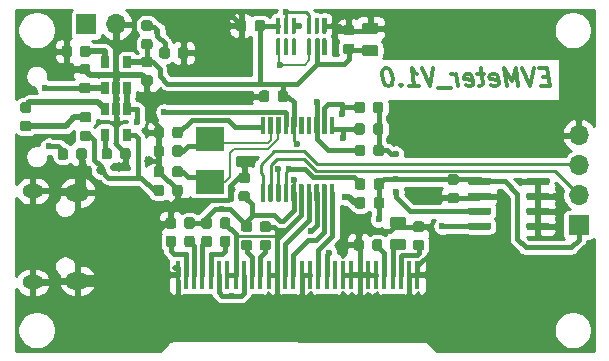
<source format=gbr>
G04 #@! TF.GenerationSoftware,KiCad,Pcbnew,(5.1.5)-2*
G04 #@! TF.CreationDate,2020-03-24T14:33:53+08:00*
G04 #@! TF.ProjectId,EV Meter,4556204d-6574-4657-922e-6b696361645f,rev?*
G04 #@! TF.SameCoordinates,Original*
G04 #@! TF.FileFunction,Copper,L2,Bot*
G04 #@! TF.FilePolarity,Positive*
%FSLAX46Y46*%
G04 Gerber Fmt 4.6, Leading zero omitted, Abs format (unit mm)*
G04 Created by KiCad (PCBNEW (5.1.5)-2) date 2020-03-24 14:33:53*
%MOMM*%
%LPD*%
G04 APERTURE LIST*
%ADD10C,0.300000*%
%ADD11C,0.100000*%
%ADD12R,0.650000X1.060000*%
%ADD13R,0.350000X1.400000*%
%ADD14R,2.400000X2.000000*%
%ADD15O,1.700000X1.700000*%
%ADD16R,1.700000X1.700000*%
%ADD17R,0.400000X2.400000*%
%ADD18O,1.800000X1.150000*%
%ADD19O,2.000000X1.450000*%
%ADD20C,0.600000*%
%ADD21C,0.800000*%
%ADD22C,0.500000*%
%ADD23C,0.400000*%
%ADD24C,0.250000*%
%ADD25C,1.000000*%
%ADD26C,0.200000*%
%ADD27C,0.254000*%
G04 APERTURE END LIST*
D10*
X157027857Y-110552857D02*
X156527857Y-110552857D01*
X156411785Y-111338571D02*
X157126071Y-111338571D01*
X156938571Y-109838571D01*
X156224285Y-109838571D01*
X155795714Y-109838571D02*
X155483214Y-111338571D01*
X154795714Y-109838571D01*
X154483214Y-111338571D02*
X154295714Y-109838571D01*
X153929642Y-110910000D01*
X153295714Y-109838571D01*
X153483214Y-111338571D01*
X152188571Y-111267142D02*
X152340357Y-111338571D01*
X152626071Y-111338571D01*
X152760000Y-111267142D01*
X152813571Y-111124285D01*
X152742142Y-110552857D01*
X152652857Y-110410000D01*
X152501071Y-110338571D01*
X152215357Y-110338571D01*
X152081428Y-110410000D01*
X152027857Y-110552857D01*
X152045714Y-110695714D01*
X152777857Y-110838571D01*
X151572500Y-110338571D02*
X151001071Y-110338571D01*
X151295714Y-109838571D02*
X151456428Y-111124285D01*
X151402857Y-111267142D01*
X151268928Y-111338571D01*
X151126071Y-111338571D01*
X150045714Y-111267142D02*
X150197500Y-111338571D01*
X150483214Y-111338571D01*
X150617142Y-111267142D01*
X150670714Y-111124285D01*
X150599285Y-110552857D01*
X150510000Y-110410000D01*
X150358214Y-110338571D01*
X150072500Y-110338571D01*
X149938571Y-110410000D01*
X149885000Y-110552857D01*
X149902857Y-110695714D01*
X150635000Y-110838571D01*
X149340357Y-111338571D02*
X149215357Y-110338571D01*
X149251071Y-110624285D02*
X149161785Y-110481428D01*
X149081428Y-110410000D01*
X148929642Y-110338571D01*
X148786785Y-110338571D01*
X148786785Y-111481428D02*
X147643928Y-111481428D01*
X147295714Y-109838571D02*
X146983214Y-111338571D01*
X146295714Y-109838571D01*
X145197500Y-111338571D02*
X146054642Y-111338571D01*
X145626071Y-111338571D02*
X145438571Y-109838571D01*
X145608214Y-110052857D01*
X145768928Y-110195714D01*
X145920714Y-110267142D01*
X144536785Y-111195714D02*
X144474285Y-111267142D01*
X144554642Y-111338571D01*
X144617142Y-111267142D01*
X144536785Y-111195714D01*
X144554642Y-111338571D01*
X143367142Y-109838571D02*
X143224285Y-109838571D01*
X143090357Y-109910000D01*
X143027857Y-109981428D01*
X142974285Y-110124285D01*
X142938571Y-110410000D01*
X142983214Y-110767142D01*
X143090357Y-111052857D01*
X143179642Y-111195714D01*
X143260000Y-111267142D01*
X143411785Y-111338571D01*
X143554642Y-111338571D01*
X143688571Y-111267142D01*
X143751071Y-111195714D01*
X143804642Y-111052857D01*
X143840357Y-110767142D01*
X143795714Y-110410000D01*
X143688571Y-110124285D01*
X143599285Y-109981428D01*
X143518928Y-109910000D01*
X143367142Y-109838571D01*
G04 #@! TA.AperFunction,SMDPad,CuDef*
D11*
G36*
X152034703Y-119080722D02*
G01*
X152049264Y-119082882D01*
X152063543Y-119086459D01*
X152077403Y-119091418D01*
X152090710Y-119097712D01*
X152103336Y-119105280D01*
X152115159Y-119114048D01*
X152126066Y-119123934D01*
X152135952Y-119134841D01*
X152144720Y-119146664D01*
X152152288Y-119159290D01*
X152158582Y-119172597D01*
X152163541Y-119186457D01*
X152167118Y-119200736D01*
X152169278Y-119215297D01*
X152170000Y-119230000D01*
X152170000Y-119530000D01*
X152169278Y-119544703D01*
X152167118Y-119559264D01*
X152163541Y-119573543D01*
X152158582Y-119587403D01*
X152152288Y-119600710D01*
X152144720Y-119613336D01*
X152135952Y-119625159D01*
X152126066Y-119636066D01*
X152115159Y-119645952D01*
X152103336Y-119654720D01*
X152090710Y-119662288D01*
X152077403Y-119668582D01*
X152063543Y-119673541D01*
X152049264Y-119677118D01*
X152034703Y-119679278D01*
X152020000Y-119680000D01*
X150370000Y-119680000D01*
X150355297Y-119679278D01*
X150340736Y-119677118D01*
X150326457Y-119673541D01*
X150312597Y-119668582D01*
X150299290Y-119662288D01*
X150286664Y-119654720D01*
X150274841Y-119645952D01*
X150263934Y-119636066D01*
X150254048Y-119625159D01*
X150245280Y-119613336D01*
X150237712Y-119600710D01*
X150231418Y-119587403D01*
X150226459Y-119573543D01*
X150222882Y-119559264D01*
X150220722Y-119544703D01*
X150220000Y-119530000D01*
X150220000Y-119230000D01*
X150220722Y-119215297D01*
X150222882Y-119200736D01*
X150226459Y-119186457D01*
X150231418Y-119172597D01*
X150237712Y-119159290D01*
X150245280Y-119146664D01*
X150254048Y-119134841D01*
X150263934Y-119123934D01*
X150274841Y-119114048D01*
X150286664Y-119105280D01*
X150299290Y-119097712D01*
X150312597Y-119091418D01*
X150326457Y-119086459D01*
X150340736Y-119082882D01*
X150355297Y-119080722D01*
X150370000Y-119080000D01*
X152020000Y-119080000D01*
X152034703Y-119080722D01*
G37*
G04 #@! TD.AperFunction*
G04 #@! TA.AperFunction,SMDPad,CuDef*
G36*
X152034703Y-120350722D02*
G01*
X152049264Y-120352882D01*
X152063543Y-120356459D01*
X152077403Y-120361418D01*
X152090710Y-120367712D01*
X152103336Y-120375280D01*
X152115159Y-120384048D01*
X152126066Y-120393934D01*
X152135952Y-120404841D01*
X152144720Y-120416664D01*
X152152288Y-120429290D01*
X152158582Y-120442597D01*
X152163541Y-120456457D01*
X152167118Y-120470736D01*
X152169278Y-120485297D01*
X152170000Y-120500000D01*
X152170000Y-120800000D01*
X152169278Y-120814703D01*
X152167118Y-120829264D01*
X152163541Y-120843543D01*
X152158582Y-120857403D01*
X152152288Y-120870710D01*
X152144720Y-120883336D01*
X152135952Y-120895159D01*
X152126066Y-120906066D01*
X152115159Y-120915952D01*
X152103336Y-120924720D01*
X152090710Y-120932288D01*
X152077403Y-120938582D01*
X152063543Y-120943541D01*
X152049264Y-120947118D01*
X152034703Y-120949278D01*
X152020000Y-120950000D01*
X150370000Y-120950000D01*
X150355297Y-120949278D01*
X150340736Y-120947118D01*
X150326457Y-120943541D01*
X150312597Y-120938582D01*
X150299290Y-120932288D01*
X150286664Y-120924720D01*
X150274841Y-120915952D01*
X150263934Y-120906066D01*
X150254048Y-120895159D01*
X150245280Y-120883336D01*
X150237712Y-120870710D01*
X150231418Y-120857403D01*
X150226459Y-120843543D01*
X150222882Y-120829264D01*
X150220722Y-120814703D01*
X150220000Y-120800000D01*
X150220000Y-120500000D01*
X150220722Y-120485297D01*
X150222882Y-120470736D01*
X150226459Y-120456457D01*
X150231418Y-120442597D01*
X150237712Y-120429290D01*
X150245280Y-120416664D01*
X150254048Y-120404841D01*
X150263934Y-120393934D01*
X150274841Y-120384048D01*
X150286664Y-120375280D01*
X150299290Y-120367712D01*
X150312597Y-120361418D01*
X150326457Y-120356459D01*
X150340736Y-120352882D01*
X150355297Y-120350722D01*
X150370000Y-120350000D01*
X152020000Y-120350000D01*
X152034703Y-120350722D01*
G37*
G04 #@! TD.AperFunction*
G04 #@! TA.AperFunction,SMDPad,CuDef*
G36*
X152034703Y-121620722D02*
G01*
X152049264Y-121622882D01*
X152063543Y-121626459D01*
X152077403Y-121631418D01*
X152090710Y-121637712D01*
X152103336Y-121645280D01*
X152115159Y-121654048D01*
X152126066Y-121663934D01*
X152135952Y-121674841D01*
X152144720Y-121686664D01*
X152152288Y-121699290D01*
X152158582Y-121712597D01*
X152163541Y-121726457D01*
X152167118Y-121740736D01*
X152169278Y-121755297D01*
X152170000Y-121770000D01*
X152170000Y-122070000D01*
X152169278Y-122084703D01*
X152167118Y-122099264D01*
X152163541Y-122113543D01*
X152158582Y-122127403D01*
X152152288Y-122140710D01*
X152144720Y-122153336D01*
X152135952Y-122165159D01*
X152126066Y-122176066D01*
X152115159Y-122185952D01*
X152103336Y-122194720D01*
X152090710Y-122202288D01*
X152077403Y-122208582D01*
X152063543Y-122213541D01*
X152049264Y-122217118D01*
X152034703Y-122219278D01*
X152020000Y-122220000D01*
X150370000Y-122220000D01*
X150355297Y-122219278D01*
X150340736Y-122217118D01*
X150326457Y-122213541D01*
X150312597Y-122208582D01*
X150299290Y-122202288D01*
X150286664Y-122194720D01*
X150274841Y-122185952D01*
X150263934Y-122176066D01*
X150254048Y-122165159D01*
X150245280Y-122153336D01*
X150237712Y-122140710D01*
X150231418Y-122127403D01*
X150226459Y-122113543D01*
X150222882Y-122099264D01*
X150220722Y-122084703D01*
X150220000Y-122070000D01*
X150220000Y-121770000D01*
X150220722Y-121755297D01*
X150222882Y-121740736D01*
X150226459Y-121726457D01*
X150231418Y-121712597D01*
X150237712Y-121699290D01*
X150245280Y-121686664D01*
X150254048Y-121674841D01*
X150263934Y-121663934D01*
X150274841Y-121654048D01*
X150286664Y-121645280D01*
X150299290Y-121637712D01*
X150312597Y-121631418D01*
X150326457Y-121626459D01*
X150340736Y-121622882D01*
X150355297Y-121620722D01*
X150370000Y-121620000D01*
X152020000Y-121620000D01*
X152034703Y-121620722D01*
G37*
G04 #@! TD.AperFunction*
G04 #@! TA.AperFunction,SMDPad,CuDef*
G36*
X152034703Y-122890722D02*
G01*
X152049264Y-122892882D01*
X152063543Y-122896459D01*
X152077403Y-122901418D01*
X152090710Y-122907712D01*
X152103336Y-122915280D01*
X152115159Y-122924048D01*
X152126066Y-122933934D01*
X152135952Y-122944841D01*
X152144720Y-122956664D01*
X152152288Y-122969290D01*
X152158582Y-122982597D01*
X152163541Y-122996457D01*
X152167118Y-123010736D01*
X152169278Y-123025297D01*
X152170000Y-123040000D01*
X152170000Y-123340000D01*
X152169278Y-123354703D01*
X152167118Y-123369264D01*
X152163541Y-123383543D01*
X152158582Y-123397403D01*
X152152288Y-123410710D01*
X152144720Y-123423336D01*
X152135952Y-123435159D01*
X152126066Y-123446066D01*
X152115159Y-123455952D01*
X152103336Y-123464720D01*
X152090710Y-123472288D01*
X152077403Y-123478582D01*
X152063543Y-123483541D01*
X152049264Y-123487118D01*
X152034703Y-123489278D01*
X152020000Y-123490000D01*
X150370000Y-123490000D01*
X150355297Y-123489278D01*
X150340736Y-123487118D01*
X150326457Y-123483541D01*
X150312597Y-123478582D01*
X150299290Y-123472288D01*
X150286664Y-123464720D01*
X150274841Y-123455952D01*
X150263934Y-123446066D01*
X150254048Y-123435159D01*
X150245280Y-123423336D01*
X150237712Y-123410710D01*
X150231418Y-123397403D01*
X150226459Y-123383543D01*
X150222882Y-123369264D01*
X150220722Y-123354703D01*
X150220000Y-123340000D01*
X150220000Y-123040000D01*
X150220722Y-123025297D01*
X150222882Y-123010736D01*
X150226459Y-122996457D01*
X150231418Y-122982597D01*
X150237712Y-122969290D01*
X150245280Y-122956664D01*
X150254048Y-122944841D01*
X150263934Y-122933934D01*
X150274841Y-122924048D01*
X150286664Y-122915280D01*
X150299290Y-122907712D01*
X150312597Y-122901418D01*
X150326457Y-122896459D01*
X150340736Y-122892882D01*
X150355297Y-122890722D01*
X150370000Y-122890000D01*
X152020000Y-122890000D01*
X152034703Y-122890722D01*
G37*
G04 #@! TD.AperFunction*
G04 #@! TA.AperFunction,SMDPad,CuDef*
G36*
X156984703Y-122890722D02*
G01*
X156999264Y-122892882D01*
X157013543Y-122896459D01*
X157027403Y-122901418D01*
X157040710Y-122907712D01*
X157053336Y-122915280D01*
X157065159Y-122924048D01*
X157076066Y-122933934D01*
X157085952Y-122944841D01*
X157094720Y-122956664D01*
X157102288Y-122969290D01*
X157108582Y-122982597D01*
X157113541Y-122996457D01*
X157117118Y-123010736D01*
X157119278Y-123025297D01*
X157120000Y-123040000D01*
X157120000Y-123340000D01*
X157119278Y-123354703D01*
X157117118Y-123369264D01*
X157113541Y-123383543D01*
X157108582Y-123397403D01*
X157102288Y-123410710D01*
X157094720Y-123423336D01*
X157085952Y-123435159D01*
X157076066Y-123446066D01*
X157065159Y-123455952D01*
X157053336Y-123464720D01*
X157040710Y-123472288D01*
X157027403Y-123478582D01*
X157013543Y-123483541D01*
X156999264Y-123487118D01*
X156984703Y-123489278D01*
X156970000Y-123490000D01*
X155320000Y-123490000D01*
X155305297Y-123489278D01*
X155290736Y-123487118D01*
X155276457Y-123483541D01*
X155262597Y-123478582D01*
X155249290Y-123472288D01*
X155236664Y-123464720D01*
X155224841Y-123455952D01*
X155213934Y-123446066D01*
X155204048Y-123435159D01*
X155195280Y-123423336D01*
X155187712Y-123410710D01*
X155181418Y-123397403D01*
X155176459Y-123383543D01*
X155172882Y-123369264D01*
X155170722Y-123354703D01*
X155170000Y-123340000D01*
X155170000Y-123040000D01*
X155170722Y-123025297D01*
X155172882Y-123010736D01*
X155176459Y-122996457D01*
X155181418Y-122982597D01*
X155187712Y-122969290D01*
X155195280Y-122956664D01*
X155204048Y-122944841D01*
X155213934Y-122933934D01*
X155224841Y-122924048D01*
X155236664Y-122915280D01*
X155249290Y-122907712D01*
X155262597Y-122901418D01*
X155276457Y-122896459D01*
X155290736Y-122892882D01*
X155305297Y-122890722D01*
X155320000Y-122890000D01*
X156970000Y-122890000D01*
X156984703Y-122890722D01*
G37*
G04 #@! TD.AperFunction*
G04 #@! TA.AperFunction,SMDPad,CuDef*
G36*
X156984703Y-121620722D02*
G01*
X156999264Y-121622882D01*
X157013543Y-121626459D01*
X157027403Y-121631418D01*
X157040710Y-121637712D01*
X157053336Y-121645280D01*
X157065159Y-121654048D01*
X157076066Y-121663934D01*
X157085952Y-121674841D01*
X157094720Y-121686664D01*
X157102288Y-121699290D01*
X157108582Y-121712597D01*
X157113541Y-121726457D01*
X157117118Y-121740736D01*
X157119278Y-121755297D01*
X157120000Y-121770000D01*
X157120000Y-122070000D01*
X157119278Y-122084703D01*
X157117118Y-122099264D01*
X157113541Y-122113543D01*
X157108582Y-122127403D01*
X157102288Y-122140710D01*
X157094720Y-122153336D01*
X157085952Y-122165159D01*
X157076066Y-122176066D01*
X157065159Y-122185952D01*
X157053336Y-122194720D01*
X157040710Y-122202288D01*
X157027403Y-122208582D01*
X157013543Y-122213541D01*
X156999264Y-122217118D01*
X156984703Y-122219278D01*
X156970000Y-122220000D01*
X155320000Y-122220000D01*
X155305297Y-122219278D01*
X155290736Y-122217118D01*
X155276457Y-122213541D01*
X155262597Y-122208582D01*
X155249290Y-122202288D01*
X155236664Y-122194720D01*
X155224841Y-122185952D01*
X155213934Y-122176066D01*
X155204048Y-122165159D01*
X155195280Y-122153336D01*
X155187712Y-122140710D01*
X155181418Y-122127403D01*
X155176459Y-122113543D01*
X155172882Y-122099264D01*
X155170722Y-122084703D01*
X155170000Y-122070000D01*
X155170000Y-121770000D01*
X155170722Y-121755297D01*
X155172882Y-121740736D01*
X155176459Y-121726457D01*
X155181418Y-121712597D01*
X155187712Y-121699290D01*
X155195280Y-121686664D01*
X155204048Y-121674841D01*
X155213934Y-121663934D01*
X155224841Y-121654048D01*
X155236664Y-121645280D01*
X155249290Y-121637712D01*
X155262597Y-121631418D01*
X155276457Y-121626459D01*
X155290736Y-121622882D01*
X155305297Y-121620722D01*
X155320000Y-121620000D01*
X156970000Y-121620000D01*
X156984703Y-121620722D01*
G37*
G04 #@! TD.AperFunction*
G04 #@! TA.AperFunction,SMDPad,CuDef*
G36*
X156984703Y-120350722D02*
G01*
X156999264Y-120352882D01*
X157013543Y-120356459D01*
X157027403Y-120361418D01*
X157040710Y-120367712D01*
X157053336Y-120375280D01*
X157065159Y-120384048D01*
X157076066Y-120393934D01*
X157085952Y-120404841D01*
X157094720Y-120416664D01*
X157102288Y-120429290D01*
X157108582Y-120442597D01*
X157113541Y-120456457D01*
X157117118Y-120470736D01*
X157119278Y-120485297D01*
X157120000Y-120500000D01*
X157120000Y-120800000D01*
X157119278Y-120814703D01*
X157117118Y-120829264D01*
X157113541Y-120843543D01*
X157108582Y-120857403D01*
X157102288Y-120870710D01*
X157094720Y-120883336D01*
X157085952Y-120895159D01*
X157076066Y-120906066D01*
X157065159Y-120915952D01*
X157053336Y-120924720D01*
X157040710Y-120932288D01*
X157027403Y-120938582D01*
X157013543Y-120943541D01*
X156999264Y-120947118D01*
X156984703Y-120949278D01*
X156970000Y-120950000D01*
X155320000Y-120950000D01*
X155305297Y-120949278D01*
X155290736Y-120947118D01*
X155276457Y-120943541D01*
X155262597Y-120938582D01*
X155249290Y-120932288D01*
X155236664Y-120924720D01*
X155224841Y-120915952D01*
X155213934Y-120906066D01*
X155204048Y-120895159D01*
X155195280Y-120883336D01*
X155187712Y-120870710D01*
X155181418Y-120857403D01*
X155176459Y-120843543D01*
X155172882Y-120829264D01*
X155170722Y-120814703D01*
X155170000Y-120800000D01*
X155170000Y-120500000D01*
X155170722Y-120485297D01*
X155172882Y-120470736D01*
X155176459Y-120456457D01*
X155181418Y-120442597D01*
X155187712Y-120429290D01*
X155195280Y-120416664D01*
X155204048Y-120404841D01*
X155213934Y-120393934D01*
X155224841Y-120384048D01*
X155236664Y-120375280D01*
X155249290Y-120367712D01*
X155262597Y-120361418D01*
X155276457Y-120356459D01*
X155290736Y-120352882D01*
X155305297Y-120350722D01*
X155320000Y-120350000D01*
X156970000Y-120350000D01*
X156984703Y-120350722D01*
G37*
G04 #@! TD.AperFunction*
G04 #@! TA.AperFunction,SMDPad,CuDef*
G36*
X156984703Y-119080722D02*
G01*
X156999264Y-119082882D01*
X157013543Y-119086459D01*
X157027403Y-119091418D01*
X157040710Y-119097712D01*
X157053336Y-119105280D01*
X157065159Y-119114048D01*
X157076066Y-119123934D01*
X157085952Y-119134841D01*
X157094720Y-119146664D01*
X157102288Y-119159290D01*
X157108582Y-119172597D01*
X157113541Y-119186457D01*
X157117118Y-119200736D01*
X157119278Y-119215297D01*
X157120000Y-119230000D01*
X157120000Y-119530000D01*
X157119278Y-119544703D01*
X157117118Y-119559264D01*
X157113541Y-119573543D01*
X157108582Y-119587403D01*
X157102288Y-119600710D01*
X157094720Y-119613336D01*
X157085952Y-119625159D01*
X157076066Y-119636066D01*
X157065159Y-119645952D01*
X157053336Y-119654720D01*
X157040710Y-119662288D01*
X157027403Y-119668582D01*
X157013543Y-119673541D01*
X156999264Y-119677118D01*
X156984703Y-119679278D01*
X156970000Y-119680000D01*
X155320000Y-119680000D01*
X155305297Y-119679278D01*
X155290736Y-119677118D01*
X155276457Y-119673541D01*
X155262597Y-119668582D01*
X155249290Y-119662288D01*
X155236664Y-119654720D01*
X155224841Y-119645952D01*
X155213934Y-119636066D01*
X155204048Y-119625159D01*
X155195280Y-119613336D01*
X155187712Y-119600710D01*
X155181418Y-119587403D01*
X155176459Y-119573543D01*
X155172882Y-119559264D01*
X155170722Y-119544703D01*
X155170000Y-119530000D01*
X155170000Y-119230000D01*
X155170722Y-119215297D01*
X155172882Y-119200736D01*
X155176459Y-119186457D01*
X155181418Y-119172597D01*
X155187712Y-119159290D01*
X155195280Y-119146664D01*
X155204048Y-119134841D01*
X155213934Y-119123934D01*
X155224841Y-119114048D01*
X155236664Y-119105280D01*
X155249290Y-119097712D01*
X155262597Y-119091418D01*
X155276457Y-119086459D01*
X155290736Y-119082882D01*
X155305297Y-119080722D01*
X155320000Y-119080000D01*
X156970000Y-119080000D01*
X156984703Y-119080722D01*
G37*
G04 #@! TD.AperFunction*
G04 #@! TA.AperFunction,SMDPad,CuDef*
G36*
X149248691Y-120366053D02*
G01*
X149269926Y-120369203D01*
X149290750Y-120374419D01*
X149310962Y-120381651D01*
X149330368Y-120390830D01*
X149348781Y-120401866D01*
X149366024Y-120414654D01*
X149381930Y-120429070D01*
X149396346Y-120444976D01*
X149409134Y-120462219D01*
X149420170Y-120480632D01*
X149429349Y-120500038D01*
X149436581Y-120520250D01*
X149441797Y-120541074D01*
X149444947Y-120562309D01*
X149446000Y-120583750D01*
X149446000Y-121021250D01*
X149444947Y-121042691D01*
X149441797Y-121063926D01*
X149436581Y-121084750D01*
X149429349Y-121104962D01*
X149420170Y-121124368D01*
X149409134Y-121142781D01*
X149396346Y-121160024D01*
X149381930Y-121175930D01*
X149366024Y-121190346D01*
X149348781Y-121203134D01*
X149330368Y-121214170D01*
X149310962Y-121223349D01*
X149290750Y-121230581D01*
X149269926Y-121235797D01*
X149248691Y-121238947D01*
X149227250Y-121240000D01*
X148714750Y-121240000D01*
X148693309Y-121238947D01*
X148672074Y-121235797D01*
X148651250Y-121230581D01*
X148631038Y-121223349D01*
X148611632Y-121214170D01*
X148593219Y-121203134D01*
X148575976Y-121190346D01*
X148560070Y-121175930D01*
X148545654Y-121160024D01*
X148532866Y-121142781D01*
X148521830Y-121124368D01*
X148512651Y-121104962D01*
X148505419Y-121084750D01*
X148500203Y-121063926D01*
X148497053Y-121042691D01*
X148496000Y-121021250D01*
X148496000Y-120583750D01*
X148497053Y-120562309D01*
X148500203Y-120541074D01*
X148505419Y-120520250D01*
X148512651Y-120500038D01*
X148521830Y-120480632D01*
X148532866Y-120462219D01*
X148545654Y-120444976D01*
X148560070Y-120429070D01*
X148575976Y-120414654D01*
X148593219Y-120401866D01*
X148611632Y-120390830D01*
X148631038Y-120381651D01*
X148651250Y-120374419D01*
X148672074Y-120369203D01*
X148693309Y-120366053D01*
X148714750Y-120365000D01*
X149227250Y-120365000D01*
X149248691Y-120366053D01*
G37*
G04 #@! TD.AperFunction*
G04 #@! TA.AperFunction,SMDPad,CuDef*
G36*
X149248691Y-118791053D02*
G01*
X149269926Y-118794203D01*
X149290750Y-118799419D01*
X149310962Y-118806651D01*
X149330368Y-118815830D01*
X149348781Y-118826866D01*
X149366024Y-118839654D01*
X149381930Y-118854070D01*
X149396346Y-118869976D01*
X149409134Y-118887219D01*
X149420170Y-118905632D01*
X149429349Y-118925038D01*
X149436581Y-118945250D01*
X149441797Y-118966074D01*
X149444947Y-118987309D01*
X149446000Y-119008750D01*
X149446000Y-119446250D01*
X149444947Y-119467691D01*
X149441797Y-119488926D01*
X149436581Y-119509750D01*
X149429349Y-119529962D01*
X149420170Y-119549368D01*
X149409134Y-119567781D01*
X149396346Y-119585024D01*
X149381930Y-119600930D01*
X149366024Y-119615346D01*
X149348781Y-119628134D01*
X149330368Y-119639170D01*
X149310962Y-119648349D01*
X149290750Y-119655581D01*
X149269926Y-119660797D01*
X149248691Y-119663947D01*
X149227250Y-119665000D01*
X148714750Y-119665000D01*
X148693309Y-119663947D01*
X148672074Y-119660797D01*
X148651250Y-119655581D01*
X148631038Y-119648349D01*
X148611632Y-119639170D01*
X148593219Y-119628134D01*
X148575976Y-119615346D01*
X148560070Y-119600930D01*
X148545654Y-119585024D01*
X148532866Y-119567781D01*
X148521830Y-119549368D01*
X148512651Y-119529962D01*
X148505419Y-119509750D01*
X148500203Y-119488926D01*
X148497053Y-119467691D01*
X148496000Y-119446250D01*
X148496000Y-119008750D01*
X148497053Y-118987309D01*
X148500203Y-118966074D01*
X148505419Y-118945250D01*
X148512651Y-118925038D01*
X148521830Y-118905632D01*
X148532866Y-118887219D01*
X148545654Y-118869976D01*
X148560070Y-118854070D01*
X148575976Y-118839654D01*
X148593219Y-118826866D01*
X148611632Y-118815830D01*
X148631038Y-118806651D01*
X148651250Y-118799419D01*
X148672074Y-118794203D01*
X148693309Y-118791053D01*
X148714750Y-118790000D01*
X149227250Y-118790000D01*
X149248691Y-118791053D01*
G37*
G04 #@! TD.AperFunction*
G04 #@! TA.AperFunction,SMDPad,CuDef*
G36*
X121449091Y-116594653D02*
G01*
X121470326Y-116597803D01*
X121491150Y-116603019D01*
X121511362Y-116610251D01*
X121530768Y-116619430D01*
X121549181Y-116630466D01*
X121566424Y-116643254D01*
X121582330Y-116657670D01*
X121596746Y-116673576D01*
X121609534Y-116690819D01*
X121620570Y-116709232D01*
X121629749Y-116728638D01*
X121636981Y-116748850D01*
X121642197Y-116769674D01*
X121645347Y-116790909D01*
X121646400Y-116812350D01*
X121646400Y-117324850D01*
X121645347Y-117346291D01*
X121642197Y-117367526D01*
X121636981Y-117388350D01*
X121629749Y-117408562D01*
X121620570Y-117427968D01*
X121609534Y-117446381D01*
X121596746Y-117463624D01*
X121582330Y-117479530D01*
X121566424Y-117493946D01*
X121549181Y-117506734D01*
X121530768Y-117517770D01*
X121511362Y-117526949D01*
X121491150Y-117534181D01*
X121470326Y-117539397D01*
X121449091Y-117542547D01*
X121427650Y-117543600D01*
X120990150Y-117543600D01*
X120968709Y-117542547D01*
X120947474Y-117539397D01*
X120926650Y-117534181D01*
X120906438Y-117526949D01*
X120887032Y-117517770D01*
X120868619Y-117506734D01*
X120851376Y-117493946D01*
X120835470Y-117479530D01*
X120821054Y-117463624D01*
X120808266Y-117446381D01*
X120797230Y-117427968D01*
X120788051Y-117408562D01*
X120780819Y-117388350D01*
X120775603Y-117367526D01*
X120772453Y-117346291D01*
X120771400Y-117324850D01*
X120771400Y-116812350D01*
X120772453Y-116790909D01*
X120775603Y-116769674D01*
X120780819Y-116748850D01*
X120788051Y-116728638D01*
X120797230Y-116709232D01*
X120808266Y-116690819D01*
X120821054Y-116673576D01*
X120835470Y-116657670D01*
X120851376Y-116643254D01*
X120868619Y-116630466D01*
X120887032Y-116619430D01*
X120906438Y-116610251D01*
X120926650Y-116603019D01*
X120947474Y-116597803D01*
X120968709Y-116594653D01*
X120990150Y-116593600D01*
X121427650Y-116593600D01*
X121449091Y-116594653D01*
G37*
G04 #@! TD.AperFunction*
G04 #@! TA.AperFunction,SMDPad,CuDef*
G36*
X119874091Y-116594653D02*
G01*
X119895326Y-116597803D01*
X119916150Y-116603019D01*
X119936362Y-116610251D01*
X119955768Y-116619430D01*
X119974181Y-116630466D01*
X119991424Y-116643254D01*
X120007330Y-116657670D01*
X120021746Y-116673576D01*
X120034534Y-116690819D01*
X120045570Y-116709232D01*
X120054749Y-116728638D01*
X120061981Y-116748850D01*
X120067197Y-116769674D01*
X120070347Y-116790909D01*
X120071400Y-116812350D01*
X120071400Y-117324850D01*
X120070347Y-117346291D01*
X120067197Y-117367526D01*
X120061981Y-117388350D01*
X120054749Y-117408562D01*
X120045570Y-117427968D01*
X120034534Y-117446381D01*
X120021746Y-117463624D01*
X120007330Y-117479530D01*
X119991424Y-117493946D01*
X119974181Y-117506734D01*
X119955768Y-117517770D01*
X119936362Y-117526949D01*
X119916150Y-117534181D01*
X119895326Y-117539397D01*
X119874091Y-117542547D01*
X119852650Y-117543600D01*
X119415150Y-117543600D01*
X119393709Y-117542547D01*
X119372474Y-117539397D01*
X119351650Y-117534181D01*
X119331438Y-117526949D01*
X119312032Y-117517770D01*
X119293619Y-117506734D01*
X119276376Y-117493946D01*
X119260470Y-117479530D01*
X119246054Y-117463624D01*
X119233266Y-117446381D01*
X119222230Y-117427968D01*
X119213051Y-117408562D01*
X119205819Y-117388350D01*
X119200603Y-117367526D01*
X119197453Y-117346291D01*
X119196400Y-117324850D01*
X119196400Y-116812350D01*
X119197453Y-116790909D01*
X119200603Y-116769674D01*
X119205819Y-116748850D01*
X119213051Y-116728638D01*
X119222230Y-116709232D01*
X119233266Y-116690819D01*
X119246054Y-116673576D01*
X119260470Y-116657670D01*
X119276376Y-116643254D01*
X119293619Y-116630466D01*
X119312032Y-116619430D01*
X119331438Y-116610251D01*
X119351650Y-116603019D01*
X119372474Y-116597803D01*
X119393709Y-116594653D01*
X119415150Y-116593600D01*
X119852650Y-116593600D01*
X119874091Y-116594653D01*
G37*
G04 #@! TD.AperFunction*
G04 #@! TA.AperFunction,SMDPad,CuDef*
G36*
X142907691Y-120745053D02*
G01*
X142928926Y-120748203D01*
X142949750Y-120753419D01*
X142969962Y-120760651D01*
X142989368Y-120769830D01*
X143007781Y-120780866D01*
X143025024Y-120793654D01*
X143040930Y-120808070D01*
X143055346Y-120823976D01*
X143068134Y-120841219D01*
X143079170Y-120859632D01*
X143088349Y-120879038D01*
X143095581Y-120899250D01*
X143100797Y-120920074D01*
X143103947Y-120941309D01*
X143105000Y-120962750D01*
X143105000Y-121475250D01*
X143103947Y-121496691D01*
X143100797Y-121517926D01*
X143095581Y-121538750D01*
X143088349Y-121558962D01*
X143079170Y-121578368D01*
X143068134Y-121596781D01*
X143055346Y-121614024D01*
X143040930Y-121629930D01*
X143025024Y-121644346D01*
X143007781Y-121657134D01*
X142989368Y-121668170D01*
X142969962Y-121677349D01*
X142949750Y-121684581D01*
X142928926Y-121689797D01*
X142907691Y-121692947D01*
X142886250Y-121694000D01*
X142448750Y-121694000D01*
X142427309Y-121692947D01*
X142406074Y-121689797D01*
X142385250Y-121684581D01*
X142365038Y-121677349D01*
X142345632Y-121668170D01*
X142327219Y-121657134D01*
X142309976Y-121644346D01*
X142294070Y-121629930D01*
X142279654Y-121614024D01*
X142266866Y-121596781D01*
X142255830Y-121578368D01*
X142246651Y-121558962D01*
X142239419Y-121538750D01*
X142234203Y-121517926D01*
X142231053Y-121496691D01*
X142230000Y-121475250D01*
X142230000Y-120962750D01*
X142231053Y-120941309D01*
X142234203Y-120920074D01*
X142239419Y-120899250D01*
X142246651Y-120879038D01*
X142255830Y-120859632D01*
X142266866Y-120841219D01*
X142279654Y-120823976D01*
X142294070Y-120808070D01*
X142309976Y-120793654D01*
X142327219Y-120780866D01*
X142345632Y-120769830D01*
X142365038Y-120760651D01*
X142385250Y-120753419D01*
X142406074Y-120748203D01*
X142427309Y-120745053D01*
X142448750Y-120744000D01*
X142886250Y-120744000D01*
X142907691Y-120745053D01*
G37*
G04 #@! TD.AperFunction*
G04 #@! TA.AperFunction,SMDPad,CuDef*
G36*
X141332691Y-120745053D02*
G01*
X141353926Y-120748203D01*
X141374750Y-120753419D01*
X141394962Y-120760651D01*
X141414368Y-120769830D01*
X141432781Y-120780866D01*
X141450024Y-120793654D01*
X141465930Y-120808070D01*
X141480346Y-120823976D01*
X141493134Y-120841219D01*
X141504170Y-120859632D01*
X141513349Y-120879038D01*
X141520581Y-120899250D01*
X141525797Y-120920074D01*
X141528947Y-120941309D01*
X141530000Y-120962750D01*
X141530000Y-121475250D01*
X141528947Y-121496691D01*
X141525797Y-121517926D01*
X141520581Y-121538750D01*
X141513349Y-121558962D01*
X141504170Y-121578368D01*
X141493134Y-121596781D01*
X141480346Y-121614024D01*
X141465930Y-121629930D01*
X141450024Y-121644346D01*
X141432781Y-121657134D01*
X141414368Y-121668170D01*
X141394962Y-121677349D01*
X141374750Y-121684581D01*
X141353926Y-121689797D01*
X141332691Y-121692947D01*
X141311250Y-121694000D01*
X140873750Y-121694000D01*
X140852309Y-121692947D01*
X140831074Y-121689797D01*
X140810250Y-121684581D01*
X140790038Y-121677349D01*
X140770632Y-121668170D01*
X140752219Y-121657134D01*
X140734976Y-121644346D01*
X140719070Y-121629930D01*
X140704654Y-121614024D01*
X140691866Y-121596781D01*
X140680830Y-121578368D01*
X140671651Y-121558962D01*
X140664419Y-121538750D01*
X140659203Y-121517926D01*
X140656053Y-121496691D01*
X140655000Y-121475250D01*
X140655000Y-120962750D01*
X140656053Y-120941309D01*
X140659203Y-120920074D01*
X140664419Y-120899250D01*
X140671651Y-120879038D01*
X140680830Y-120859632D01*
X140691866Y-120841219D01*
X140704654Y-120823976D01*
X140719070Y-120808070D01*
X140734976Y-120793654D01*
X140752219Y-120780866D01*
X140770632Y-120769830D01*
X140790038Y-120760651D01*
X140810250Y-120753419D01*
X140831074Y-120748203D01*
X140852309Y-120745053D01*
X140873750Y-120744000D01*
X141311250Y-120744000D01*
X141332691Y-120745053D01*
G37*
G04 #@! TD.AperFunction*
G04 #@! TA.AperFunction,SMDPad,CuDef*
G36*
X142907691Y-119144853D02*
G01*
X142928926Y-119148003D01*
X142949750Y-119153219D01*
X142969962Y-119160451D01*
X142989368Y-119169630D01*
X143007781Y-119180666D01*
X143025024Y-119193454D01*
X143040930Y-119207870D01*
X143055346Y-119223776D01*
X143068134Y-119241019D01*
X143079170Y-119259432D01*
X143088349Y-119278838D01*
X143095581Y-119299050D01*
X143100797Y-119319874D01*
X143103947Y-119341109D01*
X143105000Y-119362550D01*
X143105000Y-119875050D01*
X143103947Y-119896491D01*
X143100797Y-119917726D01*
X143095581Y-119938550D01*
X143088349Y-119958762D01*
X143079170Y-119978168D01*
X143068134Y-119996581D01*
X143055346Y-120013824D01*
X143040930Y-120029730D01*
X143025024Y-120044146D01*
X143007781Y-120056934D01*
X142989368Y-120067970D01*
X142969962Y-120077149D01*
X142949750Y-120084381D01*
X142928926Y-120089597D01*
X142907691Y-120092747D01*
X142886250Y-120093800D01*
X142448750Y-120093800D01*
X142427309Y-120092747D01*
X142406074Y-120089597D01*
X142385250Y-120084381D01*
X142365038Y-120077149D01*
X142345632Y-120067970D01*
X142327219Y-120056934D01*
X142309976Y-120044146D01*
X142294070Y-120029730D01*
X142279654Y-120013824D01*
X142266866Y-119996581D01*
X142255830Y-119978168D01*
X142246651Y-119958762D01*
X142239419Y-119938550D01*
X142234203Y-119917726D01*
X142231053Y-119896491D01*
X142230000Y-119875050D01*
X142230000Y-119362550D01*
X142231053Y-119341109D01*
X142234203Y-119319874D01*
X142239419Y-119299050D01*
X142246651Y-119278838D01*
X142255830Y-119259432D01*
X142266866Y-119241019D01*
X142279654Y-119223776D01*
X142294070Y-119207870D01*
X142309976Y-119193454D01*
X142327219Y-119180666D01*
X142345632Y-119169630D01*
X142365038Y-119160451D01*
X142385250Y-119153219D01*
X142406074Y-119148003D01*
X142427309Y-119144853D01*
X142448750Y-119143800D01*
X142886250Y-119143800D01*
X142907691Y-119144853D01*
G37*
G04 #@! TD.AperFunction*
G04 #@! TA.AperFunction,SMDPad,CuDef*
G36*
X141332691Y-119144853D02*
G01*
X141353926Y-119148003D01*
X141374750Y-119153219D01*
X141394962Y-119160451D01*
X141414368Y-119169630D01*
X141432781Y-119180666D01*
X141450024Y-119193454D01*
X141465930Y-119207870D01*
X141480346Y-119223776D01*
X141493134Y-119241019D01*
X141504170Y-119259432D01*
X141513349Y-119278838D01*
X141520581Y-119299050D01*
X141525797Y-119319874D01*
X141528947Y-119341109D01*
X141530000Y-119362550D01*
X141530000Y-119875050D01*
X141528947Y-119896491D01*
X141525797Y-119917726D01*
X141520581Y-119938550D01*
X141513349Y-119958762D01*
X141504170Y-119978168D01*
X141493134Y-119996581D01*
X141480346Y-120013824D01*
X141465930Y-120029730D01*
X141450024Y-120044146D01*
X141432781Y-120056934D01*
X141414368Y-120067970D01*
X141394962Y-120077149D01*
X141374750Y-120084381D01*
X141353926Y-120089597D01*
X141332691Y-120092747D01*
X141311250Y-120093800D01*
X140873750Y-120093800D01*
X140852309Y-120092747D01*
X140831074Y-120089597D01*
X140810250Y-120084381D01*
X140790038Y-120077149D01*
X140770632Y-120067970D01*
X140752219Y-120056934D01*
X140734976Y-120044146D01*
X140719070Y-120029730D01*
X140704654Y-120013824D01*
X140691866Y-119996581D01*
X140680830Y-119978168D01*
X140671651Y-119958762D01*
X140664419Y-119938550D01*
X140659203Y-119917726D01*
X140656053Y-119896491D01*
X140655000Y-119875050D01*
X140655000Y-119362550D01*
X140656053Y-119341109D01*
X140659203Y-119319874D01*
X140664419Y-119299050D01*
X140671651Y-119278838D01*
X140680830Y-119259432D01*
X140691866Y-119241019D01*
X140704654Y-119223776D01*
X140719070Y-119207870D01*
X140734976Y-119193454D01*
X140752219Y-119180666D01*
X140770632Y-119169630D01*
X140790038Y-119160451D01*
X140810250Y-119153219D01*
X140831074Y-119148003D01*
X140852309Y-119144853D01*
X140873750Y-119143800D01*
X141311250Y-119143800D01*
X141332691Y-119144853D01*
G37*
G04 #@! TD.AperFunction*
G04 #@! TA.AperFunction,SMDPad,CuDef*
G36*
X124289291Y-114776053D02*
G01*
X124310526Y-114779203D01*
X124331350Y-114784419D01*
X124351562Y-114791651D01*
X124370968Y-114800830D01*
X124389381Y-114811866D01*
X124406624Y-114824654D01*
X124422530Y-114839070D01*
X124436946Y-114854976D01*
X124449734Y-114872219D01*
X124460770Y-114890632D01*
X124469949Y-114910038D01*
X124477181Y-114930250D01*
X124482397Y-114951074D01*
X124485547Y-114972309D01*
X124486600Y-114993750D01*
X124486600Y-115506250D01*
X124485547Y-115527691D01*
X124482397Y-115548926D01*
X124477181Y-115569750D01*
X124469949Y-115589962D01*
X124460770Y-115609368D01*
X124449734Y-115627781D01*
X124436946Y-115645024D01*
X124422530Y-115660930D01*
X124406624Y-115675346D01*
X124389381Y-115688134D01*
X124370968Y-115699170D01*
X124351562Y-115708349D01*
X124331350Y-115715581D01*
X124310526Y-115720797D01*
X124289291Y-115723947D01*
X124267850Y-115725000D01*
X123830350Y-115725000D01*
X123808909Y-115723947D01*
X123787674Y-115720797D01*
X123766850Y-115715581D01*
X123746638Y-115708349D01*
X123727232Y-115699170D01*
X123708819Y-115688134D01*
X123691576Y-115675346D01*
X123675670Y-115660930D01*
X123661254Y-115645024D01*
X123648466Y-115627781D01*
X123637430Y-115609368D01*
X123628251Y-115589962D01*
X123621019Y-115569750D01*
X123615803Y-115548926D01*
X123612653Y-115527691D01*
X123611600Y-115506250D01*
X123611600Y-114993750D01*
X123612653Y-114972309D01*
X123615803Y-114951074D01*
X123621019Y-114930250D01*
X123628251Y-114910038D01*
X123637430Y-114890632D01*
X123648466Y-114872219D01*
X123661254Y-114854976D01*
X123675670Y-114839070D01*
X123691576Y-114824654D01*
X123708819Y-114811866D01*
X123727232Y-114800830D01*
X123746638Y-114791651D01*
X123766850Y-114784419D01*
X123787674Y-114779203D01*
X123808909Y-114776053D01*
X123830350Y-114775000D01*
X124267850Y-114775000D01*
X124289291Y-114776053D01*
G37*
G04 #@! TD.AperFunction*
G04 #@! TA.AperFunction,SMDPad,CuDef*
G36*
X125864291Y-114776053D02*
G01*
X125885526Y-114779203D01*
X125906350Y-114784419D01*
X125926562Y-114791651D01*
X125945968Y-114800830D01*
X125964381Y-114811866D01*
X125981624Y-114824654D01*
X125997530Y-114839070D01*
X126011946Y-114854976D01*
X126024734Y-114872219D01*
X126035770Y-114890632D01*
X126044949Y-114910038D01*
X126052181Y-114930250D01*
X126057397Y-114951074D01*
X126060547Y-114972309D01*
X126061600Y-114993750D01*
X126061600Y-115506250D01*
X126060547Y-115527691D01*
X126057397Y-115548926D01*
X126052181Y-115569750D01*
X126044949Y-115589962D01*
X126035770Y-115609368D01*
X126024734Y-115627781D01*
X126011946Y-115645024D01*
X125997530Y-115660930D01*
X125981624Y-115675346D01*
X125964381Y-115688134D01*
X125945968Y-115699170D01*
X125926562Y-115708349D01*
X125906350Y-115715581D01*
X125885526Y-115720797D01*
X125864291Y-115723947D01*
X125842850Y-115725000D01*
X125405350Y-115725000D01*
X125383909Y-115723947D01*
X125362674Y-115720797D01*
X125341850Y-115715581D01*
X125321638Y-115708349D01*
X125302232Y-115699170D01*
X125283819Y-115688134D01*
X125266576Y-115675346D01*
X125250670Y-115660930D01*
X125236254Y-115645024D01*
X125223466Y-115627781D01*
X125212430Y-115609368D01*
X125203251Y-115589962D01*
X125196019Y-115569750D01*
X125190803Y-115548926D01*
X125187653Y-115527691D01*
X125186600Y-115506250D01*
X125186600Y-114993750D01*
X125187653Y-114972309D01*
X125190803Y-114951074D01*
X125196019Y-114930250D01*
X125203251Y-114910038D01*
X125212430Y-114890632D01*
X125223466Y-114872219D01*
X125236254Y-114854976D01*
X125250670Y-114839070D01*
X125266576Y-114824654D01*
X125283819Y-114811866D01*
X125302232Y-114800830D01*
X125321638Y-114791651D01*
X125341850Y-114784419D01*
X125362674Y-114779203D01*
X125383909Y-114776053D01*
X125405350Y-114775000D01*
X125842850Y-114775000D01*
X125864291Y-114776053D01*
G37*
G04 #@! TD.AperFunction*
G04 #@! TA.AperFunction,SMDPad,CuDef*
G36*
X141286291Y-114486453D02*
G01*
X141307526Y-114489603D01*
X141328350Y-114494819D01*
X141348562Y-114502051D01*
X141367968Y-114511230D01*
X141386381Y-114522266D01*
X141403624Y-114535054D01*
X141419530Y-114549470D01*
X141433946Y-114565376D01*
X141446734Y-114582619D01*
X141457770Y-114601032D01*
X141466949Y-114620438D01*
X141474181Y-114640650D01*
X141479397Y-114661474D01*
X141482547Y-114682709D01*
X141483600Y-114704150D01*
X141483600Y-115216650D01*
X141482547Y-115238091D01*
X141479397Y-115259326D01*
X141474181Y-115280150D01*
X141466949Y-115300362D01*
X141457770Y-115319768D01*
X141446734Y-115338181D01*
X141433946Y-115355424D01*
X141419530Y-115371330D01*
X141403624Y-115385746D01*
X141386381Y-115398534D01*
X141367968Y-115409570D01*
X141348562Y-115418749D01*
X141328350Y-115425981D01*
X141307526Y-115431197D01*
X141286291Y-115434347D01*
X141264850Y-115435400D01*
X140827350Y-115435400D01*
X140805909Y-115434347D01*
X140784674Y-115431197D01*
X140763850Y-115425981D01*
X140743638Y-115418749D01*
X140724232Y-115409570D01*
X140705819Y-115398534D01*
X140688576Y-115385746D01*
X140672670Y-115371330D01*
X140658254Y-115355424D01*
X140645466Y-115338181D01*
X140634430Y-115319768D01*
X140625251Y-115300362D01*
X140618019Y-115280150D01*
X140612803Y-115259326D01*
X140609653Y-115238091D01*
X140608600Y-115216650D01*
X140608600Y-114704150D01*
X140609653Y-114682709D01*
X140612803Y-114661474D01*
X140618019Y-114640650D01*
X140625251Y-114620438D01*
X140634430Y-114601032D01*
X140645466Y-114582619D01*
X140658254Y-114565376D01*
X140672670Y-114549470D01*
X140688576Y-114535054D01*
X140705819Y-114522266D01*
X140724232Y-114511230D01*
X140743638Y-114502051D01*
X140763850Y-114494819D01*
X140784674Y-114489603D01*
X140805909Y-114486453D01*
X140827350Y-114485400D01*
X141264850Y-114485400D01*
X141286291Y-114486453D01*
G37*
G04 #@! TD.AperFunction*
G04 #@! TA.AperFunction,SMDPad,CuDef*
G36*
X142861291Y-114486453D02*
G01*
X142882526Y-114489603D01*
X142903350Y-114494819D01*
X142923562Y-114502051D01*
X142942968Y-114511230D01*
X142961381Y-114522266D01*
X142978624Y-114535054D01*
X142994530Y-114549470D01*
X143008946Y-114565376D01*
X143021734Y-114582619D01*
X143032770Y-114601032D01*
X143041949Y-114620438D01*
X143049181Y-114640650D01*
X143054397Y-114661474D01*
X143057547Y-114682709D01*
X143058600Y-114704150D01*
X143058600Y-115216650D01*
X143057547Y-115238091D01*
X143054397Y-115259326D01*
X143049181Y-115280150D01*
X143041949Y-115300362D01*
X143032770Y-115319768D01*
X143021734Y-115338181D01*
X143008946Y-115355424D01*
X142994530Y-115371330D01*
X142978624Y-115385746D01*
X142961381Y-115398534D01*
X142942968Y-115409570D01*
X142923562Y-115418749D01*
X142903350Y-115425981D01*
X142882526Y-115431197D01*
X142861291Y-115434347D01*
X142839850Y-115435400D01*
X142402350Y-115435400D01*
X142380909Y-115434347D01*
X142359674Y-115431197D01*
X142338850Y-115425981D01*
X142318638Y-115418749D01*
X142299232Y-115409570D01*
X142280819Y-115398534D01*
X142263576Y-115385746D01*
X142247670Y-115371330D01*
X142233254Y-115355424D01*
X142220466Y-115338181D01*
X142209430Y-115319768D01*
X142200251Y-115300362D01*
X142193019Y-115280150D01*
X142187803Y-115259326D01*
X142184653Y-115238091D01*
X142183600Y-115216650D01*
X142183600Y-114704150D01*
X142184653Y-114682709D01*
X142187803Y-114661474D01*
X142193019Y-114640650D01*
X142200251Y-114620438D01*
X142209430Y-114601032D01*
X142220466Y-114582619D01*
X142233254Y-114565376D01*
X142247670Y-114549470D01*
X142263576Y-114535054D01*
X142280819Y-114522266D01*
X142299232Y-114511230D01*
X142318638Y-114502051D01*
X142338850Y-114494819D01*
X142359674Y-114489603D01*
X142380909Y-114486453D01*
X142402350Y-114485400D01*
X142839850Y-114485400D01*
X142861291Y-114486453D01*
G37*
G04 #@! TD.AperFunction*
G04 #@! TA.AperFunction,SMDPad,CuDef*
G36*
X123310891Y-105771053D02*
G01*
X123332126Y-105774203D01*
X123352950Y-105779419D01*
X123373162Y-105786651D01*
X123392568Y-105795830D01*
X123410981Y-105806866D01*
X123428224Y-105819654D01*
X123444130Y-105834070D01*
X123458546Y-105849976D01*
X123471334Y-105867219D01*
X123482370Y-105885632D01*
X123491549Y-105905038D01*
X123498781Y-105925250D01*
X123503997Y-105946074D01*
X123507147Y-105967309D01*
X123508200Y-105988750D01*
X123508200Y-106426250D01*
X123507147Y-106447691D01*
X123503997Y-106468926D01*
X123498781Y-106489750D01*
X123491549Y-106509962D01*
X123482370Y-106529368D01*
X123471334Y-106547781D01*
X123458546Y-106565024D01*
X123444130Y-106580930D01*
X123428224Y-106595346D01*
X123410981Y-106608134D01*
X123392568Y-106619170D01*
X123373162Y-106628349D01*
X123352950Y-106635581D01*
X123332126Y-106640797D01*
X123310891Y-106643947D01*
X123289450Y-106645000D01*
X122776950Y-106645000D01*
X122755509Y-106643947D01*
X122734274Y-106640797D01*
X122713450Y-106635581D01*
X122693238Y-106628349D01*
X122673832Y-106619170D01*
X122655419Y-106608134D01*
X122638176Y-106595346D01*
X122622270Y-106580930D01*
X122607854Y-106565024D01*
X122595066Y-106547781D01*
X122584030Y-106529368D01*
X122574851Y-106509962D01*
X122567619Y-106489750D01*
X122562403Y-106468926D01*
X122559253Y-106447691D01*
X122558200Y-106426250D01*
X122558200Y-105988750D01*
X122559253Y-105967309D01*
X122562403Y-105946074D01*
X122567619Y-105925250D01*
X122574851Y-105905038D01*
X122584030Y-105885632D01*
X122595066Y-105867219D01*
X122607854Y-105849976D01*
X122622270Y-105834070D01*
X122638176Y-105819654D01*
X122655419Y-105806866D01*
X122673832Y-105795830D01*
X122693238Y-105786651D01*
X122713450Y-105779419D01*
X122734274Y-105774203D01*
X122755509Y-105771053D01*
X122776950Y-105770000D01*
X123289450Y-105770000D01*
X123310891Y-105771053D01*
G37*
G04 #@! TD.AperFunction*
G04 #@! TA.AperFunction,SMDPad,CuDef*
G36*
X123310891Y-107346053D02*
G01*
X123332126Y-107349203D01*
X123352950Y-107354419D01*
X123373162Y-107361651D01*
X123392568Y-107370830D01*
X123410981Y-107381866D01*
X123428224Y-107394654D01*
X123444130Y-107409070D01*
X123458546Y-107424976D01*
X123471334Y-107442219D01*
X123482370Y-107460632D01*
X123491549Y-107480038D01*
X123498781Y-107500250D01*
X123503997Y-107521074D01*
X123507147Y-107542309D01*
X123508200Y-107563750D01*
X123508200Y-108001250D01*
X123507147Y-108022691D01*
X123503997Y-108043926D01*
X123498781Y-108064750D01*
X123491549Y-108084962D01*
X123482370Y-108104368D01*
X123471334Y-108122781D01*
X123458546Y-108140024D01*
X123444130Y-108155930D01*
X123428224Y-108170346D01*
X123410981Y-108183134D01*
X123392568Y-108194170D01*
X123373162Y-108203349D01*
X123352950Y-108210581D01*
X123332126Y-108215797D01*
X123310891Y-108218947D01*
X123289450Y-108220000D01*
X122776950Y-108220000D01*
X122755509Y-108218947D01*
X122734274Y-108215797D01*
X122713450Y-108210581D01*
X122693238Y-108203349D01*
X122673832Y-108194170D01*
X122655419Y-108183134D01*
X122638176Y-108170346D01*
X122622270Y-108155930D01*
X122607854Y-108140024D01*
X122595066Y-108122781D01*
X122584030Y-108104368D01*
X122574851Y-108084962D01*
X122567619Y-108064750D01*
X122562403Y-108043926D01*
X122559253Y-108022691D01*
X122558200Y-108001250D01*
X122558200Y-107563750D01*
X122559253Y-107542309D01*
X122562403Y-107521074D01*
X122567619Y-107500250D01*
X122574851Y-107480038D01*
X122584030Y-107460632D01*
X122595066Y-107442219D01*
X122607854Y-107424976D01*
X122622270Y-107409070D01*
X122638176Y-107394654D01*
X122655419Y-107381866D01*
X122673832Y-107370830D01*
X122693238Y-107361651D01*
X122713450Y-107354419D01*
X122734274Y-107349203D01*
X122755509Y-107346053D01*
X122776950Y-107345000D01*
X123289450Y-107345000D01*
X123310891Y-107346053D01*
G37*
G04 #@! TD.AperFunction*
G04 #@! TA.AperFunction,SMDPad,CuDef*
G36*
X141286291Y-112657653D02*
G01*
X141307526Y-112660803D01*
X141328350Y-112666019D01*
X141348562Y-112673251D01*
X141367968Y-112682430D01*
X141386381Y-112693466D01*
X141403624Y-112706254D01*
X141419530Y-112720670D01*
X141433946Y-112736576D01*
X141446734Y-112753819D01*
X141457770Y-112772232D01*
X141466949Y-112791638D01*
X141474181Y-112811850D01*
X141479397Y-112832674D01*
X141482547Y-112853909D01*
X141483600Y-112875350D01*
X141483600Y-113387850D01*
X141482547Y-113409291D01*
X141479397Y-113430526D01*
X141474181Y-113451350D01*
X141466949Y-113471562D01*
X141457770Y-113490968D01*
X141446734Y-113509381D01*
X141433946Y-113526624D01*
X141419530Y-113542530D01*
X141403624Y-113556946D01*
X141386381Y-113569734D01*
X141367968Y-113580770D01*
X141348562Y-113589949D01*
X141328350Y-113597181D01*
X141307526Y-113602397D01*
X141286291Y-113605547D01*
X141264850Y-113606600D01*
X140827350Y-113606600D01*
X140805909Y-113605547D01*
X140784674Y-113602397D01*
X140763850Y-113597181D01*
X140743638Y-113589949D01*
X140724232Y-113580770D01*
X140705819Y-113569734D01*
X140688576Y-113556946D01*
X140672670Y-113542530D01*
X140658254Y-113526624D01*
X140645466Y-113509381D01*
X140634430Y-113490968D01*
X140625251Y-113471562D01*
X140618019Y-113451350D01*
X140612803Y-113430526D01*
X140609653Y-113409291D01*
X140608600Y-113387850D01*
X140608600Y-112875350D01*
X140609653Y-112853909D01*
X140612803Y-112832674D01*
X140618019Y-112811850D01*
X140625251Y-112791638D01*
X140634430Y-112772232D01*
X140645466Y-112753819D01*
X140658254Y-112736576D01*
X140672670Y-112720670D01*
X140688576Y-112706254D01*
X140705819Y-112693466D01*
X140724232Y-112682430D01*
X140743638Y-112673251D01*
X140763850Y-112666019D01*
X140784674Y-112660803D01*
X140805909Y-112657653D01*
X140827350Y-112656600D01*
X141264850Y-112656600D01*
X141286291Y-112657653D01*
G37*
G04 #@! TD.AperFunction*
G04 #@! TA.AperFunction,SMDPad,CuDef*
G36*
X142861291Y-112657653D02*
G01*
X142882526Y-112660803D01*
X142903350Y-112666019D01*
X142923562Y-112673251D01*
X142942968Y-112682430D01*
X142961381Y-112693466D01*
X142978624Y-112706254D01*
X142994530Y-112720670D01*
X143008946Y-112736576D01*
X143021734Y-112753819D01*
X143032770Y-112772232D01*
X143041949Y-112791638D01*
X143049181Y-112811850D01*
X143054397Y-112832674D01*
X143057547Y-112853909D01*
X143058600Y-112875350D01*
X143058600Y-113387850D01*
X143057547Y-113409291D01*
X143054397Y-113430526D01*
X143049181Y-113451350D01*
X143041949Y-113471562D01*
X143032770Y-113490968D01*
X143021734Y-113509381D01*
X143008946Y-113526624D01*
X142994530Y-113542530D01*
X142978624Y-113556946D01*
X142961381Y-113569734D01*
X142942968Y-113580770D01*
X142923562Y-113589949D01*
X142903350Y-113597181D01*
X142882526Y-113602397D01*
X142861291Y-113605547D01*
X142839850Y-113606600D01*
X142402350Y-113606600D01*
X142380909Y-113605547D01*
X142359674Y-113602397D01*
X142338850Y-113597181D01*
X142318638Y-113589949D01*
X142299232Y-113580770D01*
X142280819Y-113569734D01*
X142263576Y-113556946D01*
X142247670Y-113542530D01*
X142233254Y-113526624D01*
X142220466Y-113509381D01*
X142209430Y-113490968D01*
X142200251Y-113471562D01*
X142193019Y-113451350D01*
X142187803Y-113430526D01*
X142184653Y-113409291D01*
X142183600Y-113387850D01*
X142183600Y-112875350D01*
X142184653Y-112853909D01*
X142187803Y-112832674D01*
X142193019Y-112811850D01*
X142200251Y-112791638D01*
X142209430Y-112772232D01*
X142220466Y-112753819D01*
X142233254Y-112736576D01*
X142247670Y-112720670D01*
X142263576Y-112706254D01*
X142280819Y-112693466D01*
X142299232Y-112682430D01*
X142318638Y-112673251D01*
X142338850Y-112666019D01*
X142359674Y-112660803D01*
X142380909Y-112657653D01*
X142402350Y-112656600D01*
X142839850Y-112656600D01*
X142861291Y-112657653D01*
G37*
G04 #@! TD.AperFunction*
G04 #@! TA.AperFunction,SMDPad,CuDef*
G36*
X141205691Y-124301053D02*
G01*
X141226926Y-124304203D01*
X141247750Y-124309419D01*
X141267962Y-124316651D01*
X141287368Y-124325830D01*
X141305781Y-124336866D01*
X141323024Y-124349654D01*
X141338930Y-124364070D01*
X141353346Y-124379976D01*
X141366134Y-124397219D01*
X141377170Y-124415632D01*
X141386349Y-124435038D01*
X141393581Y-124455250D01*
X141398797Y-124476074D01*
X141401947Y-124497309D01*
X141403000Y-124518750D01*
X141403000Y-125031250D01*
X141401947Y-125052691D01*
X141398797Y-125073926D01*
X141393581Y-125094750D01*
X141386349Y-125114962D01*
X141377170Y-125134368D01*
X141366134Y-125152781D01*
X141353346Y-125170024D01*
X141338930Y-125185930D01*
X141323024Y-125200346D01*
X141305781Y-125213134D01*
X141287368Y-125224170D01*
X141267962Y-125233349D01*
X141247750Y-125240581D01*
X141226926Y-125245797D01*
X141205691Y-125248947D01*
X141184250Y-125250000D01*
X140746750Y-125250000D01*
X140725309Y-125248947D01*
X140704074Y-125245797D01*
X140683250Y-125240581D01*
X140663038Y-125233349D01*
X140643632Y-125224170D01*
X140625219Y-125213134D01*
X140607976Y-125200346D01*
X140592070Y-125185930D01*
X140577654Y-125170024D01*
X140564866Y-125152781D01*
X140553830Y-125134368D01*
X140544651Y-125114962D01*
X140537419Y-125094750D01*
X140532203Y-125073926D01*
X140529053Y-125052691D01*
X140528000Y-125031250D01*
X140528000Y-124518750D01*
X140529053Y-124497309D01*
X140532203Y-124476074D01*
X140537419Y-124455250D01*
X140544651Y-124435038D01*
X140553830Y-124415632D01*
X140564866Y-124397219D01*
X140577654Y-124379976D01*
X140592070Y-124364070D01*
X140607976Y-124349654D01*
X140625219Y-124336866D01*
X140643632Y-124325830D01*
X140663038Y-124316651D01*
X140683250Y-124309419D01*
X140704074Y-124304203D01*
X140725309Y-124301053D01*
X140746750Y-124300000D01*
X141184250Y-124300000D01*
X141205691Y-124301053D01*
G37*
G04 #@! TD.AperFunction*
G04 #@! TA.AperFunction,SMDPad,CuDef*
G36*
X142780691Y-124301053D02*
G01*
X142801926Y-124304203D01*
X142822750Y-124309419D01*
X142842962Y-124316651D01*
X142862368Y-124325830D01*
X142880781Y-124336866D01*
X142898024Y-124349654D01*
X142913930Y-124364070D01*
X142928346Y-124379976D01*
X142941134Y-124397219D01*
X142952170Y-124415632D01*
X142961349Y-124435038D01*
X142968581Y-124455250D01*
X142973797Y-124476074D01*
X142976947Y-124497309D01*
X142978000Y-124518750D01*
X142978000Y-125031250D01*
X142976947Y-125052691D01*
X142973797Y-125073926D01*
X142968581Y-125094750D01*
X142961349Y-125114962D01*
X142952170Y-125134368D01*
X142941134Y-125152781D01*
X142928346Y-125170024D01*
X142913930Y-125185930D01*
X142898024Y-125200346D01*
X142880781Y-125213134D01*
X142862368Y-125224170D01*
X142842962Y-125233349D01*
X142822750Y-125240581D01*
X142801926Y-125245797D01*
X142780691Y-125248947D01*
X142759250Y-125250000D01*
X142321750Y-125250000D01*
X142300309Y-125248947D01*
X142279074Y-125245797D01*
X142258250Y-125240581D01*
X142238038Y-125233349D01*
X142218632Y-125224170D01*
X142200219Y-125213134D01*
X142182976Y-125200346D01*
X142167070Y-125185930D01*
X142152654Y-125170024D01*
X142139866Y-125152781D01*
X142128830Y-125134368D01*
X142119651Y-125114962D01*
X142112419Y-125094750D01*
X142107203Y-125073926D01*
X142104053Y-125052691D01*
X142103000Y-125031250D01*
X142103000Y-124518750D01*
X142104053Y-124497309D01*
X142107203Y-124476074D01*
X142112419Y-124455250D01*
X142119651Y-124435038D01*
X142128830Y-124415632D01*
X142139866Y-124397219D01*
X142152654Y-124379976D01*
X142167070Y-124364070D01*
X142182976Y-124349654D01*
X142200219Y-124336866D01*
X142218632Y-124325830D01*
X142238038Y-124316651D01*
X142258250Y-124309419D01*
X142279074Y-124304203D01*
X142300309Y-124301053D01*
X142321750Y-124300000D01*
X142759250Y-124300000D01*
X142780691Y-124301053D01*
G37*
G04 #@! TD.AperFunction*
G04 #@! TA.AperFunction,SMDPad,CuDef*
G36*
X141311691Y-116289853D02*
G01*
X141332926Y-116293003D01*
X141353750Y-116298219D01*
X141373962Y-116305451D01*
X141393368Y-116314630D01*
X141411781Y-116325666D01*
X141429024Y-116338454D01*
X141444930Y-116352870D01*
X141459346Y-116368776D01*
X141472134Y-116386019D01*
X141483170Y-116404432D01*
X141492349Y-116423838D01*
X141499581Y-116444050D01*
X141504797Y-116464874D01*
X141507947Y-116486109D01*
X141509000Y-116507550D01*
X141509000Y-117020050D01*
X141507947Y-117041491D01*
X141504797Y-117062726D01*
X141499581Y-117083550D01*
X141492349Y-117103762D01*
X141483170Y-117123168D01*
X141472134Y-117141581D01*
X141459346Y-117158824D01*
X141444930Y-117174730D01*
X141429024Y-117189146D01*
X141411781Y-117201934D01*
X141393368Y-117212970D01*
X141373962Y-117222149D01*
X141353750Y-117229381D01*
X141332926Y-117234597D01*
X141311691Y-117237747D01*
X141290250Y-117238800D01*
X140852750Y-117238800D01*
X140831309Y-117237747D01*
X140810074Y-117234597D01*
X140789250Y-117229381D01*
X140769038Y-117222149D01*
X140749632Y-117212970D01*
X140731219Y-117201934D01*
X140713976Y-117189146D01*
X140698070Y-117174730D01*
X140683654Y-117158824D01*
X140670866Y-117141581D01*
X140659830Y-117123168D01*
X140650651Y-117103762D01*
X140643419Y-117083550D01*
X140638203Y-117062726D01*
X140635053Y-117041491D01*
X140634000Y-117020050D01*
X140634000Y-116507550D01*
X140635053Y-116486109D01*
X140638203Y-116464874D01*
X140643419Y-116444050D01*
X140650651Y-116423838D01*
X140659830Y-116404432D01*
X140670866Y-116386019D01*
X140683654Y-116368776D01*
X140698070Y-116352870D01*
X140713976Y-116338454D01*
X140731219Y-116325666D01*
X140749632Y-116314630D01*
X140769038Y-116305451D01*
X140789250Y-116298219D01*
X140810074Y-116293003D01*
X140831309Y-116289853D01*
X140852750Y-116288800D01*
X141290250Y-116288800D01*
X141311691Y-116289853D01*
G37*
G04 #@! TD.AperFunction*
G04 #@! TA.AperFunction,SMDPad,CuDef*
G36*
X142886691Y-116289853D02*
G01*
X142907926Y-116293003D01*
X142928750Y-116298219D01*
X142948962Y-116305451D01*
X142968368Y-116314630D01*
X142986781Y-116325666D01*
X143004024Y-116338454D01*
X143019930Y-116352870D01*
X143034346Y-116368776D01*
X143047134Y-116386019D01*
X143058170Y-116404432D01*
X143067349Y-116423838D01*
X143074581Y-116444050D01*
X143079797Y-116464874D01*
X143082947Y-116486109D01*
X143084000Y-116507550D01*
X143084000Y-117020050D01*
X143082947Y-117041491D01*
X143079797Y-117062726D01*
X143074581Y-117083550D01*
X143067349Y-117103762D01*
X143058170Y-117123168D01*
X143047134Y-117141581D01*
X143034346Y-117158824D01*
X143019930Y-117174730D01*
X143004024Y-117189146D01*
X142986781Y-117201934D01*
X142968368Y-117212970D01*
X142948962Y-117222149D01*
X142928750Y-117229381D01*
X142907926Y-117234597D01*
X142886691Y-117237747D01*
X142865250Y-117238800D01*
X142427750Y-117238800D01*
X142406309Y-117237747D01*
X142385074Y-117234597D01*
X142364250Y-117229381D01*
X142344038Y-117222149D01*
X142324632Y-117212970D01*
X142306219Y-117201934D01*
X142288976Y-117189146D01*
X142273070Y-117174730D01*
X142258654Y-117158824D01*
X142245866Y-117141581D01*
X142234830Y-117123168D01*
X142225651Y-117103762D01*
X142218419Y-117083550D01*
X142213203Y-117062726D01*
X142210053Y-117041491D01*
X142209000Y-117020050D01*
X142209000Y-116507550D01*
X142210053Y-116486109D01*
X142213203Y-116464874D01*
X142218419Y-116444050D01*
X142225651Y-116423838D01*
X142234830Y-116404432D01*
X142245866Y-116386019D01*
X142258654Y-116368776D01*
X142273070Y-116352870D01*
X142288976Y-116338454D01*
X142306219Y-116325666D01*
X142324632Y-116314630D01*
X142344038Y-116305451D01*
X142364250Y-116298219D01*
X142385074Y-116293003D01*
X142406309Y-116289853D01*
X142427750Y-116288800D01*
X142865250Y-116288800D01*
X142886691Y-116289853D01*
G37*
G04 #@! TD.AperFunction*
G04 #@! TA.AperFunction,SMDPad,CuDef*
G36*
X133343891Y-122789053D02*
G01*
X133365126Y-122792203D01*
X133385950Y-122797419D01*
X133406162Y-122804651D01*
X133425568Y-122813830D01*
X133443981Y-122824866D01*
X133461224Y-122837654D01*
X133477130Y-122852070D01*
X133491546Y-122867976D01*
X133504334Y-122885219D01*
X133515370Y-122903632D01*
X133524549Y-122923038D01*
X133531781Y-122943250D01*
X133536997Y-122964074D01*
X133540147Y-122985309D01*
X133541200Y-123006750D01*
X133541200Y-123444250D01*
X133540147Y-123465691D01*
X133536997Y-123486926D01*
X133531781Y-123507750D01*
X133524549Y-123527962D01*
X133515370Y-123547368D01*
X133504334Y-123565781D01*
X133491546Y-123583024D01*
X133477130Y-123598930D01*
X133461224Y-123613346D01*
X133443981Y-123626134D01*
X133425568Y-123637170D01*
X133406162Y-123646349D01*
X133385950Y-123653581D01*
X133365126Y-123658797D01*
X133343891Y-123661947D01*
X133322450Y-123663000D01*
X132809950Y-123663000D01*
X132788509Y-123661947D01*
X132767274Y-123658797D01*
X132746450Y-123653581D01*
X132726238Y-123646349D01*
X132706832Y-123637170D01*
X132688419Y-123626134D01*
X132671176Y-123613346D01*
X132655270Y-123598930D01*
X132640854Y-123583024D01*
X132628066Y-123565781D01*
X132617030Y-123547368D01*
X132607851Y-123527962D01*
X132600619Y-123507750D01*
X132595403Y-123486926D01*
X132592253Y-123465691D01*
X132591200Y-123444250D01*
X132591200Y-123006750D01*
X132592253Y-122985309D01*
X132595403Y-122964074D01*
X132600619Y-122943250D01*
X132607851Y-122923038D01*
X132617030Y-122903632D01*
X132628066Y-122885219D01*
X132640854Y-122867976D01*
X132655270Y-122852070D01*
X132671176Y-122837654D01*
X132688419Y-122824866D01*
X132706832Y-122813830D01*
X132726238Y-122804651D01*
X132746450Y-122797419D01*
X132767274Y-122792203D01*
X132788509Y-122789053D01*
X132809950Y-122788000D01*
X133322450Y-122788000D01*
X133343891Y-122789053D01*
G37*
G04 #@! TD.AperFunction*
G04 #@! TA.AperFunction,SMDPad,CuDef*
G36*
X133343891Y-124364053D02*
G01*
X133365126Y-124367203D01*
X133385950Y-124372419D01*
X133406162Y-124379651D01*
X133425568Y-124388830D01*
X133443981Y-124399866D01*
X133461224Y-124412654D01*
X133477130Y-124427070D01*
X133491546Y-124442976D01*
X133504334Y-124460219D01*
X133515370Y-124478632D01*
X133524549Y-124498038D01*
X133531781Y-124518250D01*
X133536997Y-124539074D01*
X133540147Y-124560309D01*
X133541200Y-124581750D01*
X133541200Y-125019250D01*
X133540147Y-125040691D01*
X133536997Y-125061926D01*
X133531781Y-125082750D01*
X133524549Y-125102962D01*
X133515370Y-125122368D01*
X133504334Y-125140781D01*
X133491546Y-125158024D01*
X133477130Y-125173930D01*
X133461224Y-125188346D01*
X133443981Y-125201134D01*
X133425568Y-125212170D01*
X133406162Y-125221349D01*
X133385950Y-125228581D01*
X133365126Y-125233797D01*
X133343891Y-125236947D01*
X133322450Y-125238000D01*
X132809950Y-125238000D01*
X132788509Y-125236947D01*
X132767274Y-125233797D01*
X132746450Y-125228581D01*
X132726238Y-125221349D01*
X132706832Y-125212170D01*
X132688419Y-125201134D01*
X132671176Y-125188346D01*
X132655270Y-125173930D01*
X132640854Y-125158024D01*
X132628066Y-125140781D01*
X132617030Y-125122368D01*
X132607851Y-125102962D01*
X132600619Y-125082750D01*
X132595403Y-125061926D01*
X132592253Y-125040691D01*
X132591200Y-125019250D01*
X132591200Y-124581750D01*
X132592253Y-124560309D01*
X132595403Y-124539074D01*
X132600619Y-124518250D01*
X132607851Y-124498038D01*
X132617030Y-124478632D01*
X132628066Y-124460219D01*
X132640854Y-124442976D01*
X132655270Y-124427070D01*
X132671176Y-124412654D01*
X132688419Y-124399866D01*
X132706832Y-124388830D01*
X132726238Y-124379651D01*
X132746450Y-124372419D01*
X132767274Y-124367203D01*
X132788509Y-124364053D01*
X132809950Y-124363000D01*
X133322450Y-124363000D01*
X133343891Y-124364053D01*
G37*
G04 #@! TD.AperFunction*
G04 #@! TA.AperFunction,SMDPad,CuDef*
G36*
X131769091Y-124364053D02*
G01*
X131790326Y-124367203D01*
X131811150Y-124372419D01*
X131831362Y-124379651D01*
X131850768Y-124388830D01*
X131869181Y-124399866D01*
X131886424Y-124412654D01*
X131902330Y-124427070D01*
X131916746Y-124442976D01*
X131929534Y-124460219D01*
X131940570Y-124478632D01*
X131949749Y-124498038D01*
X131956981Y-124518250D01*
X131962197Y-124539074D01*
X131965347Y-124560309D01*
X131966400Y-124581750D01*
X131966400Y-125019250D01*
X131965347Y-125040691D01*
X131962197Y-125061926D01*
X131956981Y-125082750D01*
X131949749Y-125102962D01*
X131940570Y-125122368D01*
X131929534Y-125140781D01*
X131916746Y-125158024D01*
X131902330Y-125173930D01*
X131886424Y-125188346D01*
X131869181Y-125201134D01*
X131850768Y-125212170D01*
X131831362Y-125221349D01*
X131811150Y-125228581D01*
X131790326Y-125233797D01*
X131769091Y-125236947D01*
X131747650Y-125238000D01*
X131235150Y-125238000D01*
X131213709Y-125236947D01*
X131192474Y-125233797D01*
X131171650Y-125228581D01*
X131151438Y-125221349D01*
X131132032Y-125212170D01*
X131113619Y-125201134D01*
X131096376Y-125188346D01*
X131080470Y-125173930D01*
X131066054Y-125158024D01*
X131053266Y-125140781D01*
X131042230Y-125122368D01*
X131033051Y-125102962D01*
X131025819Y-125082750D01*
X131020603Y-125061926D01*
X131017453Y-125040691D01*
X131016400Y-125019250D01*
X131016400Y-124581750D01*
X131017453Y-124560309D01*
X131020603Y-124539074D01*
X131025819Y-124518250D01*
X131033051Y-124498038D01*
X131042230Y-124478632D01*
X131053266Y-124460219D01*
X131066054Y-124442976D01*
X131080470Y-124427070D01*
X131096376Y-124412654D01*
X131113619Y-124399866D01*
X131132032Y-124388830D01*
X131151438Y-124379651D01*
X131171650Y-124372419D01*
X131192474Y-124367203D01*
X131213709Y-124364053D01*
X131235150Y-124363000D01*
X131747650Y-124363000D01*
X131769091Y-124364053D01*
G37*
G04 #@! TD.AperFunction*
G04 #@! TA.AperFunction,SMDPad,CuDef*
G36*
X131769091Y-122789053D02*
G01*
X131790326Y-122792203D01*
X131811150Y-122797419D01*
X131831362Y-122804651D01*
X131850768Y-122813830D01*
X131869181Y-122824866D01*
X131886424Y-122837654D01*
X131902330Y-122852070D01*
X131916746Y-122867976D01*
X131929534Y-122885219D01*
X131940570Y-122903632D01*
X131949749Y-122923038D01*
X131956981Y-122943250D01*
X131962197Y-122964074D01*
X131965347Y-122985309D01*
X131966400Y-123006750D01*
X131966400Y-123444250D01*
X131965347Y-123465691D01*
X131962197Y-123486926D01*
X131956981Y-123507750D01*
X131949749Y-123527962D01*
X131940570Y-123547368D01*
X131929534Y-123565781D01*
X131916746Y-123583024D01*
X131902330Y-123598930D01*
X131886424Y-123613346D01*
X131869181Y-123626134D01*
X131850768Y-123637170D01*
X131831362Y-123646349D01*
X131811150Y-123653581D01*
X131790326Y-123658797D01*
X131769091Y-123661947D01*
X131747650Y-123663000D01*
X131235150Y-123663000D01*
X131213709Y-123661947D01*
X131192474Y-123658797D01*
X131171650Y-123653581D01*
X131151438Y-123646349D01*
X131132032Y-123637170D01*
X131113619Y-123626134D01*
X131096376Y-123613346D01*
X131080470Y-123598930D01*
X131066054Y-123583024D01*
X131053266Y-123565781D01*
X131042230Y-123547368D01*
X131033051Y-123527962D01*
X131025819Y-123507750D01*
X131020603Y-123486926D01*
X131017453Y-123465691D01*
X131016400Y-123444250D01*
X131016400Y-123006750D01*
X131017453Y-122985309D01*
X131020603Y-122964074D01*
X131025819Y-122943250D01*
X131033051Y-122923038D01*
X131042230Y-122903632D01*
X131053266Y-122885219D01*
X131066054Y-122867976D01*
X131080470Y-122852070D01*
X131096376Y-122837654D01*
X131113619Y-122824866D01*
X131132032Y-122813830D01*
X131151438Y-122804651D01*
X131171650Y-122797419D01*
X131192474Y-122792203D01*
X131213709Y-122789053D01*
X131235150Y-122788000D01*
X131747650Y-122788000D01*
X131769091Y-122789053D01*
G37*
G04 #@! TD.AperFunction*
G04 #@! TA.AperFunction,SMDPad,CuDef*
G36*
X118057491Y-109469253D02*
G01*
X118078726Y-109472403D01*
X118099550Y-109477619D01*
X118119762Y-109484851D01*
X118139168Y-109494030D01*
X118157581Y-109505066D01*
X118174824Y-109517854D01*
X118190730Y-109532270D01*
X118205146Y-109548176D01*
X118217934Y-109565419D01*
X118228970Y-109583832D01*
X118238149Y-109603238D01*
X118245381Y-109623450D01*
X118250597Y-109644274D01*
X118253747Y-109665509D01*
X118254800Y-109686950D01*
X118254800Y-110124450D01*
X118253747Y-110145891D01*
X118250597Y-110167126D01*
X118245381Y-110187950D01*
X118238149Y-110208162D01*
X118228970Y-110227568D01*
X118217934Y-110245981D01*
X118205146Y-110263224D01*
X118190730Y-110279130D01*
X118174824Y-110293546D01*
X118157581Y-110306334D01*
X118139168Y-110317370D01*
X118119762Y-110326549D01*
X118099550Y-110333781D01*
X118078726Y-110338997D01*
X118057491Y-110342147D01*
X118036050Y-110343200D01*
X117523550Y-110343200D01*
X117502109Y-110342147D01*
X117480874Y-110338997D01*
X117460050Y-110333781D01*
X117439838Y-110326549D01*
X117420432Y-110317370D01*
X117402019Y-110306334D01*
X117384776Y-110293546D01*
X117368870Y-110279130D01*
X117354454Y-110263224D01*
X117341666Y-110245981D01*
X117330630Y-110227568D01*
X117321451Y-110208162D01*
X117314219Y-110187950D01*
X117309003Y-110167126D01*
X117305853Y-110145891D01*
X117304800Y-110124450D01*
X117304800Y-109686950D01*
X117305853Y-109665509D01*
X117309003Y-109644274D01*
X117314219Y-109623450D01*
X117321451Y-109603238D01*
X117330630Y-109583832D01*
X117341666Y-109565419D01*
X117354454Y-109548176D01*
X117368870Y-109532270D01*
X117384776Y-109517854D01*
X117402019Y-109505066D01*
X117420432Y-109494030D01*
X117439838Y-109484851D01*
X117460050Y-109477619D01*
X117480874Y-109472403D01*
X117502109Y-109469253D01*
X117523550Y-109468200D01*
X118036050Y-109468200D01*
X118057491Y-109469253D01*
G37*
G04 #@! TD.AperFunction*
G04 #@! TA.AperFunction,SMDPad,CuDef*
G36*
X118057491Y-111044253D02*
G01*
X118078726Y-111047403D01*
X118099550Y-111052619D01*
X118119762Y-111059851D01*
X118139168Y-111069030D01*
X118157581Y-111080066D01*
X118174824Y-111092854D01*
X118190730Y-111107270D01*
X118205146Y-111123176D01*
X118217934Y-111140419D01*
X118228970Y-111158832D01*
X118238149Y-111178238D01*
X118245381Y-111198450D01*
X118250597Y-111219274D01*
X118253747Y-111240509D01*
X118254800Y-111261950D01*
X118254800Y-111699450D01*
X118253747Y-111720891D01*
X118250597Y-111742126D01*
X118245381Y-111762950D01*
X118238149Y-111783162D01*
X118228970Y-111802568D01*
X118217934Y-111820981D01*
X118205146Y-111838224D01*
X118190730Y-111854130D01*
X118174824Y-111868546D01*
X118157581Y-111881334D01*
X118139168Y-111892370D01*
X118119762Y-111901549D01*
X118099550Y-111908781D01*
X118078726Y-111913997D01*
X118057491Y-111917147D01*
X118036050Y-111918200D01*
X117523550Y-111918200D01*
X117502109Y-111917147D01*
X117480874Y-111913997D01*
X117460050Y-111908781D01*
X117439838Y-111901549D01*
X117420432Y-111892370D01*
X117402019Y-111881334D01*
X117384776Y-111868546D01*
X117368870Y-111854130D01*
X117354454Y-111838224D01*
X117341666Y-111820981D01*
X117330630Y-111802568D01*
X117321451Y-111783162D01*
X117314219Y-111762950D01*
X117309003Y-111742126D01*
X117305853Y-111720891D01*
X117304800Y-111699450D01*
X117304800Y-111261950D01*
X117305853Y-111240509D01*
X117309003Y-111219274D01*
X117314219Y-111198450D01*
X117321451Y-111178238D01*
X117330630Y-111158832D01*
X117341666Y-111140419D01*
X117354454Y-111123176D01*
X117368870Y-111107270D01*
X117384776Y-111092854D01*
X117402019Y-111080066D01*
X117420432Y-111069030D01*
X117439838Y-111059851D01*
X117460050Y-111052619D01*
X117480874Y-111047403D01*
X117502109Y-111044253D01*
X117523550Y-111043200D01*
X118036050Y-111043200D01*
X118057491Y-111044253D01*
G37*
G04 #@! TD.AperFunction*
G04 #@! TA.AperFunction,SMDPad,CuDef*
G36*
X142410942Y-105952174D02*
G01*
X142434603Y-105955684D01*
X142457807Y-105961496D01*
X142480329Y-105969554D01*
X142501953Y-105979782D01*
X142522470Y-105992079D01*
X142541683Y-106006329D01*
X142559407Y-106022393D01*
X142575471Y-106040117D01*
X142589721Y-106059330D01*
X142602018Y-106079847D01*
X142612246Y-106101471D01*
X142620304Y-106123993D01*
X142626116Y-106147197D01*
X142629626Y-106170858D01*
X142630800Y-106194750D01*
X142630800Y-106682250D01*
X142629626Y-106706142D01*
X142626116Y-106729803D01*
X142620304Y-106753007D01*
X142612246Y-106775529D01*
X142602018Y-106797153D01*
X142589721Y-106817670D01*
X142575471Y-106836883D01*
X142559407Y-106854607D01*
X142541683Y-106870671D01*
X142522470Y-106884921D01*
X142501953Y-106897218D01*
X142480329Y-106907446D01*
X142457807Y-106915504D01*
X142434603Y-106921316D01*
X142410942Y-106924826D01*
X142387050Y-106926000D01*
X141474550Y-106926000D01*
X141450658Y-106924826D01*
X141426997Y-106921316D01*
X141403793Y-106915504D01*
X141381271Y-106907446D01*
X141359647Y-106897218D01*
X141339130Y-106884921D01*
X141319917Y-106870671D01*
X141302193Y-106854607D01*
X141286129Y-106836883D01*
X141271879Y-106817670D01*
X141259582Y-106797153D01*
X141249354Y-106775529D01*
X141241296Y-106753007D01*
X141235484Y-106729803D01*
X141231974Y-106706142D01*
X141230800Y-106682250D01*
X141230800Y-106194750D01*
X141231974Y-106170858D01*
X141235484Y-106147197D01*
X141241296Y-106123993D01*
X141249354Y-106101471D01*
X141259582Y-106079847D01*
X141271879Y-106059330D01*
X141286129Y-106040117D01*
X141302193Y-106022393D01*
X141319917Y-106006329D01*
X141339130Y-105992079D01*
X141359647Y-105979782D01*
X141381271Y-105969554D01*
X141403793Y-105961496D01*
X141426997Y-105955684D01*
X141450658Y-105952174D01*
X141474550Y-105951000D01*
X142387050Y-105951000D01*
X142410942Y-105952174D01*
G37*
G04 #@! TD.AperFunction*
G04 #@! TA.AperFunction,SMDPad,CuDef*
G36*
X142410942Y-107827174D02*
G01*
X142434603Y-107830684D01*
X142457807Y-107836496D01*
X142480329Y-107844554D01*
X142501953Y-107854782D01*
X142522470Y-107867079D01*
X142541683Y-107881329D01*
X142559407Y-107897393D01*
X142575471Y-107915117D01*
X142589721Y-107934330D01*
X142602018Y-107954847D01*
X142612246Y-107976471D01*
X142620304Y-107998993D01*
X142626116Y-108022197D01*
X142629626Y-108045858D01*
X142630800Y-108069750D01*
X142630800Y-108557250D01*
X142629626Y-108581142D01*
X142626116Y-108604803D01*
X142620304Y-108628007D01*
X142612246Y-108650529D01*
X142602018Y-108672153D01*
X142589721Y-108692670D01*
X142575471Y-108711883D01*
X142559407Y-108729607D01*
X142541683Y-108745671D01*
X142522470Y-108759921D01*
X142501953Y-108772218D01*
X142480329Y-108782446D01*
X142457807Y-108790504D01*
X142434603Y-108796316D01*
X142410942Y-108799826D01*
X142387050Y-108801000D01*
X141474550Y-108801000D01*
X141450658Y-108799826D01*
X141426997Y-108796316D01*
X141403793Y-108790504D01*
X141381271Y-108782446D01*
X141359647Y-108772218D01*
X141339130Y-108759921D01*
X141319917Y-108745671D01*
X141302193Y-108729607D01*
X141286129Y-108711883D01*
X141271879Y-108692670D01*
X141259582Y-108672153D01*
X141249354Y-108650529D01*
X141241296Y-108628007D01*
X141235484Y-108604803D01*
X141231974Y-108581142D01*
X141230800Y-108557250D01*
X141230800Y-108069750D01*
X141231974Y-108045858D01*
X141235484Y-108022197D01*
X141241296Y-107998993D01*
X141249354Y-107976471D01*
X141259582Y-107954847D01*
X141271879Y-107934330D01*
X141286129Y-107915117D01*
X141302193Y-107897393D01*
X141319917Y-107881329D01*
X141339130Y-107867079D01*
X141359647Y-107854782D01*
X141381271Y-107844554D01*
X141403793Y-107836496D01*
X141426997Y-107830684D01*
X141450658Y-107827174D01*
X141474550Y-107826000D01*
X142387050Y-107826000D01*
X142410942Y-107827174D01*
G37*
G04 #@! TD.AperFunction*
G04 #@! TA.AperFunction,SMDPad,CuDef*
G36*
X144773142Y-122385974D02*
G01*
X144796803Y-122389484D01*
X144820007Y-122395296D01*
X144842529Y-122403354D01*
X144864153Y-122413582D01*
X144884670Y-122425879D01*
X144903883Y-122440129D01*
X144921607Y-122456193D01*
X144937671Y-122473917D01*
X144951921Y-122493130D01*
X144964218Y-122513647D01*
X144974446Y-122535271D01*
X144982504Y-122557793D01*
X144988316Y-122580997D01*
X144991826Y-122604658D01*
X144993000Y-122628550D01*
X144993000Y-123116050D01*
X144991826Y-123139942D01*
X144988316Y-123163603D01*
X144982504Y-123186807D01*
X144974446Y-123209329D01*
X144964218Y-123230953D01*
X144951921Y-123251470D01*
X144937671Y-123270683D01*
X144921607Y-123288407D01*
X144903883Y-123304471D01*
X144884670Y-123318721D01*
X144864153Y-123331018D01*
X144842529Y-123341246D01*
X144820007Y-123349304D01*
X144796803Y-123355116D01*
X144773142Y-123358626D01*
X144749250Y-123359800D01*
X143836750Y-123359800D01*
X143812858Y-123358626D01*
X143789197Y-123355116D01*
X143765993Y-123349304D01*
X143743471Y-123341246D01*
X143721847Y-123331018D01*
X143701330Y-123318721D01*
X143682117Y-123304471D01*
X143664393Y-123288407D01*
X143648329Y-123270683D01*
X143634079Y-123251470D01*
X143621782Y-123230953D01*
X143611554Y-123209329D01*
X143603496Y-123186807D01*
X143597684Y-123163603D01*
X143594174Y-123139942D01*
X143593000Y-123116050D01*
X143593000Y-122628550D01*
X143594174Y-122604658D01*
X143597684Y-122580997D01*
X143603496Y-122557793D01*
X143611554Y-122535271D01*
X143621782Y-122513647D01*
X143634079Y-122493130D01*
X143648329Y-122473917D01*
X143664393Y-122456193D01*
X143682117Y-122440129D01*
X143701330Y-122425879D01*
X143721847Y-122413582D01*
X143743471Y-122403354D01*
X143765993Y-122395296D01*
X143789197Y-122389484D01*
X143812858Y-122385974D01*
X143836750Y-122384800D01*
X144749250Y-122384800D01*
X144773142Y-122385974D01*
G37*
G04 #@! TD.AperFunction*
G04 #@! TA.AperFunction,SMDPad,CuDef*
G36*
X144773142Y-124260974D02*
G01*
X144796803Y-124264484D01*
X144820007Y-124270296D01*
X144842529Y-124278354D01*
X144864153Y-124288582D01*
X144884670Y-124300879D01*
X144903883Y-124315129D01*
X144921607Y-124331193D01*
X144937671Y-124348917D01*
X144951921Y-124368130D01*
X144964218Y-124388647D01*
X144974446Y-124410271D01*
X144982504Y-124432793D01*
X144988316Y-124455997D01*
X144991826Y-124479658D01*
X144993000Y-124503550D01*
X144993000Y-124991050D01*
X144991826Y-125014942D01*
X144988316Y-125038603D01*
X144982504Y-125061807D01*
X144974446Y-125084329D01*
X144964218Y-125105953D01*
X144951921Y-125126470D01*
X144937671Y-125145683D01*
X144921607Y-125163407D01*
X144903883Y-125179471D01*
X144884670Y-125193721D01*
X144864153Y-125206018D01*
X144842529Y-125216246D01*
X144820007Y-125224304D01*
X144796803Y-125230116D01*
X144773142Y-125233626D01*
X144749250Y-125234800D01*
X143836750Y-125234800D01*
X143812858Y-125233626D01*
X143789197Y-125230116D01*
X143765993Y-125224304D01*
X143743471Y-125216246D01*
X143721847Y-125206018D01*
X143701330Y-125193721D01*
X143682117Y-125179471D01*
X143664393Y-125163407D01*
X143648329Y-125145683D01*
X143634079Y-125126470D01*
X143621782Y-125105953D01*
X143611554Y-125084329D01*
X143603496Y-125061807D01*
X143597684Y-125038603D01*
X143594174Y-125014942D01*
X143593000Y-124991050D01*
X143593000Y-124503550D01*
X143594174Y-124479658D01*
X143597684Y-124455997D01*
X143603496Y-124432793D01*
X143611554Y-124410271D01*
X143621782Y-124388647D01*
X143634079Y-124368130D01*
X143648329Y-124348917D01*
X143664393Y-124331193D01*
X143682117Y-124315129D01*
X143701330Y-124300879D01*
X143721847Y-124288582D01*
X143743471Y-124278354D01*
X143765993Y-124270296D01*
X143789197Y-124264484D01*
X143812858Y-124260974D01*
X143836750Y-124259800D01*
X144749250Y-124259800D01*
X144773142Y-124260974D01*
G37*
G04 #@! TD.AperFunction*
D12*
X119471400Y-115450800D03*
X121371400Y-115450800D03*
X121371400Y-113250800D03*
X120421400Y-113250800D03*
X119471400Y-113250800D03*
D13*
X134165000Y-106236400D03*
G04 #@! TA.AperFunction,SMDPad,CuDef*
D11*
G36*
X133990000Y-108655200D02*
G01*
X133990000Y-107430200D01*
X133990211Y-107430200D01*
X133990211Y-107421613D01*
X133991894Y-107404522D01*
X133995245Y-107387678D01*
X134000230Y-107371244D01*
X134006802Y-107355378D01*
X134014897Y-107340232D01*
X134024439Y-107325953D01*
X134035334Y-107312677D01*
X134047477Y-107300534D01*
X134060753Y-107289639D01*
X134075032Y-107280097D01*
X134090178Y-107272002D01*
X134106044Y-107265430D01*
X134122478Y-107260445D01*
X134139322Y-107257094D01*
X134156413Y-107255411D01*
X134173587Y-107255411D01*
X134190678Y-107257094D01*
X134207522Y-107260445D01*
X134223956Y-107265430D01*
X134239822Y-107272002D01*
X134254968Y-107280097D01*
X134269247Y-107289639D01*
X134282523Y-107300534D01*
X134294666Y-107312677D01*
X134305561Y-107325953D01*
X134315103Y-107340232D01*
X134323198Y-107355378D01*
X134329770Y-107371244D01*
X134334755Y-107387678D01*
X134338106Y-107404522D01*
X134339789Y-107421613D01*
X134339789Y-107430200D01*
X134340000Y-107430200D01*
X134340000Y-108655200D01*
X133990000Y-108655200D01*
G37*
G04 #@! TD.AperFunction*
G04 #@! TA.AperFunction,SMDPad,CuDef*
G36*
X134640000Y-108655200D02*
G01*
X134640000Y-107430200D01*
X134640211Y-107430200D01*
X134640211Y-107421613D01*
X134641894Y-107404522D01*
X134645245Y-107387678D01*
X134650230Y-107371244D01*
X134656802Y-107355378D01*
X134664897Y-107340232D01*
X134674439Y-107325953D01*
X134685334Y-107312677D01*
X134697477Y-107300534D01*
X134710753Y-107289639D01*
X134725032Y-107280097D01*
X134740178Y-107272002D01*
X134756044Y-107265430D01*
X134772478Y-107260445D01*
X134789322Y-107257094D01*
X134806413Y-107255411D01*
X134823587Y-107255411D01*
X134840678Y-107257094D01*
X134857522Y-107260445D01*
X134873956Y-107265430D01*
X134889822Y-107272002D01*
X134904968Y-107280097D01*
X134919247Y-107289639D01*
X134932523Y-107300534D01*
X134944666Y-107312677D01*
X134955561Y-107325953D01*
X134965103Y-107340232D01*
X134973198Y-107355378D01*
X134979770Y-107371244D01*
X134984755Y-107387678D01*
X134988106Y-107404522D01*
X134989789Y-107421613D01*
X134989789Y-107430200D01*
X134990000Y-107430200D01*
X134990000Y-108655200D01*
X134640000Y-108655200D01*
G37*
G04 #@! TD.AperFunction*
G04 #@! TA.AperFunction,SMDPad,CuDef*
G36*
X135290000Y-108655200D02*
G01*
X135290000Y-107430200D01*
X135290211Y-107430200D01*
X135290211Y-107421613D01*
X135291894Y-107404522D01*
X135295245Y-107387678D01*
X135300230Y-107371244D01*
X135306802Y-107355378D01*
X135314897Y-107340232D01*
X135324439Y-107325953D01*
X135335334Y-107312677D01*
X135347477Y-107300534D01*
X135360753Y-107289639D01*
X135375032Y-107280097D01*
X135390178Y-107272002D01*
X135406044Y-107265430D01*
X135422478Y-107260445D01*
X135439322Y-107257094D01*
X135456413Y-107255411D01*
X135473587Y-107255411D01*
X135490678Y-107257094D01*
X135507522Y-107260445D01*
X135523956Y-107265430D01*
X135539822Y-107272002D01*
X135554968Y-107280097D01*
X135569247Y-107289639D01*
X135582523Y-107300534D01*
X135594666Y-107312677D01*
X135605561Y-107325953D01*
X135615103Y-107340232D01*
X135623198Y-107355378D01*
X135629770Y-107371244D01*
X135634755Y-107387678D01*
X135638106Y-107404522D01*
X135639789Y-107421613D01*
X135639789Y-107430200D01*
X135640000Y-107430200D01*
X135640000Y-108655200D01*
X135290000Y-108655200D01*
G37*
G04 #@! TD.AperFunction*
G04 #@! TA.AperFunction,SMDPad,CuDef*
G36*
X134990000Y-105536400D02*
G01*
X134990000Y-106761400D01*
X134989789Y-106761400D01*
X134989789Y-106769987D01*
X134988106Y-106787078D01*
X134984755Y-106803922D01*
X134979770Y-106820356D01*
X134973198Y-106836222D01*
X134965103Y-106851368D01*
X134955561Y-106865647D01*
X134944666Y-106878923D01*
X134932523Y-106891066D01*
X134919247Y-106901961D01*
X134904968Y-106911503D01*
X134889822Y-106919598D01*
X134873956Y-106926170D01*
X134857522Y-106931155D01*
X134840678Y-106934506D01*
X134823587Y-106936189D01*
X134806413Y-106936189D01*
X134789322Y-106934506D01*
X134772478Y-106931155D01*
X134756044Y-106926170D01*
X134740178Y-106919598D01*
X134725032Y-106911503D01*
X134710753Y-106901961D01*
X134697477Y-106891066D01*
X134685334Y-106878923D01*
X134674439Y-106865647D01*
X134664897Y-106851368D01*
X134656802Y-106836222D01*
X134650230Y-106820356D01*
X134645245Y-106803922D01*
X134641894Y-106787078D01*
X134640211Y-106769987D01*
X134640211Y-106761400D01*
X134640000Y-106761400D01*
X134640000Y-105536400D01*
X134990000Y-105536400D01*
G37*
G04 #@! TD.AperFunction*
G04 #@! TA.AperFunction,SMDPad,CuDef*
G36*
X135640000Y-105536400D02*
G01*
X135640000Y-106761400D01*
X135639789Y-106761400D01*
X135639789Y-106769987D01*
X135638106Y-106787078D01*
X135634755Y-106803922D01*
X135629770Y-106820356D01*
X135623198Y-106836222D01*
X135615103Y-106851368D01*
X135605561Y-106865647D01*
X135594666Y-106878923D01*
X135582523Y-106891066D01*
X135569247Y-106901961D01*
X135554968Y-106911503D01*
X135539822Y-106919598D01*
X135523956Y-106926170D01*
X135507522Y-106931155D01*
X135490678Y-106934506D01*
X135473587Y-106936189D01*
X135456413Y-106936189D01*
X135439322Y-106934506D01*
X135422478Y-106931155D01*
X135406044Y-106926170D01*
X135390178Y-106919598D01*
X135375032Y-106911503D01*
X135360753Y-106901961D01*
X135347477Y-106891066D01*
X135335334Y-106878923D01*
X135324439Y-106865647D01*
X135314897Y-106851368D01*
X135306802Y-106836222D01*
X135300230Y-106820356D01*
X135295245Y-106803922D01*
X135291894Y-106787078D01*
X135290211Y-106769987D01*
X135290211Y-106761400D01*
X135290000Y-106761400D01*
X135290000Y-105536400D01*
X135640000Y-105536400D01*
G37*
G04 #@! TD.AperFunction*
D13*
X136765000Y-106236400D03*
G04 #@! TA.AperFunction,SMDPad,CuDef*
D11*
G36*
X136590000Y-108655200D02*
G01*
X136590000Y-107430200D01*
X136590211Y-107430200D01*
X136590211Y-107421613D01*
X136591894Y-107404522D01*
X136595245Y-107387678D01*
X136600230Y-107371244D01*
X136606802Y-107355378D01*
X136614897Y-107340232D01*
X136624439Y-107325953D01*
X136635334Y-107312677D01*
X136647477Y-107300534D01*
X136660753Y-107289639D01*
X136675032Y-107280097D01*
X136690178Y-107272002D01*
X136706044Y-107265430D01*
X136722478Y-107260445D01*
X136739322Y-107257094D01*
X136756413Y-107255411D01*
X136773587Y-107255411D01*
X136790678Y-107257094D01*
X136807522Y-107260445D01*
X136823956Y-107265430D01*
X136839822Y-107272002D01*
X136854968Y-107280097D01*
X136869247Y-107289639D01*
X136882523Y-107300534D01*
X136894666Y-107312677D01*
X136905561Y-107325953D01*
X136915103Y-107340232D01*
X136923198Y-107355378D01*
X136929770Y-107371244D01*
X136934755Y-107387678D01*
X136938106Y-107404522D01*
X136939789Y-107421613D01*
X136939789Y-107430200D01*
X136940000Y-107430200D01*
X136940000Y-108655200D01*
X136590000Y-108655200D01*
G37*
G04 #@! TD.AperFunction*
G04 #@! TA.AperFunction,SMDPad,CuDef*
G36*
X137240000Y-108655200D02*
G01*
X137240000Y-107430200D01*
X137240211Y-107430200D01*
X137240211Y-107421613D01*
X137241894Y-107404522D01*
X137245245Y-107387678D01*
X137250230Y-107371244D01*
X137256802Y-107355378D01*
X137264897Y-107340232D01*
X137274439Y-107325953D01*
X137285334Y-107312677D01*
X137297477Y-107300534D01*
X137310753Y-107289639D01*
X137325032Y-107280097D01*
X137340178Y-107272002D01*
X137356044Y-107265430D01*
X137372478Y-107260445D01*
X137389322Y-107257094D01*
X137406413Y-107255411D01*
X137423587Y-107255411D01*
X137440678Y-107257094D01*
X137457522Y-107260445D01*
X137473956Y-107265430D01*
X137489822Y-107272002D01*
X137504968Y-107280097D01*
X137519247Y-107289639D01*
X137532523Y-107300534D01*
X137544666Y-107312677D01*
X137555561Y-107325953D01*
X137565103Y-107340232D01*
X137573198Y-107355378D01*
X137579770Y-107371244D01*
X137584755Y-107387678D01*
X137588106Y-107404522D01*
X137589789Y-107421613D01*
X137589789Y-107430200D01*
X137590000Y-107430200D01*
X137590000Y-108655200D01*
X137240000Y-108655200D01*
G37*
G04 #@! TD.AperFunction*
G04 #@! TA.AperFunction,SMDPad,CuDef*
G36*
X137890000Y-108655200D02*
G01*
X137890000Y-107430200D01*
X137890211Y-107430200D01*
X137890211Y-107421613D01*
X137891894Y-107404522D01*
X137895245Y-107387678D01*
X137900230Y-107371244D01*
X137906802Y-107355378D01*
X137914897Y-107340232D01*
X137924439Y-107325953D01*
X137935334Y-107312677D01*
X137947477Y-107300534D01*
X137960753Y-107289639D01*
X137975032Y-107280097D01*
X137990178Y-107272002D01*
X138006044Y-107265430D01*
X138022478Y-107260445D01*
X138039322Y-107257094D01*
X138056413Y-107255411D01*
X138073587Y-107255411D01*
X138090678Y-107257094D01*
X138107522Y-107260445D01*
X138123956Y-107265430D01*
X138139822Y-107272002D01*
X138154968Y-107280097D01*
X138169247Y-107289639D01*
X138182523Y-107300534D01*
X138194666Y-107312677D01*
X138205561Y-107325953D01*
X138215103Y-107340232D01*
X138223198Y-107355378D01*
X138229770Y-107371244D01*
X138234755Y-107387678D01*
X138238106Y-107404522D01*
X138239789Y-107421613D01*
X138239789Y-107430200D01*
X138240000Y-107430200D01*
X138240000Y-108655200D01*
X137890000Y-108655200D01*
G37*
G04 #@! TD.AperFunction*
G04 #@! TA.AperFunction,SMDPad,CuDef*
G36*
X137590000Y-105536400D02*
G01*
X137590000Y-106761400D01*
X137589789Y-106761400D01*
X137589789Y-106769987D01*
X137588106Y-106787078D01*
X137584755Y-106803922D01*
X137579770Y-106820356D01*
X137573198Y-106836222D01*
X137565103Y-106851368D01*
X137555561Y-106865647D01*
X137544666Y-106878923D01*
X137532523Y-106891066D01*
X137519247Y-106901961D01*
X137504968Y-106911503D01*
X137489822Y-106919598D01*
X137473956Y-106926170D01*
X137457522Y-106931155D01*
X137440678Y-106934506D01*
X137423587Y-106936189D01*
X137406413Y-106936189D01*
X137389322Y-106934506D01*
X137372478Y-106931155D01*
X137356044Y-106926170D01*
X137340178Y-106919598D01*
X137325032Y-106911503D01*
X137310753Y-106901961D01*
X137297477Y-106891066D01*
X137285334Y-106878923D01*
X137274439Y-106865647D01*
X137264897Y-106851368D01*
X137256802Y-106836222D01*
X137250230Y-106820356D01*
X137245245Y-106803922D01*
X137241894Y-106787078D01*
X137240211Y-106769987D01*
X137240211Y-106761400D01*
X137240000Y-106761400D01*
X137240000Y-105536400D01*
X137590000Y-105536400D01*
G37*
G04 #@! TD.AperFunction*
G04 #@! TA.AperFunction,SMDPad,CuDef*
G36*
X138240000Y-105536400D02*
G01*
X138240000Y-106761400D01*
X138239789Y-106761400D01*
X138239789Y-106769987D01*
X138238106Y-106787078D01*
X138234755Y-106803922D01*
X138229770Y-106820356D01*
X138223198Y-106836222D01*
X138215103Y-106851368D01*
X138205561Y-106865647D01*
X138194666Y-106878923D01*
X138182523Y-106891066D01*
X138169247Y-106901961D01*
X138154968Y-106911503D01*
X138139822Y-106919598D01*
X138123956Y-106926170D01*
X138107522Y-106931155D01*
X138090678Y-106934506D01*
X138073587Y-106936189D01*
X138056413Y-106936189D01*
X138039322Y-106934506D01*
X138022478Y-106931155D01*
X138006044Y-106926170D01*
X137990178Y-106919598D01*
X137975032Y-106911503D01*
X137960753Y-106901961D01*
X137947477Y-106891066D01*
X137935334Y-106878923D01*
X137924439Y-106865647D01*
X137914897Y-106851368D01*
X137906802Y-106836222D01*
X137900230Y-106820356D01*
X137895245Y-106803922D01*
X137891894Y-106787078D01*
X137890211Y-106769987D01*
X137890211Y-106761400D01*
X137890000Y-106761400D01*
X137890000Y-105536400D01*
X138240000Y-105536400D01*
G37*
G04 #@! TD.AperFunction*
D14*
X128341800Y-119487600D03*
X128341800Y-115787600D03*
G04 #@! TA.AperFunction,SMDPad,CuDef*
D11*
G36*
X132968802Y-119636082D02*
G01*
X132978509Y-119637521D01*
X132988028Y-119639906D01*
X132997268Y-119643212D01*
X133006140Y-119647408D01*
X133014557Y-119652453D01*
X133022439Y-119658299D01*
X133029711Y-119664889D01*
X133036301Y-119672161D01*
X133042147Y-119680043D01*
X133047192Y-119688460D01*
X133051388Y-119697332D01*
X133054694Y-119706572D01*
X133057079Y-119716091D01*
X133058518Y-119725798D01*
X133059000Y-119735600D01*
X133059000Y-121010600D01*
X133058518Y-121020402D01*
X133057079Y-121030109D01*
X133054694Y-121039628D01*
X133051388Y-121048868D01*
X133047192Y-121057740D01*
X133042147Y-121066157D01*
X133036301Y-121074039D01*
X133029711Y-121081311D01*
X133022439Y-121087901D01*
X133014557Y-121093747D01*
X133006140Y-121098792D01*
X132997268Y-121102988D01*
X132988028Y-121106294D01*
X132978509Y-121108679D01*
X132968802Y-121110118D01*
X132959000Y-121110600D01*
X132759000Y-121110600D01*
X132749198Y-121110118D01*
X132739491Y-121108679D01*
X132729972Y-121106294D01*
X132720732Y-121102988D01*
X132711860Y-121098792D01*
X132703443Y-121093747D01*
X132695561Y-121087901D01*
X132688289Y-121081311D01*
X132681699Y-121074039D01*
X132675853Y-121066157D01*
X132670808Y-121057740D01*
X132666612Y-121048868D01*
X132663306Y-121039628D01*
X132660921Y-121030109D01*
X132659482Y-121020402D01*
X132659000Y-121010600D01*
X132659000Y-119735600D01*
X132659482Y-119725798D01*
X132660921Y-119716091D01*
X132663306Y-119706572D01*
X132666612Y-119697332D01*
X132670808Y-119688460D01*
X132675853Y-119680043D01*
X132681699Y-119672161D01*
X132688289Y-119664889D01*
X132695561Y-119658299D01*
X132703443Y-119652453D01*
X132711860Y-119647408D01*
X132720732Y-119643212D01*
X132729972Y-119639906D01*
X132739491Y-119637521D01*
X132749198Y-119636082D01*
X132759000Y-119635600D01*
X132959000Y-119635600D01*
X132968802Y-119636082D01*
G37*
G04 #@! TD.AperFunction*
G04 #@! TA.AperFunction,SMDPad,CuDef*
G36*
X133618802Y-119636082D02*
G01*
X133628509Y-119637521D01*
X133638028Y-119639906D01*
X133647268Y-119643212D01*
X133656140Y-119647408D01*
X133664557Y-119652453D01*
X133672439Y-119658299D01*
X133679711Y-119664889D01*
X133686301Y-119672161D01*
X133692147Y-119680043D01*
X133697192Y-119688460D01*
X133701388Y-119697332D01*
X133704694Y-119706572D01*
X133707079Y-119716091D01*
X133708518Y-119725798D01*
X133709000Y-119735600D01*
X133709000Y-121010600D01*
X133708518Y-121020402D01*
X133707079Y-121030109D01*
X133704694Y-121039628D01*
X133701388Y-121048868D01*
X133697192Y-121057740D01*
X133692147Y-121066157D01*
X133686301Y-121074039D01*
X133679711Y-121081311D01*
X133672439Y-121087901D01*
X133664557Y-121093747D01*
X133656140Y-121098792D01*
X133647268Y-121102988D01*
X133638028Y-121106294D01*
X133628509Y-121108679D01*
X133618802Y-121110118D01*
X133609000Y-121110600D01*
X133409000Y-121110600D01*
X133399198Y-121110118D01*
X133389491Y-121108679D01*
X133379972Y-121106294D01*
X133370732Y-121102988D01*
X133361860Y-121098792D01*
X133353443Y-121093747D01*
X133345561Y-121087901D01*
X133338289Y-121081311D01*
X133331699Y-121074039D01*
X133325853Y-121066157D01*
X133320808Y-121057740D01*
X133316612Y-121048868D01*
X133313306Y-121039628D01*
X133310921Y-121030109D01*
X133309482Y-121020402D01*
X133309000Y-121010600D01*
X133309000Y-119735600D01*
X133309482Y-119725798D01*
X133310921Y-119716091D01*
X133313306Y-119706572D01*
X133316612Y-119697332D01*
X133320808Y-119688460D01*
X133325853Y-119680043D01*
X133331699Y-119672161D01*
X133338289Y-119664889D01*
X133345561Y-119658299D01*
X133353443Y-119652453D01*
X133361860Y-119647408D01*
X133370732Y-119643212D01*
X133379972Y-119639906D01*
X133389491Y-119637521D01*
X133399198Y-119636082D01*
X133409000Y-119635600D01*
X133609000Y-119635600D01*
X133618802Y-119636082D01*
G37*
G04 #@! TD.AperFunction*
G04 #@! TA.AperFunction,SMDPad,CuDef*
G36*
X134268802Y-119636082D02*
G01*
X134278509Y-119637521D01*
X134288028Y-119639906D01*
X134297268Y-119643212D01*
X134306140Y-119647408D01*
X134314557Y-119652453D01*
X134322439Y-119658299D01*
X134329711Y-119664889D01*
X134336301Y-119672161D01*
X134342147Y-119680043D01*
X134347192Y-119688460D01*
X134351388Y-119697332D01*
X134354694Y-119706572D01*
X134357079Y-119716091D01*
X134358518Y-119725798D01*
X134359000Y-119735600D01*
X134359000Y-121010600D01*
X134358518Y-121020402D01*
X134357079Y-121030109D01*
X134354694Y-121039628D01*
X134351388Y-121048868D01*
X134347192Y-121057740D01*
X134342147Y-121066157D01*
X134336301Y-121074039D01*
X134329711Y-121081311D01*
X134322439Y-121087901D01*
X134314557Y-121093747D01*
X134306140Y-121098792D01*
X134297268Y-121102988D01*
X134288028Y-121106294D01*
X134278509Y-121108679D01*
X134268802Y-121110118D01*
X134259000Y-121110600D01*
X134059000Y-121110600D01*
X134049198Y-121110118D01*
X134039491Y-121108679D01*
X134029972Y-121106294D01*
X134020732Y-121102988D01*
X134011860Y-121098792D01*
X134003443Y-121093747D01*
X133995561Y-121087901D01*
X133988289Y-121081311D01*
X133981699Y-121074039D01*
X133975853Y-121066157D01*
X133970808Y-121057740D01*
X133966612Y-121048868D01*
X133963306Y-121039628D01*
X133960921Y-121030109D01*
X133959482Y-121020402D01*
X133959000Y-121010600D01*
X133959000Y-119735600D01*
X133959482Y-119725798D01*
X133960921Y-119716091D01*
X133963306Y-119706572D01*
X133966612Y-119697332D01*
X133970808Y-119688460D01*
X133975853Y-119680043D01*
X133981699Y-119672161D01*
X133988289Y-119664889D01*
X133995561Y-119658299D01*
X134003443Y-119652453D01*
X134011860Y-119647408D01*
X134020732Y-119643212D01*
X134029972Y-119639906D01*
X134039491Y-119637521D01*
X134049198Y-119636082D01*
X134059000Y-119635600D01*
X134259000Y-119635600D01*
X134268802Y-119636082D01*
G37*
G04 #@! TD.AperFunction*
G04 #@! TA.AperFunction,SMDPad,CuDef*
G36*
X134918802Y-119636082D02*
G01*
X134928509Y-119637521D01*
X134938028Y-119639906D01*
X134947268Y-119643212D01*
X134956140Y-119647408D01*
X134964557Y-119652453D01*
X134972439Y-119658299D01*
X134979711Y-119664889D01*
X134986301Y-119672161D01*
X134992147Y-119680043D01*
X134997192Y-119688460D01*
X135001388Y-119697332D01*
X135004694Y-119706572D01*
X135007079Y-119716091D01*
X135008518Y-119725798D01*
X135009000Y-119735600D01*
X135009000Y-121010600D01*
X135008518Y-121020402D01*
X135007079Y-121030109D01*
X135004694Y-121039628D01*
X135001388Y-121048868D01*
X134997192Y-121057740D01*
X134992147Y-121066157D01*
X134986301Y-121074039D01*
X134979711Y-121081311D01*
X134972439Y-121087901D01*
X134964557Y-121093747D01*
X134956140Y-121098792D01*
X134947268Y-121102988D01*
X134938028Y-121106294D01*
X134928509Y-121108679D01*
X134918802Y-121110118D01*
X134909000Y-121110600D01*
X134709000Y-121110600D01*
X134699198Y-121110118D01*
X134689491Y-121108679D01*
X134679972Y-121106294D01*
X134670732Y-121102988D01*
X134661860Y-121098792D01*
X134653443Y-121093747D01*
X134645561Y-121087901D01*
X134638289Y-121081311D01*
X134631699Y-121074039D01*
X134625853Y-121066157D01*
X134620808Y-121057740D01*
X134616612Y-121048868D01*
X134613306Y-121039628D01*
X134610921Y-121030109D01*
X134609482Y-121020402D01*
X134609000Y-121010600D01*
X134609000Y-119735600D01*
X134609482Y-119725798D01*
X134610921Y-119716091D01*
X134613306Y-119706572D01*
X134616612Y-119697332D01*
X134620808Y-119688460D01*
X134625853Y-119680043D01*
X134631699Y-119672161D01*
X134638289Y-119664889D01*
X134645561Y-119658299D01*
X134653443Y-119652453D01*
X134661860Y-119647408D01*
X134670732Y-119643212D01*
X134679972Y-119639906D01*
X134689491Y-119637521D01*
X134699198Y-119636082D01*
X134709000Y-119635600D01*
X134909000Y-119635600D01*
X134918802Y-119636082D01*
G37*
G04 #@! TD.AperFunction*
G04 #@! TA.AperFunction,SMDPad,CuDef*
G36*
X135568802Y-119636082D02*
G01*
X135578509Y-119637521D01*
X135588028Y-119639906D01*
X135597268Y-119643212D01*
X135606140Y-119647408D01*
X135614557Y-119652453D01*
X135622439Y-119658299D01*
X135629711Y-119664889D01*
X135636301Y-119672161D01*
X135642147Y-119680043D01*
X135647192Y-119688460D01*
X135651388Y-119697332D01*
X135654694Y-119706572D01*
X135657079Y-119716091D01*
X135658518Y-119725798D01*
X135659000Y-119735600D01*
X135659000Y-121010600D01*
X135658518Y-121020402D01*
X135657079Y-121030109D01*
X135654694Y-121039628D01*
X135651388Y-121048868D01*
X135647192Y-121057740D01*
X135642147Y-121066157D01*
X135636301Y-121074039D01*
X135629711Y-121081311D01*
X135622439Y-121087901D01*
X135614557Y-121093747D01*
X135606140Y-121098792D01*
X135597268Y-121102988D01*
X135588028Y-121106294D01*
X135578509Y-121108679D01*
X135568802Y-121110118D01*
X135559000Y-121110600D01*
X135359000Y-121110600D01*
X135349198Y-121110118D01*
X135339491Y-121108679D01*
X135329972Y-121106294D01*
X135320732Y-121102988D01*
X135311860Y-121098792D01*
X135303443Y-121093747D01*
X135295561Y-121087901D01*
X135288289Y-121081311D01*
X135281699Y-121074039D01*
X135275853Y-121066157D01*
X135270808Y-121057740D01*
X135266612Y-121048868D01*
X135263306Y-121039628D01*
X135260921Y-121030109D01*
X135259482Y-121020402D01*
X135259000Y-121010600D01*
X135259000Y-119735600D01*
X135259482Y-119725798D01*
X135260921Y-119716091D01*
X135263306Y-119706572D01*
X135266612Y-119697332D01*
X135270808Y-119688460D01*
X135275853Y-119680043D01*
X135281699Y-119672161D01*
X135288289Y-119664889D01*
X135295561Y-119658299D01*
X135303443Y-119652453D01*
X135311860Y-119647408D01*
X135320732Y-119643212D01*
X135329972Y-119639906D01*
X135339491Y-119637521D01*
X135349198Y-119636082D01*
X135359000Y-119635600D01*
X135559000Y-119635600D01*
X135568802Y-119636082D01*
G37*
G04 #@! TD.AperFunction*
G04 #@! TA.AperFunction,SMDPad,CuDef*
G36*
X136218802Y-119636082D02*
G01*
X136228509Y-119637521D01*
X136238028Y-119639906D01*
X136247268Y-119643212D01*
X136256140Y-119647408D01*
X136264557Y-119652453D01*
X136272439Y-119658299D01*
X136279711Y-119664889D01*
X136286301Y-119672161D01*
X136292147Y-119680043D01*
X136297192Y-119688460D01*
X136301388Y-119697332D01*
X136304694Y-119706572D01*
X136307079Y-119716091D01*
X136308518Y-119725798D01*
X136309000Y-119735600D01*
X136309000Y-121010600D01*
X136308518Y-121020402D01*
X136307079Y-121030109D01*
X136304694Y-121039628D01*
X136301388Y-121048868D01*
X136297192Y-121057740D01*
X136292147Y-121066157D01*
X136286301Y-121074039D01*
X136279711Y-121081311D01*
X136272439Y-121087901D01*
X136264557Y-121093747D01*
X136256140Y-121098792D01*
X136247268Y-121102988D01*
X136238028Y-121106294D01*
X136228509Y-121108679D01*
X136218802Y-121110118D01*
X136209000Y-121110600D01*
X136009000Y-121110600D01*
X135999198Y-121110118D01*
X135989491Y-121108679D01*
X135979972Y-121106294D01*
X135970732Y-121102988D01*
X135961860Y-121098792D01*
X135953443Y-121093747D01*
X135945561Y-121087901D01*
X135938289Y-121081311D01*
X135931699Y-121074039D01*
X135925853Y-121066157D01*
X135920808Y-121057740D01*
X135916612Y-121048868D01*
X135913306Y-121039628D01*
X135910921Y-121030109D01*
X135909482Y-121020402D01*
X135909000Y-121010600D01*
X135909000Y-119735600D01*
X135909482Y-119725798D01*
X135910921Y-119716091D01*
X135913306Y-119706572D01*
X135916612Y-119697332D01*
X135920808Y-119688460D01*
X135925853Y-119680043D01*
X135931699Y-119672161D01*
X135938289Y-119664889D01*
X135945561Y-119658299D01*
X135953443Y-119652453D01*
X135961860Y-119647408D01*
X135970732Y-119643212D01*
X135979972Y-119639906D01*
X135989491Y-119637521D01*
X135999198Y-119636082D01*
X136009000Y-119635600D01*
X136209000Y-119635600D01*
X136218802Y-119636082D01*
G37*
G04 #@! TD.AperFunction*
G04 #@! TA.AperFunction,SMDPad,CuDef*
G36*
X136868802Y-119636082D02*
G01*
X136878509Y-119637521D01*
X136888028Y-119639906D01*
X136897268Y-119643212D01*
X136906140Y-119647408D01*
X136914557Y-119652453D01*
X136922439Y-119658299D01*
X136929711Y-119664889D01*
X136936301Y-119672161D01*
X136942147Y-119680043D01*
X136947192Y-119688460D01*
X136951388Y-119697332D01*
X136954694Y-119706572D01*
X136957079Y-119716091D01*
X136958518Y-119725798D01*
X136959000Y-119735600D01*
X136959000Y-121010600D01*
X136958518Y-121020402D01*
X136957079Y-121030109D01*
X136954694Y-121039628D01*
X136951388Y-121048868D01*
X136947192Y-121057740D01*
X136942147Y-121066157D01*
X136936301Y-121074039D01*
X136929711Y-121081311D01*
X136922439Y-121087901D01*
X136914557Y-121093747D01*
X136906140Y-121098792D01*
X136897268Y-121102988D01*
X136888028Y-121106294D01*
X136878509Y-121108679D01*
X136868802Y-121110118D01*
X136859000Y-121110600D01*
X136659000Y-121110600D01*
X136649198Y-121110118D01*
X136639491Y-121108679D01*
X136629972Y-121106294D01*
X136620732Y-121102988D01*
X136611860Y-121098792D01*
X136603443Y-121093747D01*
X136595561Y-121087901D01*
X136588289Y-121081311D01*
X136581699Y-121074039D01*
X136575853Y-121066157D01*
X136570808Y-121057740D01*
X136566612Y-121048868D01*
X136563306Y-121039628D01*
X136560921Y-121030109D01*
X136559482Y-121020402D01*
X136559000Y-121010600D01*
X136559000Y-119735600D01*
X136559482Y-119725798D01*
X136560921Y-119716091D01*
X136563306Y-119706572D01*
X136566612Y-119697332D01*
X136570808Y-119688460D01*
X136575853Y-119680043D01*
X136581699Y-119672161D01*
X136588289Y-119664889D01*
X136595561Y-119658299D01*
X136603443Y-119652453D01*
X136611860Y-119647408D01*
X136620732Y-119643212D01*
X136629972Y-119639906D01*
X136639491Y-119637521D01*
X136649198Y-119636082D01*
X136659000Y-119635600D01*
X136859000Y-119635600D01*
X136868802Y-119636082D01*
G37*
G04 #@! TD.AperFunction*
G04 #@! TA.AperFunction,SMDPad,CuDef*
G36*
X137518802Y-119636082D02*
G01*
X137528509Y-119637521D01*
X137538028Y-119639906D01*
X137547268Y-119643212D01*
X137556140Y-119647408D01*
X137564557Y-119652453D01*
X137572439Y-119658299D01*
X137579711Y-119664889D01*
X137586301Y-119672161D01*
X137592147Y-119680043D01*
X137597192Y-119688460D01*
X137601388Y-119697332D01*
X137604694Y-119706572D01*
X137607079Y-119716091D01*
X137608518Y-119725798D01*
X137609000Y-119735600D01*
X137609000Y-121010600D01*
X137608518Y-121020402D01*
X137607079Y-121030109D01*
X137604694Y-121039628D01*
X137601388Y-121048868D01*
X137597192Y-121057740D01*
X137592147Y-121066157D01*
X137586301Y-121074039D01*
X137579711Y-121081311D01*
X137572439Y-121087901D01*
X137564557Y-121093747D01*
X137556140Y-121098792D01*
X137547268Y-121102988D01*
X137538028Y-121106294D01*
X137528509Y-121108679D01*
X137518802Y-121110118D01*
X137509000Y-121110600D01*
X137309000Y-121110600D01*
X137299198Y-121110118D01*
X137289491Y-121108679D01*
X137279972Y-121106294D01*
X137270732Y-121102988D01*
X137261860Y-121098792D01*
X137253443Y-121093747D01*
X137245561Y-121087901D01*
X137238289Y-121081311D01*
X137231699Y-121074039D01*
X137225853Y-121066157D01*
X137220808Y-121057740D01*
X137216612Y-121048868D01*
X137213306Y-121039628D01*
X137210921Y-121030109D01*
X137209482Y-121020402D01*
X137209000Y-121010600D01*
X137209000Y-119735600D01*
X137209482Y-119725798D01*
X137210921Y-119716091D01*
X137213306Y-119706572D01*
X137216612Y-119697332D01*
X137220808Y-119688460D01*
X137225853Y-119680043D01*
X137231699Y-119672161D01*
X137238289Y-119664889D01*
X137245561Y-119658299D01*
X137253443Y-119652453D01*
X137261860Y-119647408D01*
X137270732Y-119643212D01*
X137279972Y-119639906D01*
X137289491Y-119637521D01*
X137299198Y-119636082D01*
X137309000Y-119635600D01*
X137509000Y-119635600D01*
X137518802Y-119636082D01*
G37*
G04 #@! TD.AperFunction*
G04 #@! TA.AperFunction,SMDPad,CuDef*
G36*
X138168802Y-119636082D02*
G01*
X138178509Y-119637521D01*
X138188028Y-119639906D01*
X138197268Y-119643212D01*
X138206140Y-119647408D01*
X138214557Y-119652453D01*
X138222439Y-119658299D01*
X138229711Y-119664889D01*
X138236301Y-119672161D01*
X138242147Y-119680043D01*
X138247192Y-119688460D01*
X138251388Y-119697332D01*
X138254694Y-119706572D01*
X138257079Y-119716091D01*
X138258518Y-119725798D01*
X138259000Y-119735600D01*
X138259000Y-121010600D01*
X138258518Y-121020402D01*
X138257079Y-121030109D01*
X138254694Y-121039628D01*
X138251388Y-121048868D01*
X138247192Y-121057740D01*
X138242147Y-121066157D01*
X138236301Y-121074039D01*
X138229711Y-121081311D01*
X138222439Y-121087901D01*
X138214557Y-121093747D01*
X138206140Y-121098792D01*
X138197268Y-121102988D01*
X138188028Y-121106294D01*
X138178509Y-121108679D01*
X138168802Y-121110118D01*
X138159000Y-121110600D01*
X137959000Y-121110600D01*
X137949198Y-121110118D01*
X137939491Y-121108679D01*
X137929972Y-121106294D01*
X137920732Y-121102988D01*
X137911860Y-121098792D01*
X137903443Y-121093747D01*
X137895561Y-121087901D01*
X137888289Y-121081311D01*
X137881699Y-121074039D01*
X137875853Y-121066157D01*
X137870808Y-121057740D01*
X137866612Y-121048868D01*
X137863306Y-121039628D01*
X137860921Y-121030109D01*
X137859482Y-121020402D01*
X137859000Y-121010600D01*
X137859000Y-119735600D01*
X137859482Y-119725798D01*
X137860921Y-119716091D01*
X137863306Y-119706572D01*
X137866612Y-119697332D01*
X137870808Y-119688460D01*
X137875853Y-119680043D01*
X137881699Y-119672161D01*
X137888289Y-119664889D01*
X137895561Y-119658299D01*
X137903443Y-119652453D01*
X137911860Y-119647408D01*
X137920732Y-119643212D01*
X137929972Y-119639906D01*
X137939491Y-119637521D01*
X137949198Y-119636082D01*
X137959000Y-119635600D01*
X138159000Y-119635600D01*
X138168802Y-119636082D01*
G37*
G04 #@! TD.AperFunction*
G04 #@! TA.AperFunction,SMDPad,CuDef*
G36*
X138818802Y-119636082D02*
G01*
X138828509Y-119637521D01*
X138838028Y-119639906D01*
X138847268Y-119643212D01*
X138856140Y-119647408D01*
X138864557Y-119652453D01*
X138872439Y-119658299D01*
X138879711Y-119664889D01*
X138886301Y-119672161D01*
X138892147Y-119680043D01*
X138897192Y-119688460D01*
X138901388Y-119697332D01*
X138904694Y-119706572D01*
X138907079Y-119716091D01*
X138908518Y-119725798D01*
X138909000Y-119735600D01*
X138909000Y-121010600D01*
X138908518Y-121020402D01*
X138907079Y-121030109D01*
X138904694Y-121039628D01*
X138901388Y-121048868D01*
X138897192Y-121057740D01*
X138892147Y-121066157D01*
X138886301Y-121074039D01*
X138879711Y-121081311D01*
X138872439Y-121087901D01*
X138864557Y-121093747D01*
X138856140Y-121098792D01*
X138847268Y-121102988D01*
X138838028Y-121106294D01*
X138828509Y-121108679D01*
X138818802Y-121110118D01*
X138809000Y-121110600D01*
X138609000Y-121110600D01*
X138599198Y-121110118D01*
X138589491Y-121108679D01*
X138579972Y-121106294D01*
X138570732Y-121102988D01*
X138561860Y-121098792D01*
X138553443Y-121093747D01*
X138545561Y-121087901D01*
X138538289Y-121081311D01*
X138531699Y-121074039D01*
X138525853Y-121066157D01*
X138520808Y-121057740D01*
X138516612Y-121048868D01*
X138513306Y-121039628D01*
X138510921Y-121030109D01*
X138509482Y-121020402D01*
X138509000Y-121010600D01*
X138509000Y-119735600D01*
X138509482Y-119725798D01*
X138510921Y-119716091D01*
X138513306Y-119706572D01*
X138516612Y-119697332D01*
X138520808Y-119688460D01*
X138525853Y-119680043D01*
X138531699Y-119672161D01*
X138538289Y-119664889D01*
X138545561Y-119658299D01*
X138553443Y-119652453D01*
X138561860Y-119647408D01*
X138570732Y-119643212D01*
X138579972Y-119639906D01*
X138589491Y-119637521D01*
X138599198Y-119636082D01*
X138609000Y-119635600D01*
X138809000Y-119635600D01*
X138818802Y-119636082D01*
G37*
G04 #@! TD.AperFunction*
G04 #@! TA.AperFunction,SMDPad,CuDef*
G36*
X138818802Y-113911082D02*
G01*
X138828509Y-113912521D01*
X138838028Y-113914906D01*
X138847268Y-113918212D01*
X138856140Y-113922408D01*
X138864557Y-113927453D01*
X138872439Y-113933299D01*
X138879711Y-113939889D01*
X138886301Y-113947161D01*
X138892147Y-113955043D01*
X138897192Y-113963460D01*
X138901388Y-113972332D01*
X138904694Y-113981572D01*
X138907079Y-113991091D01*
X138908518Y-114000798D01*
X138909000Y-114010600D01*
X138909000Y-115285600D01*
X138908518Y-115295402D01*
X138907079Y-115305109D01*
X138904694Y-115314628D01*
X138901388Y-115323868D01*
X138897192Y-115332740D01*
X138892147Y-115341157D01*
X138886301Y-115349039D01*
X138879711Y-115356311D01*
X138872439Y-115362901D01*
X138864557Y-115368747D01*
X138856140Y-115373792D01*
X138847268Y-115377988D01*
X138838028Y-115381294D01*
X138828509Y-115383679D01*
X138818802Y-115385118D01*
X138809000Y-115385600D01*
X138609000Y-115385600D01*
X138599198Y-115385118D01*
X138589491Y-115383679D01*
X138579972Y-115381294D01*
X138570732Y-115377988D01*
X138561860Y-115373792D01*
X138553443Y-115368747D01*
X138545561Y-115362901D01*
X138538289Y-115356311D01*
X138531699Y-115349039D01*
X138525853Y-115341157D01*
X138520808Y-115332740D01*
X138516612Y-115323868D01*
X138513306Y-115314628D01*
X138510921Y-115305109D01*
X138509482Y-115295402D01*
X138509000Y-115285600D01*
X138509000Y-114010600D01*
X138509482Y-114000798D01*
X138510921Y-113991091D01*
X138513306Y-113981572D01*
X138516612Y-113972332D01*
X138520808Y-113963460D01*
X138525853Y-113955043D01*
X138531699Y-113947161D01*
X138538289Y-113939889D01*
X138545561Y-113933299D01*
X138553443Y-113927453D01*
X138561860Y-113922408D01*
X138570732Y-113918212D01*
X138579972Y-113914906D01*
X138589491Y-113912521D01*
X138599198Y-113911082D01*
X138609000Y-113910600D01*
X138809000Y-113910600D01*
X138818802Y-113911082D01*
G37*
G04 #@! TD.AperFunction*
G04 #@! TA.AperFunction,SMDPad,CuDef*
G36*
X138168802Y-113911082D02*
G01*
X138178509Y-113912521D01*
X138188028Y-113914906D01*
X138197268Y-113918212D01*
X138206140Y-113922408D01*
X138214557Y-113927453D01*
X138222439Y-113933299D01*
X138229711Y-113939889D01*
X138236301Y-113947161D01*
X138242147Y-113955043D01*
X138247192Y-113963460D01*
X138251388Y-113972332D01*
X138254694Y-113981572D01*
X138257079Y-113991091D01*
X138258518Y-114000798D01*
X138259000Y-114010600D01*
X138259000Y-115285600D01*
X138258518Y-115295402D01*
X138257079Y-115305109D01*
X138254694Y-115314628D01*
X138251388Y-115323868D01*
X138247192Y-115332740D01*
X138242147Y-115341157D01*
X138236301Y-115349039D01*
X138229711Y-115356311D01*
X138222439Y-115362901D01*
X138214557Y-115368747D01*
X138206140Y-115373792D01*
X138197268Y-115377988D01*
X138188028Y-115381294D01*
X138178509Y-115383679D01*
X138168802Y-115385118D01*
X138159000Y-115385600D01*
X137959000Y-115385600D01*
X137949198Y-115385118D01*
X137939491Y-115383679D01*
X137929972Y-115381294D01*
X137920732Y-115377988D01*
X137911860Y-115373792D01*
X137903443Y-115368747D01*
X137895561Y-115362901D01*
X137888289Y-115356311D01*
X137881699Y-115349039D01*
X137875853Y-115341157D01*
X137870808Y-115332740D01*
X137866612Y-115323868D01*
X137863306Y-115314628D01*
X137860921Y-115305109D01*
X137859482Y-115295402D01*
X137859000Y-115285600D01*
X137859000Y-114010600D01*
X137859482Y-114000798D01*
X137860921Y-113991091D01*
X137863306Y-113981572D01*
X137866612Y-113972332D01*
X137870808Y-113963460D01*
X137875853Y-113955043D01*
X137881699Y-113947161D01*
X137888289Y-113939889D01*
X137895561Y-113933299D01*
X137903443Y-113927453D01*
X137911860Y-113922408D01*
X137920732Y-113918212D01*
X137929972Y-113914906D01*
X137939491Y-113912521D01*
X137949198Y-113911082D01*
X137959000Y-113910600D01*
X138159000Y-113910600D01*
X138168802Y-113911082D01*
G37*
G04 #@! TD.AperFunction*
G04 #@! TA.AperFunction,SMDPad,CuDef*
G36*
X137518802Y-113911082D02*
G01*
X137528509Y-113912521D01*
X137538028Y-113914906D01*
X137547268Y-113918212D01*
X137556140Y-113922408D01*
X137564557Y-113927453D01*
X137572439Y-113933299D01*
X137579711Y-113939889D01*
X137586301Y-113947161D01*
X137592147Y-113955043D01*
X137597192Y-113963460D01*
X137601388Y-113972332D01*
X137604694Y-113981572D01*
X137607079Y-113991091D01*
X137608518Y-114000798D01*
X137609000Y-114010600D01*
X137609000Y-115285600D01*
X137608518Y-115295402D01*
X137607079Y-115305109D01*
X137604694Y-115314628D01*
X137601388Y-115323868D01*
X137597192Y-115332740D01*
X137592147Y-115341157D01*
X137586301Y-115349039D01*
X137579711Y-115356311D01*
X137572439Y-115362901D01*
X137564557Y-115368747D01*
X137556140Y-115373792D01*
X137547268Y-115377988D01*
X137538028Y-115381294D01*
X137528509Y-115383679D01*
X137518802Y-115385118D01*
X137509000Y-115385600D01*
X137309000Y-115385600D01*
X137299198Y-115385118D01*
X137289491Y-115383679D01*
X137279972Y-115381294D01*
X137270732Y-115377988D01*
X137261860Y-115373792D01*
X137253443Y-115368747D01*
X137245561Y-115362901D01*
X137238289Y-115356311D01*
X137231699Y-115349039D01*
X137225853Y-115341157D01*
X137220808Y-115332740D01*
X137216612Y-115323868D01*
X137213306Y-115314628D01*
X137210921Y-115305109D01*
X137209482Y-115295402D01*
X137209000Y-115285600D01*
X137209000Y-114010600D01*
X137209482Y-114000798D01*
X137210921Y-113991091D01*
X137213306Y-113981572D01*
X137216612Y-113972332D01*
X137220808Y-113963460D01*
X137225853Y-113955043D01*
X137231699Y-113947161D01*
X137238289Y-113939889D01*
X137245561Y-113933299D01*
X137253443Y-113927453D01*
X137261860Y-113922408D01*
X137270732Y-113918212D01*
X137279972Y-113914906D01*
X137289491Y-113912521D01*
X137299198Y-113911082D01*
X137309000Y-113910600D01*
X137509000Y-113910600D01*
X137518802Y-113911082D01*
G37*
G04 #@! TD.AperFunction*
G04 #@! TA.AperFunction,SMDPad,CuDef*
G36*
X136868802Y-113911082D02*
G01*
X136878509Y-113912521D01*
X136888028Y-113914906D01*
X136897268Y-113918212D01*
X136906140Y-113922408D01*
X136914557Y-113927453D01*
X136922439Y-113933299D01*
X136929711Y-113939889D01*
X136936301Y-113947161D01*
X136942147Y-113955043D01*
X136947192Y-113963460D01*
X136951388Y-113972332D01*
X136954694Y-113981572D01*
X136957079Y-113991091D01*
X136958518Y-114000798D01*
X136959000Y-114010600D01*
X136959000Y-115285600D01*
X136958518Y-115295402D01*
X136957079Y-115305109D01*
X136954694Y-115314628D01*
X136951388Y-115323868D01*
X136947192Y-115332740D01*
X136942147Y-115341157D01*
X136936301Y-115349039D01*
X136929711Y-115356311D01*
X136922439Y-115362901D01*
X136914557Y-115368747D01*
X136906140Y-115373792D01*
X136897268Y-115377988D01*
X136888028Y-115381294D01*
X136878509Y-115383679D01*
X136868802Y-115385118D01*
X136859000Y-115385600D01*
X136659000Y-115385600D01*
X136649198Y-115385118D01*
X136639491Y-115383679D01*
X136629972Y-115381294D01*
X136620732Y-115377988D01*
X136611860Y-115373792D01*
X136603443Y-115368747D01*
X136595561Y-115362901D01*
X136588289Y-115356311D01*
X136581699Y-115349039D01*
X136575853Y-115341157D01*
X136570808Y-115332740D01*
X136566612Y-115323868D01*
X136563306Y-115314628D01*
X136560921Y-115305109D01*
X136559482Y-115295402D01*
X136559000Y-115285600D01*
X136559000Y-114010600D01*
X136559482Y-114000798D01*
X136560921Y-113991091D01*
X136563306Y-113981572D01*
X136566612Y-113972332D01*
X136570808Y-113963460D01*
X136575853Y-113955043D01*
X136581699Y-113947161D01*
X136588289Y-113939889D01*
X136595561Y-113933299D01*
X136603443Y-113927453D01*
X136611860Y-113922408D01*
X136620732Y-113918212D01*
X136629972Y-113914906D01*
X136639491Y-113912521D01*
X136649198Y-113911082D01*
X136659000Y-113910600D01*
X136859000Y-113910600D01*
X136868802Y-113911082D01*
G37*
G04 #@! TD.AperFunction*
G04 #@! TA.AperFunction,SMDPad,CuDef*
G36*
X136218802Y-113911082D02*
G01*
X136228509Y-113912521D01*
X136238028Y-113914906D01*
X136247268Y-113918212D01*
X136256140Y-113922408D01*
X136264557Y-113927453D01*
X136272439Y-113933299D01*
X136279711Y-113939889D01*
X136286301Y-113947161D01*
X136292147Y-113955043D01*
X136297192Y-113963460D01*
X136301388Y-113972332D01*
X136304694Y-113981572D01*
X136307079Y-113991091D01*
X136308518Y-114000798D01*
X136309000Y-114010600D01*
X136309000Y-115285600D01*
X136308518Y-115295402D01*
X136307079Y-115305109D01*
X136304694Y-115314628D01*
X136301388Y-115323868D01*
X136297192Y-115332740D01*
X136292147Y-115341157D01*
X136286301Y-115349039D01*
X136279711Y-115356311D01*
X136272439Y-115362901D01*
X136264557Y-115368747D01*
X136256140Y-115373792D01*
X136247268Y-115377988D01*
X136238028Y-115381294D01*
X136228509Y-115383679D01*
X136218802Y-115385118D01*
X136209000Y-115385600D01*
X136009000Y-115385600D01*
X135999198Y-115385118D01*
X135989491Y-115383679D01*
X135979972Y-115381294D01*
X135970732Y-115377988D01*
X135961860Y-115373792D01*
X135953443Y-115368747D01*
X135945561Y-115362901D01*
X135938289Y-115356311D01*
X135931699Y-115349039D01*
X135925853Y-115341157D01*
X135920808Y-115332740D01*
X135916612Y-115323868D01*
X135913306Y-115314628D01*
X135910921Y-115305109D01*
X135909482Y-115295402D01*
X135909000Y-115285600D01*
X135909000Y-114010600D01*
X135909482Y-114000798D01*
X135910921Y-113991091D01*
X135913306Y-113981572D01*
X135916612Y-113972332D01*
X135920808Y-113963460D01*
X135925853Y-113955043D01*
X135931699Y-113947161D01*
X135938289Y-113939889D01*
X135945561Y-113933299D01*
X135953443Y-113927453D01*
X135961860Y-113922408D01*
X135970732Y-113918212D01*
X135979972Y-113914906D01*
X135989491Y-113912521D01*
X135999198Y-113911082D01*
X136009000Y-113910600D01*
X136209000Y-113910600D01*
X136218802Y-113911082D01*
G37*
G04 #@! TD.AperFunction*
G04 #@! TA.AperFunction,SMDPad,CuDef*
G36*
X135568802Y-113911082D02*
G01*
X135578509Y-113912521D01*
X135588028Y-113914906D01*
X135597268Y-113918212D01*
X135606140Y-113922408D01*
X135614557Y-113927453D01*
X135622439Y-113933299D01*
X135629711Y-113939889D01*
X135636301Y-113947161D01*
X135642147Y-113955043D01*
X135647192Y-113963460D01*
X135651388Y-113972332D01*
X135654694Y-113981572D01*
X135657079Y-113991091D01*
X135658518Y-114000798D01*
X135659000Y-114010600D01*
X135659000Y-115285600D01*
X135658518Y-115295402D01*
X135657079Y-115305109D01*
X135654694Y-115314628D01*
X135651388Y-115323868D01*
X135647192Y-115332740D01*
X135642147Y-115341157D01*
X135636301Y-115349039D01*
X135629711Y-115356311D01*
X135622439Y-115362901D01*
X135614557Y-115368747D01*
X135606140Y-115373792D01*
X135597268Y-115377988D01*
X135588028Y-115381294D01*
X135578509Y-115383679D01*
X135568802Y-115385118D01*
X135559000Y-115385600D01*
X135359000Y-115385600D01*
X135349198Y-115385118D01*
X135339491Y-115383679D01*
X135329972Y-115381294D01*
X135320732Y-115377988D01*
X135311860Y-115373792D01*
X135303443Y-115368747D01*
X135295561Y-115362901D01*
X135288289Y-115356311D01*
X135281699Y-115349039D01*
X135275853Y-115341157D01*
X135270808Y-115332740D01*
X135266612Y-115323868D01*
X135263306Y-115314628D01*
X135260921Y-115305109D01*
X135259482Y-115295402D01*
X135259000Y-115285600D01*
X135259000Y-114010600D01*
X135259482Y-114000798D01*
X135260921Y-113991091D01*
X135263306Y-113981572D01*
X135266612Y-113972332D01*
X135270808Y-113963460D01*
X135275853Y-113955043D01*
X135281699Y-113947161D01*
X135288289Y-113939889D01*
X135295561Y-113933299D01*
X135303443Y-113927453D01*
X135311860Y-113922408D01*
X135320732Y-113918212D01*
X135329972Y-113914906D01*
X135339491Y-113912521D01*
X135349198Y-113911082D01*
X135359000Y-113910600D01*
X135559000Y-113910600D01*
X135568802Y-113911082D01*
G37*
G04 #@! TD.AperFunction*
G04 #@! TA.AperFunction,SMDPad,CuDef*
G36*
X134918802Y-113911082D02*
G01*
X134928509Y-113912521D01*
X134938028Y-113914906D01*
X134947268Y-113918212D01*
X134956140Y-113922408D01*
X134964557Y-113927453D01*
X134972439Y-113933299D01*
X134979711Y-113939889D01*
X134986301Y-113947161D01*
X134992147Y-113955043D01*
X134997192Y-113963460D01*
X135001388Y-113972332D01*
X135004694Y-113981572D01*
X135007079Y-113991091D01*
X135008518Y-114000798D01*
X135009000Y-114010600D01*
X135009000Y-115285600D01*
X135008518Y-115295402D01*
X135007079Y-115305109D01*
X135004694Y-115314628D01*
X135001388Y-115323868D01*
X134997192Y-115332740D01*
X134992147Y-115341157D01*
X134986301Y-115349039D01*
X134979711Y-115356311D01*
X134972439Y-115362901D01*
X134964557Y-115368747D01*
X134956140Y-115373792D01*
X134947268Y-115377988D01*
X134938028Y-115381294D01*
X134928509Y-115383679D01*
X134918802Y-115385118D01*
X134909000Y-115385600D01*
X134709000Y-115385600D01*
X134699198Y-115385118D01*
X134689491Y-115383679D01*
X134679972Y-115381294D01*
X134670732Y-115377988D01*
X134661860Y-115373792D01*
X134653443Y-115368747D01*
X134645561Y-115362901D01*
X134638289Y-115356311D01*
X134631699Y-115349039D01*
X134625853Y-115341157D01*
X134620808Y-115332740D01*
X134616612Y-115323868D01*
X134613306Y-115314628D01*
X134610921Y-115305109D01*
X134609482Y-115295402D01*
X134609000Y-115285600D01*
X134609000Y-114010600D01*
X134609482Y-114000798D01*
X134610921Y-113991091D01*
X134613306Y-113981572D01*
X134616612Y-113972332D01*
X134620808Y-113963460D01*
X134625853Y-113955043D01*
X134631699Y-113947161D01*
X134638289Y-113939889D01*
X134645561Y-113933299D01*
X134653443Y-113927453D01*
X134661860Y-113922408D01*
X134670732Y-113918212D01*
X134679972Y-113914906D01*
X134689491Y-113912521D01*
X134699198Y-113911082D01*
X134709000Y-113910600D01*
X134909000Y-113910600D01*
X134918802Y-113911082D01*
G37*
G04 #@! TD.AperFunction*
G04 #@! TA.AperFunction,SMDPad,CuDef*
G36*
X134268802Y-113911082D02*
G01*
X134278509Y-113912521D01*
X134288028Y-113914906D01*
X134297268Y-113918212D01*
X134306140Y-113922408D01*
X134314557Y-113927453D01*
X134322439Y-113933299D01*
X134329711Y-113939889D01*
X134336301Y-113947161D01*
X134342147Y-113955043D01*
X134347192Y-113963460D01*
X134351388Y-113972332D01*
X134354694Y-113981572D01*
X134357079Y-113991091D01*
X134358518Y-114000798D01*
X134359000Y-114010600D01*
X134359000Y-115285600D01*
X134358518Y-115295402D01*
X134357079Y-115305109D01*
X134354694Y-115314628D01*
X134351388Y-115323868D01*
X134347192Y-115332740D01*
X134342147Y-115341157D01*
X134336301Y-115349039D01*
X134329711Y-115356311D01*
X134322439Y-115362901D01*
X134314557Y-115368747D01*
X134306140Y-115373792D01*
X134297268Y-115377988D01*
X134288028Y-115381294D01*
X134278509Y-115383679D01*
X134268802Y-115385118D01*
X134259000Y-115385600D01*
X134059000Y-115385600D01*
X134049198Y-115385118D01*
X134039491Y-115383679D01*
X134029972Y-115381294D01*
X134020732Y-115377988D01*
X134011860Y-115373792D01*
X134003443Y-115368747D01*
X133995561Y-115362901D01*
X133988289Y-115356311D01*
X133981699Y-115349039D01*
X133975853Y-115341157D01*
X133970808Y-115332740D01*
X133966612Y-115323868D01*
X133963306Y-115314628D01*
X133960921Y-115305109D01*
X133959482Y-115295402D01*
X133959000Y-115285600D01*
X133959000Y-114010600D01*
X133959482Y-114000798D01*
X133960921Y-113991091D01*
X133963306Y-113981572D01*
X133966612Y-113972332D01*
X133970808Y-113963460D01*
X133975853Y-113955043D01*
X133981699Y-113947161D01*
X133988289Y-113939889D01*
X133995561Y-113933299D01*
X134003443Y-113927453D01*
X134011860Y-113922408D01*
X134020732Y-113918212D01*
X134029972Y-113914906D01*
X134039491Y-113912521D01*
X134049198Y-113911082D01*
X134059000Y-113910600D01*
X134259000Y-113910600D01*
X134268802Y-113911082D01*
G37*
G04 #@! TD.AperFunction*
G04 #@! TA.AperFunction,SMDPad,CuDef*
G36*
X133618802Y-113911082D02*
G01*
X133628509Y-113912521D01*
X133638028Y-113914906D01*
X133647268Y-113918212D01*
X133656140Y-113922408D01*
X133664557Y-113927453D01*
X133672439Y-113933299D01*
X133679711Y-113939889D01*
X133686301Y-113947161D01*
X133692147Y-113955043D01*
X133697192Y-113963460D01*
X133701388Y-113972332D01*
X133704694Y-113981572D01*
X133707079Y-113991091D01*
X133708518Y-114000798D01*
X133709000Y-114010600D01*
X133709000Y-115285600D01*
X133708518Y-115295402D01*
X133707079Y-115305109D01*
X133704694Y-115314628D01*
X133701388Y-115323868D01*
X133697192Y-115332740D01*
X133692147Y-115341157D01*
X133686301Y-115349039D01*
X133679711Y-115356311D01*
X133672439Y-115362901D01*
X133664557Y-115368747D01*
X133656140Y-115373792D01*
X133647268Y-115377988D01*
X133638028Y-115381294D01*
X133628509Y-115383679D01*
X133618802Y-115385118D01*
X133609000Y-115385600D01*
X133409000Y-115385600D01*
X133399198Y-115385118D01*
X133389491Y-115383679D01*
X133379972Y-115381294D01*
X133370732Y-115377988D01*
X133361860Y-115373792D01*
X133353443Y-115368747D01*
X133345561Y-115362901D01*
X133338289Y-115356311D01*
X133331699Y-115349039D01*
X133325853Y-115341157D01*
X133320808Y-115332740D01*
X133316612Y-115323868D01*
X133313306Y-115314628D01*
X133310921Y-115305109D01*
X133309482Y-115295402D01*
X133309000Y-115285600D01*
X133309000Y-114010600D01*
X133309482Y-114000798D01*
X133310921Y-113991091D01*
X133313306Y-113981572D01*
X133316612Y-113972332D01*
X133320808Y-113963460D01*
X133325853Y-113955043D01*
X133331699Y-113947161D01*
X133338289Y-113939889D01*
X133345561Y-113933299D01*
X133353443Y-113927453D01*
X133361860Y-113922408D01*
X133370732Y-113918212D01*
X133379972Y-113914906D01*
X133389491Y-113912521D01*
X133399198Y-113911082D01*
X133409000Y-113910600D01*
X133609000Y-113910600D01*
X133618802Y-113911082D01*
G37*
G04 #@! TD.AperFunction*
G04 #@! TA.AperFunction,SMDPad,CuDef*
G36*
X132968802Y-113911082D02*
G01*
X132978509Y-113912521D01*
X132988028Y-113914906D01*
X132997268Y-113918212D01*
X133006140Y-113922408D01*
X133014557Y-113927453D01*
X133022439Y-113933299D01*
X133029711Y-113939889D01*
X133036301Y-113947161D01*
X133042147Y-113955043D01*
X133047192Y-113963460D01*
X133051388Y-113972332D01*
X133054694Y-113981572D01*
X133057079Y-113991091D01*
X133058518Y-114000798D01*
X133059000Y-114010600D01*
X133059000Y-115285600D01*
X133058518Y-115295402D01*
X133057079Y-115305109D01*
X133054694Y-115314628D01*
X133051388Y-115323868D01*
X133047192Y-115332740D01*
X133042147Y-115341157D01*
X133036301Y-115349039D01*
X133029711Y-115356311D01*
X133022439Y-115362901D01*
X133014557Y-115368747D01*
X133006140Y-115373792D01*
X132997268Y-115377988D01*
X132988028Y-115381294D01*
X132978509Y-115383679D01*
X132968802Y-115385118D01*
X132959000Y-115385600D01*
X132759000Y-115385600D01*
X132749198Y-115385118D01*
X132739491Y-115383679D01*
X132729972Y-115381294D01*
X132720732Y-115377988D01*
X132711860Y-115373792D01*
X132703443Y-115368747D01*
X132695561Y-115362901D01*
X132688289Y-115356311D01*
X132681699Y-115349039D01*
X132675853Y-115341157D01*
X132670808Y-115332740D01*
X132666612Y-115323868D01*
X132663306Y-115314628D01*
X132660921Y-115305109D01*
X132659482Y-115295402D01*
X132659000Y-115285600D01*
X132659000Y-114010600D01*
X132659482Y-114000798D01*
X132660921Y-113991091D01*
X132663306Y-113981572D01*
X132666612Y-113972332D01*
X132670808Y-113963460D01*
X132675853Y-113955043D01*
X132681699Y-113947161D01*
X132688289Y-113939889D01*
X132695561Y-113933299D01*
X132703443Y-113927453D01*
X132711860Y-113922408D01*
X132720732Y-113918212D01*
X132729972Y-113914906D01*
X132739491Y-113912521D01*
X132749198Y-113911082D01*
X132759000Y-113910600D01*
X132959000Y-113910600D01*
X132968802Y-113911082D01*
G37*
G04 #@! TD.AperFunction*
D15*
X159583800Y-115478600D03*
X159583800Y-118018600D03*
X159583800Y-120558600D03*
D16*
X159583800Y-123098600D03*
G04 #@! TA.AperFunction,SMDPad,CuDef*
D11*
G36*
X113053691Y-114270053D02*
G01*
X113074926Y-114273203D01*
X113095750Y-114278419D01*
X113115962Y-114285651D01*
X113135368Y-114294830D01*
X113153781Y-114305866D01*
X113171024Y-114318654D01*
X113186930Y-114333070D01*
X113201346Y-114348976D01*
X113214134Y-114366219D01*
X113225170Y-114384632D01*
X113234349Y-114404038D01*
X113241581Y-114424250D01*
X113246797Y-114445074D01*
X113249947Y-114466309D01*
X113251000Y-114487750D01*
X113251000Y-114925250D01*
X113249947Y-114946691D01*
X113246797Y-114967926D01*
X113241581Y-114988750D01*
X113234349Y-115008962D01*
X113225170Y-115028368D01*
X113214134Y-115046781D01*
X113201346Y-115064024D01*
X113186930Y-115079930D01*
X113171024Y-115094346D01*
X113153781Y-115107134D01*
X113135368Y-115118170D01*
X113115962Y-115127349D01*
X113095750Y-115134581D01*
X113074926Y-115139797D01*
X113053691Y-115142947D01*
X113032250Y-115144000D01*
X112519750Y-115144000D01*
X112498309Y-115142947D01*
X112477074Y-115139797D01*
X112456250Y-115134581D01*
X112436038Y-115127349D01*
X112416632Y-115118170D01*
X112398219Y-115107134D01*
X112380976Y-115094346D01*
X112365070Y-115079930D01*
X112350654Y-115064024D01*
X112337866Y-115046781D01*
X112326830Y-115028368D01*
X112317651Y-115008962D01*
X112310419Y-114988750D01*
X112305203Y-114967926D01*
X112302053Y-114946691D01*
X112301000Y-114925250D01*
X112301000Y-114487750D01*
X112302053Y-114466309D01*
X112305203Y-114445074D01*
X112310419Y-114424250D01*
X112317651Y-114404038D01*
X112326830Y-114384632D01*
X112337866Y-114366219D01*
X112350654Y-114348976D01*
X112365070Y-114333070D01*
X112380976Y-114318654D01*
X112398219Y-114305866D01*
X112416632Y-114294830D01*
X112436038Y-114285651D01*
X112456250Y-114278419D01*
X112477074Y-114273203D01*
X112498309Y-114270053D01*
X112519750Y-114269000D01*
X113032250Y-114269000D01*
X113053691Y-114270053D01*
G37*
G04 #@! TD.AperFunction*
G04 #@! TA.AperFunction,SMDPad,CuDef*
G36*
X113053691Y-112695053D02*
G01*
X113074926Y-112698203D01*
X113095750Y-112703419D01*
X113115962Y-112710651D01*
X113135368Y-112719830D01*
X113153781Y-112730866D01*
X113171024Y-112743654D01*
X113186930Y-112758070D01*
X113201346Y-112773976D01*
X113214134Y-112791219D01*
X113225170Y-112809632D01*
X113234349Y-112829038D01*
X113241581Y-112849250D01*
X113246797Y-112870074D01*
X113249947Y-112891309D01*
X113251000Y-112912750D01*
X113251000Y-113350250D01*
X113249947Y-113371691D01*
X113246797Y-113392926D01*
X113241581Y-113413750D01*
X113234349Y-113433962D01*
X113225170Y-113453368D01*
X113214134Y-113471781D01*
X113201346Y-113489024D01*
X113186930Y-113504930D01*
X113171024Y-113519346D01*
X113153781Y-113532134D01*
X113135368Y-113543170D01*
X113115962Y-113552349D01*
X113095750Y-113559581D01*
X113074926Y-113564797D01*
X113053691Y-113567947D01*
X113032250Y-113569000D01*
X112519750Y-113569000D01*
X112498309Y-113567947D01*
X112477074Y-113564797D01*
X112456250Y-113559581D01*
X112436038Y-113552349D01*
X112416632Y-113543170D01*
X112398219Y-113532134D01*
X112380976Y-113519346D01*
X112365070Y-113504930D01*
X112350654Y-113489024D01*
X112337866Y-113471781D01*
X112326830Y-113453368D01*
X112317651Y-113433962D01*
X112310419Y-113413750D01*
X112305203Y-113392926D01*
X112302053Y-113371691D01*
X112301000Y-113350250D01*
X112301000Y-112912750D01*
X112302053Y-112891309D01*
X112305203Y-112870074D01*
X112310419Y-112849250D01*
X112317651Y-112829038D01*
X112326830Y-112809632D01*
X112337866Y-112791219D01*
X112350654Y-112773976D01*
X112365070Y-112758070D01*
X112380976Y-112743654D01*
X112398219Y-112730866D01*
X112416632Y-112719830D01*
X112436038Y-112710651D01*
X112456250Y-112703419D01*
X112477074Y-112698203D01*
X112498309Y-112695053D01*
X112519750Y-112694000D01*
X113032250Y-112694000D01*
X113053691Y-112695053D01*
G37*
G04 #@! TD.AperFunction*
G04 #@! TA.AperFunction,SMDPad,CuDef*
G36*
X124771891Y-108045053D02*
G01*
X124793126Y-108048203D01*
X124813950Y-108053419D01*
X124834162Y-108060651D01*
X124853568Y-108069830D01*
X124871981Y-108080866D01*
X124889224Y-108093654D01*
X124905130Y-108108070D01*
X124919546Y-108123976D01*
X124932334Y-108141219D01*
X124943370Y-108159632D01*
X124952549Y-108179038D01*
X124959781Y-108199250D01*
X124964997Y-108220074D01*
X124968147Y-108241309D01*
X124969200Y-108262750D01*
X124969200Y-108775250D01*
X124968147Y-108796691D01*
X124964997Y-108817926D01*
X124959781Y-108838750D01*
X124952549Y-108858962D01*
X124943370Y-108878368D01*
X124932334Y-108896781D01*
X124919546Y-108914024D01*
X124905130Y-108929930D01*
X124889224Y-108944346D01*
X124871981Y-108957134D01*
X124853568Y-108968170D01*
X124834162Y-108977349D01*
X124813950Y-108984581D01*
X124793126Y-108989797D01*
X124771891Y-108992947D01*
X124750450Y-108994000D01*
X124312950Y-108994000D01*
X124291509Y-108992947D01*
X124270274Y-108989797D01*
X124249450Y-108984581D01*
X124229238Y-108977349D01*
X124209832Y-108968170D01*
X124191419Y-108957134D01*
X124174176Y-108944346D01*
X124158270Y-108929930D01*
X124143854Y-108914024D01*
X124131066Y-108896781D01*
X124120030Y-108878368D01*
X124110851Y-108858962D01*
X124103619Y-108838750D01*
X124098403Y-108817926D01*
X124095253Y-108796691D01*
X124094200Y-108775250D01*
X124094200Y-108262750D01*
X124095253Y-108241309D01*
X124098403Y-108220074D01*
X124103619Y-108199250D01*
X124110851Y-108179038D01*
X124120030Y-108159632D01*
X124131066Y-108141219D01*
X124143854Y-108123976D01*
X124158270Y-108108070D01*
X124174176Y-108093654D01*
X124191419Y-108080866D01*
X124209832Y-108069830D01*
X124229238Y-108060651D01*
X124249450Y-108053419D01*
X124270274Y-108048203D01*
X124291509Y-108045053D01*
X124312950Y-108044000D01*
X124750450Y-108044000D01*
X124771891Y-108045053D01*
G37*
G04 #@! TD.AperFunction*
G04 #@! TA.AperFunction,SMDPad,CuDef*
G36*
X126346891Y-108045053D02*
G01*
X126368126Y-108048203D01*
X126388950Y-108053419D01*
X126409162Y-108060651D01*
X126428568Y-108069830D01*
X126446981Y-108080866D01*
X126464224Y-108093654D01*
X126480130Y-108108070D01*
X126494546Y-108123976D01*
X126507334Y-108141219D01*
X126518370Y-108159632D01*
X126527549Y-108179038D01*
X126534781Y-108199250D01*
X126539997Y-108220074D01*
X126543147Y-108241309D01*
X126544200Y-108262750D01*
X126544200Y-108775250D01*
X126543147Y-108796691D01*
X126539997Y-108817926D01*
X126534781Y-108838750D01*
X126527549Y-108858962D01*
X126518370Y-108878368D01*
X126507334Y-108896781D01*
X126494546Y-108914024D01*
X126480130Y-108929930D01*
X126464224Y-108944346D01*
X126446981Y-108957134D01*
X126428568Y-108968170D01*
X126409162Y-108977349D01*
X126388950Y-108984581D01*
X126368126Y-108989797D01*
X126346891Y-108992947D01*
X126325450Y-108994000D01*
X125887950Y-108994000D01*
X125866509Y-108992947D01*
X125845274Y-108989797D01*
X125824450Y-108984581D01*
X125804238Y-108977349D01*
X125784832Y-108968170D01*
X125766419Y-108957134D01*
X125749176Y-108944346D01*
X125733270Y-108929930D01*
X125718854Y-108914024D01*
X125706066Y-108896781D01*
X125695030Y-108878368D01*
X125685851Y-108858962D01*
X125678619Y-108838750D01*
X125673403Y-108817926D01*
X125670253Y-108796691D01*
X125669200Y-108775250D01*
X125669200Y-108262750D01*
X125670253Y-108241309D01*
X125673403Y-108220074D01*
X125678619Y-108199250D01*
X125685851Y-108179038D01*
X125695030Y-108159632D01*
X125706066Y-108141219D01*
X125718854Y-108123976D01*
X125733270Y-108108070D01*
X125749176Y-108093654D01*
X125766419Y-108080866D01*
X125784832Y-108069830D01*
X125804238Y-108060651D01*
X125824450Y-108053419D01*
X125845274Y-108048203D01*
X125866509Y-108045053D01*
X125887950Y-108044000D01*
X126325450Y-108044000D01*
X126346891Y-108045053D01*
G37*
G04 #@! TD.AperFunction*
D15*
X120440000Y-106100000D03*
D16*
X117900000Y-106100000D03*
D17*
X145940000Y-127287800D03*
X145240000Y-127287800D03*
X144540000Y-127287800D03*
X143840000Y-127287800D03*
X143140000Y-127287800D03*
X142440000Y-127287800D03*
X141740000Y-127287800D03*
X141040000Y-127287800D03*
X140340000Y-127287800D03*
X139640000Y-127287800D03*
X138940000Y-127287800D03*
X138240000Y-127287800D03*
X137540000Y-127287800D03*
X136840000Y-127287800D03*
X136140000Y-127287800D03*
X135440000Y-127287800D03*
X134740000Y-127287800D03*
X134040000Y-127287800D03*
X133340000Y-127287800D03*
X132640000Y-127287800D03*
X131940000Y-127287800D03*
X131240000Y-127287800D03*
X130540000Y-127287800D03*
X129840000Y-127287800D03*
X129140000Y-127287800D03*
X128440000Y-127287800D03*
X127740000Y-127287800D03*
X127040000Y-127287800D03*
X126340000Y-127287800D03*
X125640000Y-127287800D03*
G04 #@! TA.AperFunction,SMDPad,CuDef*
D11*
G36*
X118108291Y-113533253D02*
G01*
X118129526Y-113536403D01*
X118150350Y-113541619D01*
X118170562Y-113548851D01*
X118189968Y-113558030D01*
X118208381Y-113569066D01*
X118225624Y-113581854D01*
X118241530Y-113596270D01*
X118255946Y-113612176D01*
X118268734Y-113629419D01*
X118279770Y-113647832D01*
X118288949Y-113667238D01*
X118296181Y-113687450D01*
X118301397Y-113708274D01*
X118304547Y-113729509D01*
X118305600Y-113750950D01*
X118305600Y-114188450D01*
X118304547Y-114209891D01*
X118301397Y-114231126D01*
X118296181Y-114251950D01*
X118288949Y-114272162D01*
X118279770Y-114291568D01*
X118268734Y-114309981D01*
X118255946Y-114327224D01*
X118241530Y-114343130D01*
X118225624Y-114357546D01*
X118208381Y-114370334D01*
X118189968Y-114381370D01*
X118170562Y-114390549D01*
X118150350Y-114397781D01*
X118129526Y-114402997D01*
X118108291Y-114406147D01*
X118086850Y-114407200D01*
X117574350Y-114407200D01*
X117552909Y-114406147D01*
X117531674Y-114402997D01*
X117510850Y-114397781D01*
X117490638Y-114390549D01*
X117471232Y-114381370D01*
X117452819Y-114370334D01*
X117435576Y-114357546D01*
X117419670Y-114343130D01*
X117405254Y-114327224D01*
X117392466Y-114309981D01*
X117381430Y-114291568D01*
X117372251Y-114272162D01*
X117365019Y-114251950D01*
X117359803Y-114231126D01*
X117356653Y-114209891D01*
X117355600Y-114188450D01*
X117355600Y-113750950D01*
X117356653Y-113729509D01*
X117359803Y-113708274D01*
X117365019Y-113687450D01*
X117372251Y-113667238D01*
X117381430Y-113647832D01*
X117392466Y-113629419D01*
X117405254Y-113612176D01*
X117419670Y-113596270D01*
X117435576Y-113581854D01*
X117452819Y-113569066D01*
X117471232Y-113558030D01*
X117490638Y-113548851D01*
X117510850Y-113541619D01*
X117531674Y-113536403D01*
X117552909Y-113533253D01*
X117574350Y-113532200D01*
X118086850Y-113532200D01*
X118108291Y-113533253D01*
G37*
G04 #@! TD.AperFunction*
G04 #@! TA.AperFunction,SMDPad,CuDef*
G36*
X118108291Y-115108253D02*
G01*
X118129526Y-115111403D01*
X118150350Y-115116619D01*
X118170562Y-115123851D01*
X118189968Y-115133030D01*
X118208381Y-115144066D01*
X118225624Y-115156854D01*
X118241530Y-115171270D01*
X118255946Y-115187176D01*
X118268734Y-115204419D01*
X118279770Y-115222832D01*
X118288949Y-115242238D01*
X118296181Y-115262450D01*
X118301397Y-115283274D01*
X118304547Y-115304509D01*
X118305600Y-115325950D01*
X118305600Y-115763450D01*
X118304547Y-115784891D01*
X118301397Y-115806126D01*
X118296181Y-115826950D01*
X118288949Y-115847162D01*
X118279770Y-115866568D01*
X118268734Y-115884981D01*
X118255946Y-115902224D01*
X118241530Y-115918130D01*
X118225624Y-115932546D01*
X118208381Y-115945334D01*
X118189968Y-115956370D01*
X118170562Y-115965549D01*
X118150350Y-115972781D01*
X118129526Y-115977997D01*
X118108291Y-115981147D01*
X118086850Y-115982200D01*
X117574350Y-115982200D01*
X117552909Y-115981147D01*
X117531674Y-115977997D01*
X117510850Y-115972781D01*
X117490638Y-115965549D01*
X117471232Y-115956370D01*
X117452819Y-115945334D01*
X117435576Y-115932546D01*
X117419670Y-115918130D01*
X117405254Y-115902224D01*
X117392466Y-115884981D01*
X117381430Y-115866568D01*
X117372251Y-115847162D01*
X117365019Y-115826950D01*
X117359803Y-115806126D01*
X117356653Y-115784891D01*
X117355600Y-115763450D01*
X117355600Y-115325950D01*
X117356653Y-115304509D01*
X117359803Y-115283274D01*
X117365019Y-115262450D01*
X117372251Y-115242238D01*
X117381430Y-115222832D01*
X117392466Y-115204419D01*
X117405254Y-115187176D01*
X117419670Y-115171270D01*
X117435576Y-115156854D01*
X117452819Y-115144066D01*
X117471232Y-115133030D01*
X117490638Y-115123851D01*
X117510850Y-115116619D01*
X117531674Y-115111403D01*
X117552909Y-115108253D01*
X117574350Y-115107200D01*
X118086850Y-115107200D01*
X118108291Y-115108253D01*
G37*
G04 #@! TD.AperFunction*
D18*
X113350000Y-127954000D03*
X113350000Y-120204000D03*
D19*
X117150000Y-127804000D03*
X117150000Y-120354000D03*
G04 #@! TA.AperFunction,SMDPad,CuDef*
D11*
G36*
X131248891Y-105733653D02*
G01*
X131270126Y-105736803D01*
X131290950Y-105742019D01*
X131311162Y-105749251D01*
X131330568Y-105758430D01*
X131348981Y-105769466D01*
X131366224Y-105782254D01*
X131382130Y-105796670D01*
X131396546Y-105812576D01*
X131409334Y-105829819D01*
X131420370Y-105848232D01*
X131429549Y-105867638D01*
X131436781Y-105887850D01*
X131441997Y-105908674D01*
X131445147Y-105929909D01*
X131446200Y-105951350D01*
X131446200Y-106463850D01*
X131445147Y-106485291D01*
X131441997Y-106506526D01*
X131436781Y-106527350D01*
X131429549Y-106547562D01*
X131420370Y-106566968D01*
X131409334Y-106585381D01*
X131396546Y-106602624D01*
X131382130Y-106618530D01*
X131366224Y-106632946D01*
X131348981Y-106645734D01*
X131330568Y-106656770D01*
X131311162Y-106665949D01*
X131290950Y-106673181D01*
X131270126Y-106678397D01*
X131248891Y-106681547D01*
X131227450Y-106682600D01*
X130789950Y-106682600D01*
X130768509Y-106681547D01*
X130747274Y-106678397D01*
X130726450Y-106673181D01*
X130706238Y-106665949D01*
X130686832Y-106656770D01*
X130668419Y-106645734D01*
X130651176Y-106632946D01*
X130635270Y-106618530D01*
X130620854Y-106602624D01*
X130608066Y-106585381D01*
X130597030Y-106566968D01*
X130587851Y-106547562D01*
X130580619Y-106527350D01*
X130575403Y-106506526D01*
X130572253Y-106485291D01*
X130571200Y-106463850D01*
X130571200Y-105951350D01*
X130572253Y-105929909D01*
X130575403Y-105908674D01*
X130580619Y-105887850D01*
X130587851Y-105867638D01*
X130597030Y-105848232D01*
X130608066Y-105829819D01*
X130620854Y-105812576D01*
X130635270Y-105796670D01*
X130651176Y-105782254D01*
X130668419Y-105769466D01*
X130686832Y-105758430D01*
X130706238Y-105749251D01*
X130726450Y-105742019D01*
X130747274Y-105736803D01*
X130768509Y-105733653D01*
X130789950Y-105732600D01*
X131227450Y-105732600D01*
X131248891Y-105733653D01*
G37*
G04 #@! TD.AperFunction*
G04 #@! TA.AperFunction,SMDPad,CuDef*
G36*
X132823891Y-105733653D02*
G01*
X132845126Y-105736803D01*
X132865950Y-105742019D01*
X132886162Y-105749251D01*
X132905568Y-105758430D01*
X132923981Y-105769466D01*
X132941224Y-105782254D01*
X132957130Y-105796670D01*
X132971546Y-105812576D01*
X132984334Y-105829819D01*
X132995370Y-105848232D01*
X133004549Y-105867638D01*
X133011781Y-105887850D01*
X133016997Y-105908674D01*
X133020147Y-105929909D01*
X133021200Y-105951350D01*
X133021200Y-106463850D01*
X133020147Y-106485291D01*
X133016997Y-106506526D01*
X133011781Y-106527350D01*
X133004549Y-106547562D01*
X132995370Y-106566968D01*
X132984334Y-106585381D01*
X132971546Y-106602624D01*
X132957130Y-106618530D01*
X132941224Y-106632946D01*
X132923981Y-106645734D01*
X132905568Y-106656770D01*
X132886162Y-106665949D01*
X132865950Y-106673181D01*
X132845126Y-106678397D01*
X132823891Y-106681547D01*
X132802450Y-106682600D01*
X132364950Y-106682600D01*
X132343509Y-106681547D01*
X132322274Y-106678397D01*
X132301450Y-106673181D01*
X132281238Y-106665949D01*
X132261832Y-106656770D01*
X132243419Y-106645734D01*
X132226176Y-106632946D01*
X132210270Y-106618530D01*
X132195854Y-106602624D01*
X132183066Y-106585381D01*
X132172030Y-106566968D01*
X132162851Y-106547562D01*
X132155619Y-106527350D01*
X132150403Y-106506526D01*
X132147253Y-106485291D01*
X132146200Y-106463850D01*
X132146200Y-105951350D01*
X132147253Y-105929909D01*
X132150403Y-105908674D01*
X132155619Y-105887850D01*
X132162851Y-105867638D01*
X132172030Y-105848232D01*
X132183066Y-105829819D01*
X132195854Y-105812576D01*
X132210270Y-105796670D01*
X132226176Y-105782254D01*
X132243419Y-105769466D01*
X132261832Y-105758430D01*
X132281238Y-105749251D01*
X132301450Y-105742019D01*
X132322274Y-105736803D01*
X132343509Y-105733653D01*
X132364950Y-105732600D01*
X132802450Y-105732600D01*
X132823891Y-105733653D01*
G37*
G04 #@! TD.AperFunction*
G04 #@! TA.AperFunction,SMDPad,CuDef*
G36*
X125864291Y-119678253D02*
G01*
X125885526Y-119681403D01*
X125906350Y-119686619D01*
X125926562Y-119693851D01*
X125945968Y-119703030D01*
X125964381Y-119714066D01*
X125981624Y-119726854D01*
X125997530Y-119741270D01*
X126011946Y-119757176D01*
X126024734Y-119774419D01*
X126035770Y-119792832D01*
X126044949Y-119812238D01*
X126052181Y-119832450D01*
X126057397Y-119853274D01*
X126060547Y-119874509D01*
X126061600Y-119895950D01*
X126061600Y-120408450D01*
X126060547Y-120429891D01*
X126057397Y-120451126D01*
X126052181Y-120471950D01*
X126044949Y-120492162D01*
X126035770Y-120511568D01*
X126024734Y-120529981D01*
X126011946Y-120547224D01*
X125997530Y-120563130D01*
X125981624Y-120577546D01*
X125964381Y-120590334D01*
X125945968Y-120601370D01*
X125926562Y-120610549D01*
X125906350Y-120617781D01*
X125885526Y-120622997D01*
X125864291Y-120626147D01*
X125842850Y-120627200D01*
X125405350Y-120627200D01*
X125383909Y-120626147D01*
X125362674Y-120622997D01*
X125341850Y-120617781D01*
X125321638Y-120610549D01*
X125302232Y-120601370D01*
X125283819Y-120590334D01*
X125266576Y-120577546D01*
X125250670Y-120563130D01*
X125236254Y-120547224D01*
X125223466Y-120529981D01*
X125212430Y-120511568D01*
X125203251Y-120492162D01*
X125196019Y-120471950D01*
X125190803Y-120451126D01*
X125187653Y-120429891D01*
X125186600Y-120408450D01*
X125186600Y-119895950D01*
X125187653Y-119874509D01*
X125190803Y-119853274D01*
X125196019Y-119832450D01*
X125203251Y-119812238D01*
X125212430Y-119792832D01*
X125223466Y-119774419D01*
X125236254Y-119757176D01*
X125250670Y-119741270D01*
X125266576Y-119726854D01*
X125283819Y-119714066D01*
X125302232Y-119703030D01*
X125321638Y-119693851D01*
X125341850Y-119686619D01*
X125362674Y-119681403D01*
X125383909Y-119678253D01*
X125405350Y-119677200D01*
X125842850Y-119677200D01*
X125864291Y-119678253D01*
G37*
G04 #@! TD.AperFunction*
G04 #@! TA.AperFunction,SMDPad,CuDef*
G36*
X124289291Y-119678253D02*
G01*
X124310526Y-119681403D01*
X124331350Y-119686619D01*
X124351562Y-119693851D01*
X124370968Y-119703030D01*
X124389381Y-119714066D01*
X124406624Y-119726854D01*
X124422530Y-119741270D01*
X124436946Y-119757176D01*
X124449734Y-119774419D01*
X124460770Y-119792832D01*
X124469949Y-119812238D01*
X124477181Y-119832450D01*
X124482397Y-119853274D01*
X124485547Y-119874509D01*
X124486600Y-119895950D01*
X124486600Y-120408450D01*
X124485547Y-120429891D01*
X124482397Y-120451126D01*
X124477181Y-120471950D01*
X124469949Y-120492162D01*
X124460770Y-120511568D01*
X124449734Y-120529981D01*
X124436946Y-120547224D01*
X124422530Y-120563130D01*
X124406624Y-120577546D01*
X124389381Y-120590334D01*
X124370968Y-120601370D01*
X124351562Y-120610549D01*
X124331350Y-120617781D01*
X124310526Y-120622997D01*
X124289291Y-120626147D01*
X124267850Y-120627200D01*
X123830350Y-120627200D01*
X123808909Y-120626147D01*
X123787674Y-120622997D01*
X123766850Y-120617781D01*
X123746638Y-120610549D01*
X123727232Y-120601370D01*
X123708819Y-120590334D01*
X123691576Y-120577546D01*
X123675670Y-120563130D01*
X123661254Y-120547224D01*
X123648466Y-120529981D01*
X123637430Y-120511568D01*
X123628251Y-120492162D01*
X123621019Y-120471950D01*
X123615803Y-120451126D01*
X123612653Y-120429891D01*
X123611600Y-120408450D01*
X123611600Y-119895950D01*
X123612653Y-119874509D01*
X123615803Y-119853274D01*
X123621019Y-119832450D01*
X123628251Y-119812238D01*
X123637430Y-119792832D01*
X123648466Y-119774419D01*
X123661254Y-119757176D01*
X123675670Y-119741270D01*
X123691576Y-119726854D01*
X123708819Y-119714066D01*
X123727232Y-119703030D01*
X123746638Y-119693851D01*
X123766850Y-119686619D01*
X123787674Y-119681403D01*
X123808909Y-119678253D01*
X123830350Y-119677200D01*
X124267850Y-119677200D01*
X124289291Y-119678253D01*
G37*
G04 #@! TD.AperFunction*
G04 #@! TA.AperFunction,SMDPad,CuDef*
G36*
X125864291Y-118103453D02*
G01*
X125885526Y-118106603D01*
X125906350Y-118111819D01*
X125926562Y-118119051D01*
X125945968Y-118128230D01*
X125964381Y-118139266D01*
X125981624Y-118152054D01*
X125997530Y-118166470D01*
X126011946Y-118182376D01*
X126024734Y-118199619D01*
X126035770Y-118218032D01*
X126044949Y-118237438D01*
X126052181Y-118257650D01*
X126057397Y-118278474D01*
X126060547Y-118299709D01*
X126061600Y-118321150D01*
X126061600Y-118833650D01*
X126060547Y-118855091D01*
X126057397Y-118876326D01*
X126052181Y-118897150D01*
X126044949Y-118917362D01*
X126035770Y-118936768D01*
X126024734Y-118955181D01*
X126011946Y-118972424D01*
X125997530Y-118988330D01*
X125981624Y-119002746D01*
X125964381Y-119015534D01*
X125945968Y-119026570D01*
X125926562Y-119035749D01*
X125906350Y-119042981D01*
X125885526Y-119048197D01*
X125864291Y-119051347D01*
X125842850Y-119052400D01*
X125405350Y-119052400D01*
X125383909Y-119051347D01*
X125362674Y-119048197D01*
X125341850Y-119042981D01*
X125321638Y-119035749D01*
X125302232Y-119026570D01*
X125283819Y-119015534D01*
X125266576Y-119002746D01*
X125250670Y-118988330D01*
X125236254Y-118972424D01*
X125223466Y-118955181D01*
X125212430Y-118936768D01*
X125203251Y-118917362D01*
X125196019Y-118897150D01*
X125190803Y-118876326D01*
X125187653Y-118855091D01*
X125186600Y-118833650D01*
X125186600Y-118321150D01*
X125187653Y-118299709D01*
X125190803Y-118278474D01*
X125196019Y-118257650D01*
X125203251Y-118237438D01*
X125212430Y-118218032D01*
X125223466Y-118199619D01*
X125236254Y-118182376D01*
X125250670Y-118166470D01*
X125266576Y-118152054D01*
X125283819Y-118139266D01*
X125302232Y-118128230D01*
X125321638Y-118119051D01*
X125341850Y-118111819D01*
X125362674Y-118106603D01*
X125383909Y-118103453D01*
X125405350Y-118102400D01*
X125842850Y-118102400D01*
X125864291Y-118103453D01*
G37*
G04 #@! TD.AperFunction*
G04 #@! TA.AperFunction,SMDPad,CuDef*
G36*
X124289291Y-118103453D02*
G01*
X124310526Y-118106603D01*
X124331350Y-118111819D01*
X124351562Y-118119051D01*
X124370968Y-118128230D01*
X124389381Y-118139266D01*
X124406624Y-118152054D01*
X124422530Y-118166470D01*
X124436946Y-118182376D01*
X124449734Y-118199619D01*
X124460770Y-118218032D01*
X124469949Y-118237438D01*
X124477181Y-118257650D01*
X124482397Y-118278474D01*
X124485547Y-118299709D01*
X124486600Y-118321150D01*
X124486600Y-118833650D01*
X124485547Y-118855091D01*
X124482397Y-118876326D01*
X124477181Y-118897150D01*
X124469949Y-118917362D01*
X124460770Y-118936768D01*
X124449734Y-118955181D01*
X124436946Y-118972424D01*
X124422530Y-118988330D01*
X124406624Y-119002746D01*
X124389381Y-119015534D01*
X124370968Y-119026570D01*
X124351562Y-119035749D01*
X124331350Y-119042981D01*
X124310526Y-119048197D01*
X124289291Y-119051347D01*
X124267850Y-119052400D01*
X123830350Y-119052400D01*
X123808909Y-119051347D01*
X123787674Y-119048197D01*
X123766850Y-119042981D01*
X123746638Y-119035749D01*
X123727232Y-119026570D01*
X123708819Y-119015534D01*
X123691576Y-119002746D01*
X123675670Y-118988330D01*
X123661254Y-118972424D01*
X123648466Y-118955181D01*
X123637430Y-118936768D01*
X123628251Y-118917362D01*
X123621019Y-118897150D01*
X123615803Y-118876326D01*
X123612653Y-118855091D01*
X123611600Y-118833650D01*
X123611600Y-118321150D01*
X123612653Y-118299709D01*
X123615803Y-118278474D01*
X123621019Y-118257650D01*
X123628251Y-118237438D01*
X123637430Y-118218032D01*
X123648466Y-118199619D01*
X123661254Y-118182376D01*
X123675670Y-118166470D01*
X123691576Y-118152054D01*
X123708819Y-118139266D01*
X123727232Y-118128230D01*
X123746638Y-118119051D01*
X123766850Y-118111819D01*
X123787674Y-118106603D01*
X123808909Y-118103453D01*
X123830350Y-118102400D01*
X124267850Y-118102400D01*
X124289291Y-118103453D01*
G37*
G04 #@! TD.AperFunction*
G04 #@! TA.AperFunction,SMDPad,CuDef*
G36*
X125864291Y-116350853D02*
G01*
X125885526Y-116354003D01*
X125906350Y-116359219D01*
X125926562Y-116366451D01*
X125945968Y-116375630D01*
X125964381Y-116386666D01*
X125981624Y-116399454D01*
X125997530Y-116413870D01*
X126011946Y-116429776D01*
X126024734Y-116447019D01*
X126035770Y-116465432D01*
X126044949Y-116484838D01*
X126052181Y-116505050D01*
X126057397Y-116525874D01*
X126060547Y-116547109D01*
X126061600Y-116568550D01*
X126061600Y-117081050D01*
X126060547Y-117102491D01*
X126057397Y-117123726D01*
X126052181Y-117144550D01*
X126044949Y-117164762D01*
X126035770Y-117184168D01*
X126024734Y-117202581D01*
X126011946Y-117219824D01*
X125997530Y-117235730D01*
X125981624Y-117250146D01*
X125964381Y-117262934D01*
X125945968Y-117273970D01*
X125926562Y-117283149D01*
X125906350Y-117290381D01*
X125885526Y-117295597D01*
X125864291Y-117298747D01*
X125842850Y-117299800D01*
X125405350Y-117299800D01*
X125383909Y-117298747D01*
X125362674Y-117295597D01*
X125341850Y-117290381D01*
X125321638Y-117283149D01*
X125302232Y-117273970D01*
X125283819Y-117262934D01*
X125266576Y-117250146D01*
X125250670Y-117235730D01*
X125236254Y-117219824D01*
X125223466Y-117202581D01*
X125212430Y-117184168D01*
X125203251Y-117164762D01*
X125196019Y-117144550D01*
X125190803Y-117123726D01*
X125187653Y-117102491D01*
X125186600Y-117081050D01*
X125186600Y-116568550D01*
X125187653Y-116547109D01*
X125190803Y-116525874D01*
X125196019Y-116505050D01*
X125203251Y-116484838D01*
X125212430Y-116465432D01*
X125223466Y-116447019D01*
X125236254Y-116429776D01*
X125250670Y-116413870D01*
X125266576Y-116399454D01*
X125283819Y-116386666D01*
X125302232Y-116375630D01*
X125321638Y-116366451D01*
X125341850Y-116359219D01*
X125362674Y-116354003D01*
X125383909Y-116350853D01*
X125405350Y-116349800D01*
X125842850Y-116349800D01*
X125864291Y-116350853D01*
G37*
G04 #@! TD.AperFunction*
G04 #@! TA.AperFunction,SMDPad,CuDef*
G36*
X124289291Y-116350853D02*
G01*
X124310526Y-116354003D01*
X124331350Y-116359219D01*
X124351562Y-116366451D01*
X124370968Y-116375630D01*
X124389381Y-116386666D01*
X124406624Y-116399454D01*
X124422530Y-116413870D01*
X124436946Y-116429776D01*
X124449734Y-116447019D01*
X124460770Y-116465432D01*
X124469949Y-116484838D01*
X124477181Y-116505050D01*
X124482397Y-116525874D01*
X124485547Y-116547109D01*
X124486600Y-116568550D01*
X124486600Y-117081050D01*
X124485547Y-117102491D01*
X124482397Y-117123726D01*
X124477181Y-117144550D01*
X124469949Y-117164762D01*
X124460770Y-117184168D01*
X124449734Y-117202581D01*
X124436946Y-117219824D01*
X124422530Y-117235730D01*
X124406624Y-117250146D01*
X124389381Y-117262934D01*
X124370968Y-117273970D01*
X124351562Y-117283149D01*
X124331350Y-117290381D01*
X124310526Y-117295597D01*
X124289291Y-117298747D01*
X124267850Y-117299800D01*
X123830350Y-117299800D01*
X123808909Y-117298747D01*
X123787674Y-117295597D01*
X123766850Y-117290381D01*
X123746638Y-117283149D01*
X123727232Y-117273970D01*
X123708819Y-117262934D01*
X123691576Y-117250146D01*
X123675670Y-117235730D01*
X123661254Y-117219824D01*
X123648466Y-117202581D01*
X123637430Y-117184168D01*
X123628251Y-117164762D01*
X123621019Y-117144550D01*
X123615803Y-117123726D01*
X123612653Y-117102491D01*
X123611600Y-117081050D01*
X123611600Y-116568550D01*
X123612653Y-116547109D01*
X123615803Y-116525874D01*
X123621019Y-116505050D01*
X123628251Y-116484838D01*
X123637430Y-116465432D01*
X123648466Y-116447019D01*
X123661254Y-116429776D01*
X123675670Y-116413870D01*
X123691576Y-116399454D01*
X123708819Y-116386666D01*
X123727232Y-116375630D01*
X123746638Y-116366451D01*
X123766850Y-116359219D01*
X123787674Y-116354003D01*
X123808909Y-116350853D01*
X123830350Y-116349800D01*
X124267850Y-116349800D01*
X124289291Y-116350853D01*
G37*
G04 #@! TD.AperFunction*
D12*
X121371400Y-109313800D03*
X119471400Y-109313800D03*
X119471400Y-111513800D03*
X120421400Y-111513800D03*
X121371400Y-111513800D03*
G04 #@! TA.AperFunction,SMDPad,CuDef*
D11*
G36*
X125305291Y-122446853D02*
G01*
X125326526Y-122450003D01*
X125347350Y-122455219D01*
X125367562Y-122462451D01*
X125386968Y-122471630D01*
X125405381Y-122482666D01*
X125422624Y-122495454D01*
X125438530Y-122509870D01*
X125452946Y-122525776D01*
X125465734Y-122543019D01*
X125476770Y-122561432D01*
X125485949Y-122580838D01*
X125493181Y-122601050D01*
X125498397Y-122621874D01*
X125501547Y-122643109D01*
X125502600Y-122664550D01*
X125502600Y-123177050D01*
X125501547Y-123198491D01*
X125498397Y-123219726D01*
X125493181Y-123240550D01*
X125485949Y-123260762D01*
X125476770Y-123280168D01*
X125465734Y-123298581D01*
X125452946Y-123315824D01*
X125438530Y-123331730D01*
X125422624Y-123346146D01*
X125405381Y-123358934D01*
X125386968Y-123369970D01*
X125367562Y-123379149D01*
X125347350Y-123386381D01*
X125326526Y-123391597D01*
X125305291Y-123394747D01*
X125283850Y-123395800D01*
X124846350Y-123395800D01*
X124824909Y-123394747D01*
X124803674Y-123391597D01*
X124782850Y-123386381D01*
X124762638Y-123379149D01*
X124743232Y-123369970D01*
X124724819Y-123358934D01*
X124707576Y-123346146D01*
X124691670Y-123331730D01*
X124677254Y-123315824D01*
X124664466Y-123298581D01*
X124653430Y-123280168D01*
X124644251Y-123260762D01*
X124637019Y-123240550D01*
X124631803Y-123219726D01*
X124628653Y-123198491D01*
X124627600Y-123177050D01*
X124627600Y-122664550D01*
X124628653Y-122643109D01*
X124631803Y-122621874D01*
X124637019Y-122601050D01*
X124644251Y-122580838D01*
X124653430Y-122561432D01*
X124664466Y-122543019D01*
X124677254Y-122525776D01*
X124691670Y-122509870D01*
X124707576Y-122495454D01*
X124724819Y-122482666D01*
X124743232Y-122471630D01*
X124762638Y-122462451D01*
X124782850Y-122455219D01*
X124803674Y-122450003D01*
X124824909Y-122446853D01*
X124846350Y-122445800D01*
X125283850Y-122445800D01*
X125305291Y-122446853D01*
G37*
G04 #@! TD.AperFunction*
G04 #@! TA.AperFunction,SMDPad,CuDef*
G36*
X126880291Y-122446853D02*
G01*
X126901526Y-122450003D01*
X126922350Y-122455219D01*
X126942562Y-122462451D01*
X126961968Y-122471630D01*
X126980381Y-122482666D01*
X126997624Y-122495454D01*
X127013530Y-122509870D01*
X127027946Y-122525776D01*
X127040734Y-122543019D01*
X127051770Y-122561432D01*
X127060949Y-122580838D01*
X127068181Y-122601050D01*
X127073397Y-122621874D01*
X127076547Y-122643109D01*
X127077600Y-122664550D01*
X127077600Y-123177050D01*
X127076547Y-123198491D01*
X127073397Y-123219726D01*
X127068181Y-123240550D01*
X127060949Y-123260762D01*
X127051770Y-123280168D01*
X127040734Y-123298581D01*
X127027946Y-123315824D01*
X127013530Y-123331730D01*
X126997624Y-123346146D01*
X126980381Y-123358934D01*
X126961968Y-123369970D01*
X126942562Y-123379149D01*
X126922350Y-123386381D01*
X126901526Y-123391597D01*
X126880291Y-123394747D01*
X126858850Y-123395800D01*
X126421350Y-123395800D01*
X126399909Y-123394747D01*
X126378674Y-123391597D01*
X126357850Y-123386381D01*
X126337638Y-123379149D01*
X126318232Y-123369970D01*
X126299819Y-123358934D01*
X126282576Y-123346146D01*
X126266670Y-123331730D01*
X126252254Y-123315824D01*
X126239466Y-123298581D01*
X126228430Y-123280168D01*
X126219251Y-123260762D01*
X126212019Y-123240550D01*
X126206803Y-123219726D01*
X126203653Y-123198491D01*
X126202600Y-123177050D01*
X126202600Y-122664550D01*
X126203653Y-122643109D01*
X126206803Y-122621874D01*
X126212019Y-122601050D01*
X126219251Y-122580838D01*
X126228430Y-122561432D01*
X126239466Y-122543019D01*
X126252254Y-122525776D01*
X126266670Y-122509870D01*
X126282576Y-122495454D01*
X126299819Y-122482666D01*
X126318232Y-122471630D01*
X126337638Y-122462451D01*
X126357850Y-122455219D01*
X126378674Y-122450003D01*
X126399909Y-122446853D01*
X126421350Y-122445800D01*
X126858850Y-122445800D01*
X126880291Y-122446853D01*
G37*
G04 #@! TD.AperFunction*
G04 #@! TA.AperFunction,SMDPad,CuDef*
G36*
X129902891Y-122446853D02*
G01*
X129924126Y-122450003D01*
X129944950Y-122455219D01*
X129965162Y-122462451D01*
X129984568Y-122471630D01*
X130002981Y-122482666D01*
X130020224Y-122495454D01*
X130036130Y-122509870D01*
X130050546Y-122525776D01*
X130063334Y-122543019D01*
X130074370Y-122561432D01*
X130083549Y-122580838D01*
X130090781Y-122601050D01*
X130095997Y-122621874D01*
X130099147Y-122643109D01*
X130100200Y-122664550D01*
X130100200Y-123177050D01*
X130099147Y-123198491D01*
X130095997Y-123219726D01*
X130090781Y-123240550D01*
X130083549Y-123260762D01*
X130074370Y-123280168D01*
X130063334Y-123298581D01*
X130050546Y-123315824D01*
X130036130Y-123331730D01*
X130020224Y-123346146D01*
X130002981Y-123358934D01*
X129984568Y-123369970D01*
X129965162Y-123379149D01*
X129944950Y-123386381D01*
X129924126Y-123391597D01*
X129902891Y-123394747D01*
X129881450Y-123395800D01*
X129443950Y-123395800D01*
X129422509Y-123394747D01*
X129401274Y-123391597D01*
X129380450Y-123386381D01*
X129360238Y-123379149D01*
X129340832Y-123369970D01*
X129322419Y-123358934D01*
X129305176Y-123346146D01*
X129289270Y-123331730D01*
X129274854Y-123315824D01*
X129262066Y-123298581D01*
X129251030Y-123280168D01*
X129241851Y-123260762D01*
X129234619Y-123240550D01*
X129229403Y-123219726D01*
X129226253Y-123198491D01*
X129225200Y-123177050D01*
X129225200Y-122664550D01*
X129226253Y-122643109D01*
X129229403Y-122621874D01*
X129234619Y-122601050D01*
X129241851Y-122580838D01*
X129251030Y-122561432D01*
X129262066Y-122543019D01*
X129274854Y-122525776D01*
X129289270Y-122509870D01*
X129305176Y-122495454D01*
X129322419Y-122482666D01*
X129340832Y-122471630D01*
X129360238Y-122462451D01*
X129380450Y-122455219D01*
X129401274Y-122450003D01*
X129422509Y-122446853D01*
X129443950Y-122445800D01*
X129881450Y-122445800D01*
X129902891Y-122446853D01*
G37*
G04 #@! TD.AperFunction*
G04 #@! TA.AperFunction,SMDPad,CuDef*
G36*
X128327891Y-122446853D02*
G01*
X128349126Y-122450003D01*
X128369950Y-122455219D01*
X128390162Y-122462451D01*
X128409568Y-122471630D01*
X128427981Y-122482666D01*
X128445224Y-122495454D01*
X128461130Y-122509870D01*
X128475546Y-122525776D01*
X128488334Y-122543019D01*
X128499370Y-122561432D01*
X128508549Y-122580838D01*
X128515781Y-122601050D01*
X128520997Y-122621874D01*
X128524147Y-122643109D01*
X128525200Y-122664550D01*
X128525200Y-123177050D01*
X128524147Y-123198491D01*
X128520997Y-123219726D01*
X128515781Y-123240550D01*
X128508549Y-123260762D01*
X128499370Y-123280168D01*
X128488334Y-123298581D01*
X128475546Y-123315824D01*
X128461130Y-123331730D01*
X128445224Y-123346146D01*
X128427981Y-123358934D01*
X128409568Y-123369970D01*
X128390162Y-123379149D01*
X128369950Y-123386381D01*
X128349126Y-123391597D01*
X128327891Y-123394747D01*
X128306450Y-123395800D01*
X127868950Y-123395800D01*
X127847509Y-123394747D01*
X127826274Y-123391597D01*
X127805450Y-123386381D01*
X127785238Y-123379149D01*
X127765832Y-123369970D01*
X127747419Y-123358934D01*
X127730176Y-123346146D01*
X127714270Y-123331730D01*
X127699854Y-123315824D01*
X127687066Y-123298581D01*
X127676030Y-123280168D01*
X127666851Y-123260762D01*
X127659619Y-123240550D01*
X127654403Y-123219726D01*
X127651253Y-123198491D01*
X127650200Y-123177050D01*
X127650200Y-122664550D01*
X127651253Y-122643109D01*
X127654403Y-122621874D01*
X127659619Y-122601050D01*
X127666851Y-122580838D01*
X127676030Y-122561432D01*
X127687066Y-122543019D01*
X127699854Y-122525776D01*
X127714270Y-122509870D01*
X127730176Y-122495454D01*
X127747419Y-122482666D01*
X127765832Y-122471630D01*
X127785238Y-122462451D01*
X127805450Y-122455219D01*
X127826274Y-122450003D01*
X127847509Y-122446853D01*
X127868950Y-122445800D01*
X128306450Y-122445800D01*
X128327891Y-122446853D01*
G37*
G04 #@! TD.AperFunction*
G04 #@! TA.AperFunction,SMDPad,CuDef*
G36*
X140405091Y-106152053D02*
G01*
X140426326Y-106155203D01*
X140447150Y-106160419D01*
X140467362Y-106167651D01*
X140486768Y-106176830D01*
X140505181Y-106187866D01*
X140522424Y-106200654D01*
X140538330Y-106215070D01*
X140552746Y-106230976D01*
X140565534Y-106248219D01*
X140576570Y-106266632D01*
X140585749Y-106286038D01*
X140592981Y-106306250D01*
X140598197Y-106327074D01*
X140601347Y-106348309D01*
X140602400Y-106369750D01*
X140602400Y-106807250D01*
X140601347Y-106828691D01*
X140598197Y-106849926D01*
X140592981Y-106870750D01*
X140585749Y-106890962D01*
X140576570Y-106910368D01*
X140565534Y-106928781D01*
X140552746Y-106946024D01*
X140538330Y-106961930D01*
X140522424Y-106976346D01*
X140505181Y-106989134D01*
X140486768Y-107000170D01*
X140467362Y-107009349D01*
X140447150Y-107016581D01*
X140426326Y-107021797D01*
X140405091Y-107024947D01*
X140383650Y-107026000D01*
X139871150Y-107026000D01*
X139849709Y-107024947D01*
X139828474Y-107021797D01*
X139807650Y-107016581D01*
X139787438Y-107009349D01*
X139768032Y-107000170D01*
X139749619Y-106989134D01*
X139732376Y-106976346D01*
X139716470Y-106961930D01*
X139702054Y-106946024D01*
X139689266Y-106928781D01*
X139678230Y-106910368D01*
X139669051Y-106890962D01*
X139661819Y-106870750D01*
X139656603Y-106849926D01*
X139653453Y-106828691D01*
X139652400Y-106807250D01*
X139652400Y-106369750D01*
X139653453Y-106348309D01*
X139656603Y-106327074D01*
X139661819Y-106306250D01*
X139669051Y-106286038D01*
X139678230Y-106266632D01*
X139689266Y-106248219D01*
X139702054Y-106230976D01*
X139716470Y-106215070D01*
X139732376Y-106200654D01*
X139749619Y-106187866D01*
X139768032Y-106176830D01*
X139787438Y-106167651D01*
X139807650Y-106160419D01*
X139828474Y-106155203D01*
X139849709Y-106152053D01*
X139871150Y-106151000D01*
X140383650Y-106151000D01*
X140405091Y-106152053D01*
G37*
G04 #@! TD.AperFunction*
G04 #@! TA.AperFunction,SMDPad,CuDef*
G36*
X140405091Y-107727053D02*
G01*
X140426326Y-107730203D01*
X140447150Y-107735419D01*
X140467362Y-107742651D01*
X140486768Y-107751830D01*
X140505181Y-107762866D01*
X140522424Y-107775654D01*
X140538330Y-107790070D01*
X140552746Y-107805976D01*
X140565534Y-107823219D01*
X140576570Y-107841632D01*
X140585749Y-107861038D01*
X140592981Y-107881250D01*
X140598197Y-107902074D01*
X140601347Y-107923309D01*
X140602400Y-107944750D01*
X140602400Y-108382250D01*
X140601347Y-108403691D01*
X140598197Y-108424926D01*
X140592981Y-108445750D01*
X140585749Y-108465962D01*
X140576570Y-108485368D01*
X140565534Y-108503781D01*
X140552746Y-108521024D01*
X140538330Y-108536930D01*
X140522424Y-108551346D01*
X140505181Y-108564134D01*
X140486768Y-108575170D01*
X140467362Y-108584349D01*
X140447150Y-108591581D01*
X140426326Y-108596797D01*
X140405091Y-108599947D01*
X140383650Y-108601000D01*
X139871150Y-108601000D01*
X139849709Y-108599947D01*
X139828474Y-108596797D01*
X139807650Y-108591581D01*
X139787438Y-108584349D01*
X139768032Y-108575170D01*
X139749619Y-108564134D01*
X139732376Y-108551346D01*
X139716470Y-108536930D01*
X139702054Y-108521024D01*
X139689266Y-108503781D01*
X139678230Y-108485368D01*
X139669051Y-108465962D01*
X139661819Y-108445750D01*
X139656603Y-108424926D01*
X139653453Y-108403691D01*
X139652400Y-108382250D01*
X139652400Y-107944750D01*
X139653453Y-107923309D01*
X139656603Y-107902074D01*
X139661819Y-107881250D01*
X139669051Y-107861038D01*
X139678230Y-107841632D01*
X139689266Y-107823219D01*
X139702054Y-107805976D01*
X139716470Y-107790070D01*
X139732376Y-107775654D01*
X139749619Y-107762866D01*
X139768032Y-107751830D01*
X139787438Y-107742651D01*
X139807650Y-107735419D01*
X139828474Y-107730203D01*
X139849709Y-107727053D01*
X139871150Y-107726000D01*
X140383650Y-107726000D01*
X140405091Y-107727053D01*
G37*
G04 #@! TD.AperFunction*
G04 #@! TA.AperFunction,SMDPad,CuDef*
G36*
X146323291Y-122789053D02*
G01*
X146344526Y-122792203D01*
X146365350Y-122797419D01*
X146385562Y-122804651D01*
X146404968Y-122813830D01*
X146423381Y-122824866D01*
X146440624Y-122837654D01*
X146456530Y-122852070D01*
X146470946Y-122867976D01*
X146483734Y-122885219D01*
X146494770Y-122903632D01*
X146503949Y-122923038D01*
X146511181Y-122943250D01*
X146516397Y-122964074D01*
X146519547Y-122985309D01*
X146520600Y-123006750D01*
X146520600Y-123444250D01*
X146519547Y-123465691D01*
X146516397Y-123486926D01*
X146511181Y-123507750D01*
X146503949Y-123527962D01*
X146494770Y-123547368D01*
X146483734Y-123565781D01*
X146470946Y-123583024D01*
X146456530Y-123598930D01*
X146440624Y-123613346D01*
X146423381Y-123626134D01*
X146404968Y-123637170D01*
X146385562Y-123646349D01*
X146365350Y-123653581D01*
X146344526Y-123658797D01*
X146323291Y-123661947D01*
X146301850Y-123663000D01*
X145789350Y-123663000D01*
X145767909Y-123661947D01*
X145746674Y-123658797D01*
X145725850Y-123653581D01*
X145705638Y-123646349D01*
X145686232Y-123637170D01*
X145667819Y-123626134D01*
X145650576Y-123613346D01*
X145634670Y-123598930D01*
X145620254Y-123583024D01*
X145607466Y-123565781D01*
X145596430Y-123547368D01*
X145587251Y-123527962D01*
X145580019Y-123507750D01*
X145574803Y-123486926D01*
X145571653Y-123465691D01*
X145570600Y-123444250D01*
X145570600Y-123006750D01*
X145571653Y-122985309D01*
X145574803Y-122964074D01*
X145580019Y-122943250D01*
X145587251Y-122923038D01*
X145596430Y-122903632D01*
X145607466Y-122885219D01*
X145620254Y-122867976D01*
X145634670Y-122852070D01*
X145650576Y-122837654D01*
X145667819Y-122824866D01*
X145686232Y-122813830D01*
X145705638Y-122804651D01*
X145725850Y-122797419D01*
X145746674Y-122792203D01*
X145767909Y-122789053D01*
X145789350Y-122788000D01*
X146301850Y-122788000D01*
X146323291Y-122789053D01*
G37*
G04 #@! TD.AperFunction*
G04 #@! TA.AperFunction,SMDPad,CuDef*
G36*
X146323291Y-124364053D02*
G01*
X146344526Y-124367203D01*
X146365350Y-124372419D01*
X146385562Y-124379651D01*
X146404968Y-124388830D01*
X146423381Y-124399866D01*
X146440624Y-124412654D01*
X146456530Y-124427070D01*
X146470946Y-124442976D01*
X146483734Y-124460219D01*
X146494770Y-124478632D01*
X146503949Y-124498038D01*
X146511181Y-124518250D01*
X146516397Y-124539074D01*
X146519547Y-124560309D01*
X146520600Y-124581750D01*
X146520600Y-125019250D01*
X146519547Y-125040691D01*
X146516397Y-125061926D01*
X146511181Y-125082750D01*
X146503949Y-125102962D01*
X146494770Y-125122368D01*
X146483734Y-125140781D01*
X146470946Y-125158024D01*
X146456530Y-125173930D01*
X146440624Y-125188346D01*
X146423381Y-125201134D01*
X146404968Y-125212170D01*
X146385562Y-125221349D01*
X146365350Y-125228581D01*
X146344526Y-125233797D01*
X146323291Y-125236947D01*
X146301850Y-125238000D01*
X145789350Y-125238000D01*
X145767909Y-125236947D01*
X145746674Y-125233797D01*
X145725850Y-125228581D01*
X145705638Y-125221349D01*
X145686232Y-125212170D01*
X145667819Y-125201134D01*
X145650576Y-125188346D01*
X145634670Y-125173930D01*
X145620254Y-125158024D01*
X145607466Y-125140781D01*
X145596430Y-125122368D01*
X145587251Y-125102962D01*
X145580019Y-125082750D01*
X145574803Y-125061926D01*
X145571653Y-125040691D01*
X145570600Y-125019250D01*
X145570600Y-124581750D01*
X145571653Y-124560309D01*
X145574803Y-124539074D01*
X145580019Y-124518250D01*
X145587251Y-124498038D01*
X145596430Y-124478632D01*
X145607466Y-124460219D01*
X145620254Y-124442976D01*
X145634670Y-124427070D01*
X145650576Y-124412654D01*
X145667819Y-124399866D01*
X145686232Y-124388830D01*
X145705638Y-124379651D01*
X145725850Y-124372419D01*
X145746674Y-124367203D01*
X145767909Y-124364053D01*
X145789350Y-124363000D01*
X146301850Y-124363000D01*
X146323291Y-124364053D01*
G37*
G04 #@! TD.AperFunction*
G04 #@! TA.AperFunction,SMDPad,CuDef*
G36*
X128327891Y-123996253D02*
G01*
X128349126Y-123999403D01*
X128369950Y-124004619D01*
X128390162Y-124011851D01*
X128409568Y-124021030D01*
X128427981Y-124032066D01*
X128445224Y-124044854D01*
X128461130Y-124059270D01*
X128475546Y-124075176D01*
X128488334Y-124092419D01*
X128499370Y-124110832D01*
X128508549Y-124130238D01*
X128515781Y-124150450D01*
X128520997Y-124171274D01*
X128524147Y-124192509D01*
X128525200Y-124213950D01*
X128525200Y-124726450D01*
X128524147Y-124747891D01*
X128520997Y-124769126D01*
X128515781Y-124789950D01*
X128508549Y-124810162D01*
X128499370Y-124829568D01*
X128488334Y-124847981D01*
X128475546Y-124865224D01*
X128461130Y-124881130D01*
X128445224Y-124895546D01*
X128427981Y-124908334D01*
X128409568Y-124919370D01*
X128390162Y-124928549D01*
X128369950Y-124935781D01*
X128349126Y-124940997D01*
X128327891Y-124944147D01*
X128306450Y-124945200D01*
X127868950Y-124945200D01*
X127847509Y-124944147D01*
X127826274Y-124940997D01*
X127805450Y-124935781D01*
X127785238Y-124928549D01*
X127765832Y-124919370D01*
X127747419Y-124908334D01*
X127730176Y-124895546D01*
X127714270Y-124881130D01*
X127699854Y-124865224D01*
X127687066Y-124847981D01*
X127676030Y-124829568D01*
X127666851Y-124810162D01*
X127659619Y-124789950D01*
X127654403Y-124769126D01*
X127651253Y-124747891D01*
X127650200Y-124726450D01*
X127650200Y-124213950D01*
X127651253Y-124192509D01*
X127654403Y-124171274D01*
X127659619Y-124150450D01*
X127666851Y-124130238D01*
X127676030Y-124110832D01*
X127687066Y-124092419D01*
X127699854Y-124075176D01*
X127714270Y-124059270D01*
X127730176Y-124044854D01*
X127747419Y-124032066D01*
X127765832Y-124021030D01*
X127785238Y-124011851D01*
X127805450Y-124004619D01*
X127826274Y-123999403D01*
X127847509Y-123996253D01*
X127868950Y-123995200D01*
X128306450Y-123995200D01*
X128327891Y-123996253D01*
G37*
G04 #@! TD.AperFunction*
G04 #@! TA.AperFunction,SMDPad,CuDef*
G36*
X129902891Y-123996253D02*
G01*
X129924126Y-123999403D01*
X129944950Y-124004619D01*
X129965162Y-124011851D01*
X129984568Y-124021030D01*
X130002981Y-124032066D01*
X130020224Y-124044854D01*
X130036130Y-124059270D01*
X130050546Y-124075176D01*
X130063334Y-124092419D01*
X130074370Y-124110832D01*
X130083549Y-124130238D01*
X130090781Y-124150450D01*
X130095997Y-124171274D01*
X130099147Y-124192509D01*
X130100200Y-124213950D01*
X130100200Y-124726450D01*
X130099147Y-124747891D01*
X130095997Y-124769126D01*
X130090781Y-124789950D01*
X130083549Y-124810162D01*
X130074370Y-124829568D01*
X130063334Y-124847981D01*
X130050546Y-124865224D01*
X130036130Y-124881130D01*
X130020224Y-124895546D01*
X130002981Y-124908334D01*
X129984568Y-124919370D01*
X129965162Y-124928549D01*
X129944950Y-124935781D01*
X129924126Y-124940997D01*
X129902891Y-124944147D01*
X129881450Y-124945200D01*
X129443950Y-124945200D01*
X129422509Y-124944147D01*
X129401274Y-124940997D01*
X129380450Y-124935781D01*
X129360238Y-124928549D01*
X129340832Y-124919370D01*
X129322419Y-124908334D01*
X129305176Y-124895546D01*
X129289270Y-124881130D01*
X129274854Y-124865224D01*
X129262066Y-124847981D01*
X129251030Y-124829568D01*
X129241851Y-124810162D01*
X129234619Y-124789950D01*
X129229403Y-124769126D01*
X129226253Y-124747891D01*
X129225200Y-124726450D01*
X129225200Y-124213950D01*
X129226253Y-124192509D01*
X129229403Y-124171274D01*
X129234619Y-124150450D01*
X129241851Y-124130238D01*
X129251030Y-124110832D01*
X129262066Y-124092419D01*
X129274854Y-124075176D01*
X129289270Y-124059270D01*
X129305176Y-124044854D01*
X129322419Y-124032066D01*
X129340832Y-124021030D01*
X129360238Y-124011851D01*
X129380450Y-124004619D01*
X129401274Y-123999403D01*
X129422509Y-123996253D01*
X129443950Y-123995200D01*
X129881450Y-123995200D01*
X129902891Y-123996253D01*
G37*
G04 #@! TD.AperFunction*
G04 #@! TA.AperFunction,SMDPad,CuDef*
G36*
X125305291Y-123996253D02*
G01*
X125326526Y-123999403D01*
X125347350Y-124004619D01*
X125367562Y-124011851D01*
X125386968Y-124021030D01*
X125405381Y-124032066D01*
X125422624Y-124044854D01*
X125438530Y-124059270D01*
X125452946Y-124075176D01*
X125465734Y-124092419D01*
X125476770Y-124110832D01*
X125485949Y-124130238D01*
X125493181Y-124150450D01*
X125498397Y-124171274D01*
X125501547Y-124192509D01*
X125502600Y-124213950D01*
X125502600Y-124726450D01*
X125501547Y-124747891D01*
X125498397Y-124769126D01*
X125493181Y-124789950D01*
X125485949Y-124810162D01*
X125476770Y-124829568D01*
X125465734Y-124847981D01*
X125452946Y-124865224D01*
X125438530Y-124881130D01*
X125422624Y-124895546D01*
X125405381Y-124908334D01*
X125386968Y-124919370D01*
X125367562Y-124928549D01*
X125347350Y-124935781D01*
X125326526Y-124940997D01*
X125305291Y-124944147D01*
X125283850Y-124945200D01*
X124846350Y-124945200D01*
X124824909Y-124944147D01*
X124803674Y-124940997D01*
X124782850Y-124935781D01*
X124762638Y-124928549D01*
X124743232Y-124919370D01*
X124724819Y-124908334D01*
X124707576Y-124895546D01*
X124691670Y-124881130D01*
X124677254Y-124865224D01*
X124664466Y-124847981D01*
X124653430Y-124829568D01*
X124644251Y-124810162D01*
X124637019Y-124789950D01*
X124631803Y-124769126D01*
X124628653Y-124747891D01*
X124627600Y-124726450D01*
X124627600Y-124213950D01*
X124628653Y-124192509D01*
X124631803Y-124171274D01*
X124637019Y-124150450D01*
X124644251Y-124130238D01*
X124653430Y-124110832D01*
X124664466Y-124092419D01*
X124677254Y-124075176D01*
X124691670Y-124059270D01*
X124707576Y-124044854D01*
X124724819Y-124032066D01*
X124743232Y-124021030D01*
X124762638Y-124011851D01*
X124782850Y-124004619D01*
X124803674Y-123999403D01*
X124824909Y-123996253D01*
X124846350Y-123995200D01*
X125283850Y-123995200D01*
X125305291Y-123996253D01*
G37*
G04 #@! TD.AperFunction*
G04 #@! TA.AperFunction,SMDPad,CuDef*
G36*
X126880291Y-123996253D02*
G01*
X126901526Y-123999403D01*
X126922350Y-124004619D01*
X126942562Y-124011851D01*
X126961968Y-124021030D01*
X126980381Y-124032066D01*
X126997624Y-124044854D01*
X127013530Y-124059270D01*
X127027946Y-124075176D01*
X127040734Y-124092419D01*
X127051770Y-124110832D01*
X127060949Y-124130238D01*
X127068181Y-124150450D01*
X127073397Y-124171274D01*
X127076547Y-124192509D01*
X127077600Y-124213950D01*
X127077600Y-124726450D01*
X127076547Y-124747891D01*
X127073397Y-124769126D01*
X127068181Y-124789950D01*
X127060949Y-124810162D01*
X127051770Y-124829568D01*
X127040734Y-124847981D01*
X127027946Y-124865224D01*
X127013530Y-124881130D01*
X126997624Y-124895546D01*
X126980381Y-124908334D01*
X126961968Y-124919370D01*
X126942562Y-124928549D01*
X126922350Y-124935781D01*
X126901526Y-124940997D01*
X126880291Y-124944147D01*
X126858850Y-124945200D01*
X126421350Y-124945200D01*
X126399909Y-124944147D01*
X126378674Y-124940997D01*
X126357850Y-124935781D01*
X126337638Y-124928549D01*
X126318232Y-124919370D01*
X126299819Y-124908334D01*
X126282576Y-124895546D01*
X126266670Y-124881130D01*
X126252254Y-124865224D01*
X126239466Y-124847981D01*
X126228430Y-124829568D01*
X126219251Y-124810162D01*
X126212019Y-124789950D01*
X126206803Y-124769126D01*
X126203653Y-124747891D01*
X126202600Y-124726450D01*
X126202600Y-124213950D01*
X126203653Y-124192509D01*
X126206803Y-124171274D01*
X126212019Y-124150450D01*
X126219251Y-124130238D01*
X126228430Y-124110832D01*
X126239466Y-124092419D01*
X126252254Y-124075176D01*
X126266670Y-124059270D01*
X126282576Y-124044854D01*
X126299819Y-124032066D01*
X126318232Y-124021030D01*
X126337638Y-124011851D01*
X126357850Y-124004619D01*
X126378674Y-123999403D01*
X126399909Y-123996253D01*
X126421350Y-123995200D01*
X126858850Y-123995200D01*
X126880291Y-123996253D01*
G37*
G04 #@! TD.AperFunction*
G04 #@! TA.AperFunction,SMDPad,CuDef*
G36*
X123315291Y-110409253D02*
G01*
X123336526Y-110412403D01*
X123357350Y-110417619D01*
X123377562Y-110424851D01*
X123396968Y-110434030D01*
X123415381Y-110445066D01*
X123432624Y-110457854D01*
X123448530Y-110472270D01*
X123462946Y-110488176D01*
X123475734Y-110505419D01*
X123486770Y-110523832D01*
X123495949Y-110543238D01*
X123503181Y-110563450D01*
X123508397Y-110584274D01*
X123511547Y-110605509D01*
X123512600Y-110626950D01*
X123512600Y-111064450D01*
X123511547Y-111085891D01*
X123508397Y-111107126D01*
X123503181Y-111127950D01*
X123495949Y-111148162D01*
X123486770Y-111167568D01*
X123475734Y-111185981D01*
X123462946Y-111203224D01*
X123448530Y-111219130D01*
X123432624Y-111233546D01*
X123415381Y-111246334D01*
X123396968Y-111257370D01*
X123377562Y-111266549D01*
X123357350Y-111273781D01*
X123336526Y-111278997D01*
X123315291Y-111282147D01*
X123293850Y-111283200D01*
X122781350Y-111283200D01*
X122759909Y-111282147D01*
X122738674Y-111278997D01*
X122717850Y-111273781D01*
X122697638Y-111266549D01*
X122678232Y-111257370D01*
X122659819Y-111246334D01*
X122642576Y-111233546D01*
X122626670Y-111219130D01*
X122612254Y-111203224D01*
X122599466Y-111185981D01*
X122588430Y-111167568D01*
X122579251Y-111148162D01*
X122572019Y-111127950D01*
X122566803Y-111107126D01*
X122563653Y-111085891D01*
X122562600Y-111064450D01*
X122562600Y-110626950D01*
X122563653Y-110605509D01*
X122566803Y-110584274D01*
X122572019Y-110563450D01*
X122579251Y-110543238D01*
X122588430Y-110523832D01*
X122599466Y-110505419D01*
X122612254Y-110488176D01*
X122626670Y-110472270D01*
X122642576Y-110457854D01*
X122659819Y-110445066D01*
X122678232Y-110434030D01*
X122697638Y-110424851D01*
X122717850Y-110417619D01*
X122738674Y-110412403D01*
X122759909Y-110409253D01*
X122781350Y-110408200D01*
X123293850Y-110408200D01*
X123315291Y-110409253D01*
G37*
G04 #@! TD.AperFunction*
G04 #@! TA.AperFunction,SMDPad,CuDef*
G36*
X123315291Y-108834253D02*
G01*
X123336526Y-108837403D01*
X123357350Y-108842619D01*
X123377562Y-108849851D01*
X123396968Y-108859030D01*
X123415381Y-108870066D01*
X123432624Y-108882854D01*
X123448530Y-108897270D01*
X123462946Y-108913176D01*
X123475734Y-108930419D01*
X123486770Y-108948832D01*
X123495949Y-108968238D01*
X123503181Y-108988450D01*
X123508397Y-109009274D01*
X123511547Y-109030509D01*
X123512600Y-109051950D01*
X123512600Y-109489450D01*
X123511547Y-109510891D01*
X123508397Y-109532126D01*
X123503181Y-109552950D01*
X123495949Y-109573162D01*
X123486770Y-109592568D01*
X123475734Y-109610981D01*
X123462946Y-109628224D01*
X123448530Y-109644130D01*
X123432624Y-109658546D01*
X123415381Y-109671334D01*
X123396968Y-109682370D01*
X123377562Y-109691549D01*
X123357350Y-109698781D01*
X123336526Y-109703997D01*
X123315291Y-109707147D01*
X123293850Y-109708200D01*
X122781350Y-109708200D01*
X122759909Y-109707147D01*
X122738674Y-109703997D01*
X122717850Y-109698781D01*
X122697638Y-109691549D01*
X122678232Y-109682370D01*
X122659819Y-109671334D01*
X122642576Y-109658546D01*
X122626670Y-109644130D01*
X122612254Y-109628224D01*
X122599466Y-109610981D01*
X122588430Y-109592568D01*
X122579251Y-109573162D01*
X122572019Y-109552950D01*
X122566803Y-109532126D01*
X122563653Y-109510891D01*
X122562600Y-109489450D01*
X122562600Y-109051950D01*
X122563653Y-109030509D01*
X122566803Y-109009274D01*
X122572019Y-108988450D01*
X122579251Y-108968238D01*
X122588430Y-108948832D01*
X122599466Y-108930419D01*
X122612254Y-108913176D01*
X122626670Y-108897270D01*
X122642576Y-108882854D01*
X122659819Y-108870066D01*
X122678232Y-108859030D01*
X122697638Y-108849851D01*
X122717850Y-108842619D01*
X122738674Y-108837403D01*
X122759909Y-108834253D01*
X122781350Y-108833200D01*
X123293850Y-108833200D01*
X123315291Y-108834253D01*
G37*
G04 #@! TD.AperFunction*
G04 #@! TA.AperFunction,SMDPad,CuDef*
G36*
X116495891Y-107907853D02*
G01*
X116517126Y-107911003D01*
X116537950Y-107916219D01*
X116558162Y-107923451D01*
X116577568Y-107932630D01*
X116595981Y-107943666D01*
X116613224Y-107956454D01*
X116629130Y-107970870D01*
X116643546Y-107986776D01*
X116656334Y-108004019D01*
X116667370Y-108022432D01*
X116676549Y-108041838D01*
X116683781Y-108062050D01*
X116688997Y-108082874D01*
X116692147Y-108104109D01*
X116693200Y-108125550D01*
X116693200Y-108638050D01*
X116692147Y-108659491D01*
X116688997Y-108680726D01*
X116683781Y-108701550D01*
X116676549Y-108721762D01*
X116667370Y-108741168D01*
X116656334Y-108759581D01*
X116643546Y-108776824D01*
X116629130Y-108792730D01*
X116613224Y-108807146D01*
X116595981Y-108819934D01*
X116577568Y-108830970D01*
X116558162Y-108840149D01*
X116537950Y-108847381D01*
X116517126Y-108852597D01*
X116495891Y-108855747D01*
X116474450Y-108856800D01*
X116036950Y-108856800D01*
X116015509Y-108855747D01*
X115994274Y-108852597D01*
X115973450Y-108847381D01*
X115953238Y-108840149D01*
X115933832Y-108830970D01*
X115915419Y-108819934D01*
X115898176Y-108807146D01*
X115882270Y-108792730D01*
X115867854Y-108776824D01*
X115855066Y-108759581D01*
X115844030Y-108741168D01*
X115834851Y-108721762D01*
X115827619Y-108701550D01*
X115822403Y-108680726D01*
X115819253Y-108659491D01*
X115818200Y-108638050D01*
X115818200Y-108125550D01*
X115819253Y-108104109D01*
X115822403Y-108082874D01*
X115827619Y-108062050D01*
X115834851Y-108041838D01*
X115844030Y-108022432D01*
X115855066Y-108004019D01*
X115867854Y-107986776D01*
X115882270Y-107970870D01*
X115898176Y-107956454D01*
X115915419Y-107943666D01*
X115933832Y-107932630D01*
X115953238Y-107923451D01*
X115973450Y-107916219D01*
X115994274Y-107911003D01*
X116015509Y-107907853D01*
X116036950Y-107906800D01*
X116474450Y-107906800D01*
X116495891Y-107907853D01*
G37*
G04 #@! TD.AperFunction*
G04 #@! TA.AperFunction,SMDPad,CuDef*
G36*
X118070891Y-107907853D02*
G01*
X118092126Y-107911003D01*
X118112950Y-107916219D01*
X118133162Y-107923451D01*
X118152568Y-107932630D01*
X118170981Y-107943666D01*
X118188224Y-107956454D01*
X118204130Y-107970870D01*
X118218546Y-107986776D01*
X118231334Y-108004019D01*
X118242370Y-108022432D01*
X118251549Y-108041838D01*
X118258781Y-108062050D01*
X118263997Y-108082874D01*
X118267147Y-108104109D01*
X118268200Y-108125550D01*
X118268200Y-108638050D01*
X118267147Y-108659491D01*
X118263997Y-108680726D01*
X118258781Y-108701550D01*
X118251549Y-108721762D01*
X118242370Y-108741168D01*
X118231334Y-108759581D01*
X118218546Y-108776824D01*
X118204130Y-108792730D01*
X118188224Y-108807146D01*
X118170981Y-108819934D01*
X118152568Y-108830970D01*
X118133162Y-108840149D01*
X118112950Y-108847381D01*
X118092126Y-108852597D01*
X118070891Y-108855747D01*
X118049450Y-108856800D01*
X117611950Y-108856800D01*
X117590509Y-108855747D01*
X117569274Y-108852597D01*
X117548450Y-108847381D01*
X117528238Y-108840149D01*
X117508832Y-108830970D01*
X117490419Y-108819934D01*
X117473176Y-108807146D01*
X117457270Y-108792730D01*
X117442854Y-108776824D01*
X117430066Y-108759581D01*
X117419030Y-108741168D01*
X117409851Y-108721762D01*
X117402619Y-108701550D01*
X117397403Y-108680726D01*
X117394253Y-108659491D01*
X117393200Y-108638050D01*
X117393200Y-108125550D01*
X117394253Y-108104109D01*
X117397403Y-108082874D01*
X117402619Y-108062050D01*
X117409851Y-108041838D01*
X117419030Y-108022432D01*
X117430066Y-108004019D01*
X117442854Y-107986776D01*
X117457270Y-107970870D01*
X117473176Y-107956454D01*
X117490419Y-107943666D01*
X117508832Y-107932630D01*
X117528238Y-107923451D01*
X117548450Y-107916219D01*
X117569274Y-107911003D01*
X117590509Y-107907853D01*
X117611950Y-107906800D01*
X118049450Y-107906800D01*
X118070891Y-107907853D01*
G37*
G04 #@! TD.AperFunction*
G04 #@! TA.AperFunction,SMDPad,CuDef*
G36*
X117736291Y-116604853D02*
G01*
X117757526Y-116608003D01*
X117778350Y-116613219D01*
X117798562Y-116620451D01*
X117817968Y-116629630D01*
X117836381Y-116640666D01*
X117853624Y-116653454D01*
X117869530Y-116667870D01*
X117883946Y-116683776D01*
X117896734Y-116701019D01*
X117907770Y-116719432D01*
X117916949Y-116738838D01*
X117924181Y-116759050D01*
X117929397Y-116779874D01*
X117932547Y-116801109D01*
X117933600Y-116822550D01*
X117933600Y-117335050D01*
X117932547Y-117356491D01*
X117929397Y-117377726D01*
X117924181Y-117398550D01*
X117916949Y-117418762D01*
X117907770Y-117438168D01*
X117896734Y-117456581D01*
X117883946Y-117473824D01*
X117869530Y-117489730D01*
X117853624Y-117504146D01*
X117836381Y-117516934D01*
X117817968Y-117527970D01*
X117798562Y-117537149D01*
X117778350Y-117544381D01*
X117757526Y-117549597D01*
X117736291Y-117552747D01*
X117714850Y-117553800D01*
X117277350Y-117553800D01*
X117255909Y-117552747D01*
X117234674Y-117549597D01*
X117213850Y-117544381D01*
X117193638Y-117537149D01*
X117174232Y-117527970D01*
X117155819Y-117516934D01*
X117138576Y-117504146D01*
X117122670Y-117489730D01*
X117108254Y-117473824D01*
X117095466Y-117456581D01*
X117084430Y-117438168D01*
X117075251Y-117418762D01*
X117068019Y-117398550D01*
X117062803Y-117377726D01*
X117059653Y-117356491D01*
X117058600Y-117335050D01*
X117058600Y-116822550D01*
X117059653Y-116801109D01*
X117062803Y-116779874D01*
X117068019Y-116759050D01*
X117075251Y-116738838D01*
X117084430Y-116719432D01*
X117095466Y-116701019D01*
X117108254Y-116683776D01*
X117122670Y-116667870D01*
X117138576Y-116653454D01*
X117155819Y-116640666D01*
X117174232Y-116629630D01*
X117193638Y-116620451D01*
X117213850Y-116613219D01*
X117234674Y-116608003D01*
X117255909Y-116604853D01*
X117277350Y-116603800D01*
X117714850Y-116603800D01*
X117736291Y-116604853D01*
G37*
G04 #@! TD.AperFunction*
G04 #@! TA.AperFunction,SMDPad,CuDef*
G36*
X116161291Y-116604853D02*
G01*
X116182526Y-116608003D01*
X116203350Y-116613219D01*
X116223562Y-116620451D01*
X116242968Y-116629630D01*
X116261381Y-116640666D01*
X116278624Y-116653454D01*
X116294530Y-116667870D01*
X116308946Y-116683776D01*
X116321734Y-116701019D01*
X116332770Y-116719432D01*
X116341949Y-116738838D01*
X116349181Y-116759050D01*
X116354397Y-116779874D01*
X116357547Y-116801109D01*
X116358600Y-116822550D01*
X116358600Y-117335050D01*
X116357547Y-117356491D01*
X116354397Y-117377726D01*
X116349181Y-117398550D01*
X116341949Y-117418762D01*
X116332770Y-117438168D01*
X116321734Y-117456581D01*
X116308946Y-117473824D01*
X116294530Y-117489730D01*
X116278624Y-117504146D01*
X116261381Y-117516934D01*
X116242968Y-117527970D01*
X116223562Y-117537149D01*
X116203350Y-117544381D01*
X116182526Y-117549597D01*
X116161291Y-117552747D01*
X116139850Y-117553800D01*
X115702350Y-117553800D01*
X115680909Y-117552747D01*
X115659674Y-117549597D01*
X115638850Y-117544381D01*
X115618638Y-117537149D01*
X115599232Y-117527970D01*
X115580819Y-117516934D01*
X115563576Y-117504146D01*
X115547670Y-117489730D01*
X115533254Y-117473824D01*
X115520466Y-117456581D01*
X115509430Y-117438168D01*
X115500251Y-117418762D01*
X115493019Y-117398550D01*
X115487803Y-117377726D01*
X115484653Y-117356491D01*
X115483600Y-117335050D01*
X115483600Y-116822550D01*
X115484653Y-116801109D01*
X115487803Y-116779874D01*
X115493019Y-116759050D01*
X115500251Y-116738838D01*
X115509430Y-116719432D01*
X115520466Y-116701019D01*
X115533254Y-116683776D01*
X115547670Y-116667870D01*
X115563576Y-116653454D01*
X115580819Y-116640666D01*
X115599232Y-116629630D01*
X115618638Y-116620451D01*
X115638850Y-116613219D01*
X115659674Y-116608003D01*
X115680909Y-116604853D01*
X115702350Y-116603800D01*
X116139850Y-116603800D01*
X116161291Y-116604853D01*
G37*
G04 #@! TD.AperFunction*
G04 #@! TA.AperFunction,SMDPad,CuDef*
G36*
X134779691Y-111702653D02*
G01*
X134800926Y-111705803D01*
X134821750Y-111711019D01*
X134841962Y-111718251D01*
X134861368Y-111727430D01*
X134879781Y-111738466D01*
X134897024Y-111751254D01*
X134912930Y-111765670D01*
X134927346Y-111781576D01*
X134940134Y-111798819D01*
X134951170Y-111817232D01*
X134960349Y-111836638D01*
X134967581Y-111856850D01*
X134972797Y-111877674D01*
X134975947Y-111898909D01*
X134977000Y-111920350D01*
X134977000Y-112432850D01*
X134975947Y-112454291D01*
X134972797Y-112475526D01*
X134967581Y-112496350D01*
X134960349Y-112516562D01*
X134951170Y-112535968D01*
X134940134Y-112554381D01*
X134927346Y-112571624D01*
X134912930Y-112587530D01*
X134897024Y-112601946D01*
X134879781Y-112614734D01*
X134861368Y-112625770D01*
X134841962Y-112634949D01*
X134821750Y-112642181D01*
X134800926Y-112647397D01*
X134779691Y-112650547D01*
X134758250Y-112651600D01*
X134320750Y-112651600D01*
X134299309Y-112650547D01*
X134278074Y-112647397D01*
X134257250Y-112642181D01*
X134237038Y-112634949D01*
X134217632Y-112625770D01*
X134199219Y-112614734D01*
X134181976Y-112601946D01*
X134166070Y-112587530D01*
X134151654Y-112571624D01*
X134138866Y-112554381D01*
X134127830Y-112535968D01*
X134118651Y-112516562D01*
X134111419Y-112496350D01*
X134106203Y-112475526D01*
X134103053Y-112454291D01*
X134102000Y-112432850D01*
X134102000Y-111920350D01*
X134103053Y-111898909D01*
X134106203Y-111877674D01*
X134111419Y-111856850D01*
X134118651Y-111836638D01*
X134127830Y-111817232D01*
X134138866Y-111798819D01*
X134151654Y-111781576D01*
X134166070Y-111765670D01*
X134181976Y-111751254D01*
X134199219Y-111738466D01*
X134217632Y-111727430D01*
X134237038Y-111718251D01*
X134257250Y-111711019D01*
X134278074Y-111705803D01*
X134299309Y-111702653D01*
X134320750Y-111701600D01*
X134758250Y-111701600D01*
X134779691Y-111702653D01*
G37*
G04 #@! TD.AperFunction*
G04 #@! TA.AperFunction,SMDPad,CuDef*
G36*
X133204691Y-111702653D02*
G01*
X133225926Y-111705803D01*
X133246750Y-111711019D01*
X133266962Y-111718251D01*
X133286368Y-111727430D01*
X133304781Y-111738466D01*
X133322024Y-111751254D01*
X133337930Y-111765670D01*
X133352346Y-111781576D01*
X133365134Y-111798819D01*
X133376170Y-111817232D01*
X133385349Y-111836638D01*
X133392581Y-111856850D01*
X133397797Y-111877674D01*
X133400947Y-111898909D01*
X133402000Y-111920350D01*
X133402000Y-112432850D01*
X133400947Y-112454291D01*
X133397797Y-112475526D01*
X133392581Y-112496350D01*
X133385349Y-112516562D01*
X133376170Y-112535968D01*
X133365134Y-112554381D01*
X133352346Y-112571624D01*
X133337930Y-112587530D01*
X133322024Y-112601946D01*
X133304781Y-112614734D01*
X133286368Y-112625770D01*
X133266962Y-112634949D01*
X133246750Y-112642181D01*
X133225926Y-112647397D01*
X133204691Y-112650547D01*
X133183250Y-112651600D01*
X132745750Y-112651600D01*
X132724309Y-112650547D01*
X132703074Y-112647397D01*
X132682250Y-112642181D01*
X132662038Y-112634949D01*
X132642632Y-112625770D01*
X132624219Y-112614734D01*
X132606976Y-112601946D01*
X132591070Y-112587530D01*
X132576654Y-112571624D01*
X132563866Y-112554381D01*
X132552830Y-112535968D01*
X132543651Y-112516562D01*
X132536419Y-112496350D01*
X132531203Y-112475526D01*
X132528053Y-112454291D01*
X132527000Y-112432850D01*
X132527000Y-111920350D01*
X132528053Y-111898909D01*
X132531203Y-111877674D01*
X132536419Y-111856850D01*
X132543651Y-111836638D01*
X132552830Y-111817232D01*
X132563866Y-111798819D01*
X132576654Y-111781576D01*
X132591070Y-111765670D01*
X132606976Y-111751254D01*
X132624219Y-111738466D01*
X132642632Y-111727430D01*
X132662038Y-111718251D01*
X132682250Y-111711019D01*
X132703074Y-111705803D01*
X132724309Y-111702653D01*
X132745750Y-111701600D01*
X133183250Y-111701600D01*
X133204691Y-111702653D01*
G37*
G04 #@! TD.AperFunction*
G04 #@! TA.AperFunction,SMDPad,CuDef*
G36*
X131540491Y-120223853D02*
G01*
X131561726Y-120227003D01*
X131582550Y-120232219D01*
X131602762Y-120239451D01*
X131622168Y-120248630D01*
X131640581Y-120259666D01*
X131657824Y-120272454D01*
X131673730Y-120286870D01*
X131688146Y-120302776D01*
X131700934Y-120320019D01*
X131711970Y-120338432D01*
X131721149Y-120357838D01*
X131728381Y-120378050D01*
X131733597Y-120398874D01*
X131736747Y-120420109D01*
X131737800Y-120441550D01*
X131737800Y-120879050D01*
X131736747Y-120900491D01*
X131733597Y-120921726D01*
X131728381Y-120942550D01*
X131721149Y-120962762D01*
X131711970Y-120982168D01*
X131700934Y-121000581D01*
X131688146Y-121017824D01*
X131673730Y-121033730D01*
X131657824Y-121048146D01*
X131640581Y-121060934D01*
X131622168Y-121071970D01*
X131602762Y-121081149D01*
X131582550Y-121088381D01*
X131561726Y-121093597D01*
X131540491Y-121096747D01*
X131519050Y-121097800D01*
X131006550Y-121097800D01*
X130985109Y-121096747D01*
X130963874Y-121093597D01*
X130943050Y-121088381D01*
X130922838Y-121081149D01*
X130903432Y-121071970D01*
X130885019Y-121060934D01*
X130867776Y-121048146D01*
X130851870Y-121033730D01*
X130837454Y-121017824D01*
X130824666Y-121000581D01*
X130813630Y-120982168D01*
X130804451Y-120962762D01*
X130797219Y-120942550D01*
X130792003Y-120921726D01*
X130788853Y-120900491D01*
X130787800Y-120879050D01*
X130787800Y-120441550D01*
X130788853Y-120420109D01*
X130792003Y-120398874D01*
X130797219Y-120378050D01*
X130804451Y-120357838D01*
X130813630Y-120338432D01*
X130824666Y-120320019D01*
X130837454Y-120302776D01*
X130851870Y-120286870D01*
X130867776Y-120272454D01*
X130885019Y-120259666D01*
X130903432Y-120248630D01*
X130922838Y-120239451D01*
X130943050Y-120232219D01*
X130963874Y-120227003D01*
X130985109Y-120223853D01*
X131006550Y-120222800D01*
X131519050Y-120222800D01*
X131540491Y-120223853D01*
G37*
G04 #@! TD.AperFunction*
G04 #@! TA.AperFunction,SMDPad,CuDef*
G36*
X131540491Y-118648853D02*
G01*
X131561726Y-118652003D01*
X131582550Y-118657219D01*
X131602762Y-118664451D01*
X131622168Y-118673630D01*
X131640581Y-118684666D01*
X131657824Y-118697454D01*
X131673730Y-118711870D01*
X131688146Y-118727776D01*
X131700934Y-118745019D01*
X131711970Y-118763432D01*
X131721149Y-118782838D01*
X131728381Y-118803050D01*
X131733597Y-118823874D01*
X131736747Y-118845109D01*
X131737800Y-118866550D01*
X131737800Y-119304050D01*
X131736747Y-119325491D01*
X131733597Y-119346726D01*
X131728381Y-119367550D01*
X131721149Y-119387762D01*
X131711970Y-119407168D01*
X131700934Y-119425581D01*
X131688146Y-119442824D01*
X131673730Y-119458730D01*
X131657824Y-119473146D01*
X131640581Y-119485934D01*
X131622168Y-119496970D01*
X131602762Y-119506149D01*
X131582550Y-119513381D01*
X131561726Y-119518597D01*
X131540491Y-119521747D01*
X131519050Y-119522800D01*
X131006550Y-119522800D01*
X130985109Y-119521747D01*
X130963874Y-119518597D01*
X130943050Y-119513381D01*
X130922838Y-119506149D01*
X130903432Y-119496970D01*
X130885019Y-119485934D01*
X130867776Y-119473146D01*
X130851870Y-119458730D01*
X130837454Y-119442824D01*
X130824666Y-119425581D01*
X130813630Y-119407168D01*
X130804451Y-119387762D01*
X130797219Y-119367550D01*
X130792003Y-119346726D01*
X130788853Y-119325491D01*
X130787800Y-119304050D01*
X130787800Y-118866550D01*
X130788853Y-118845109D01*
X130792003Y-118823874D01*
X130797219Y-118803050D01*
X130804451Y-118782838D01*
X130813630Y-118763432D01*
X130824666Y-118745019D01*
X130837454Y-118727776D01*
X130851870Y-118711870D01*
X130867776Y-118697454D01*
X130885019Y-118684666D01*
X130903432Y-118673630D01*
X130922838Y-118664451D01*
X130943050Y-118657219D01*
X130963874Y-118652003D01*
X130985109Y-118648853D01*
X131006550Y-118647800D01*
X131519050Y-118647800D01*
X131540491Y-118648853D01*
G37*
G04 #@! TD.AperFunction*
D20*
X144094200Y-117094000D03*
X135758600Y-116215200D03*
X135453800Y-119237800D03*
X142642000Y-122616000D03*
X130196000Y-129067600D03*
X129408600Y-121701600D03*
X144119700Y-119227500D03*
X153339800Y-120675400D03*
X153767200Y-107579200D03*
D21*
X123240800Y-117703600D03*
X117652800Y-118186200D03*
D20*
X126767000Y-105496400D03*
X138832000Y-106233000D03*
X135911000Y-106233000D03*
D21*
X120700800Y-118160800D03*
X159550102Y-128282700D03*
D20*
X157708600Y-120675404D03*
D21*
X119126000Y-118465600D03*
D20*
X114397200Y-111490800D03*
X114727400Y-116418400D03*
X122199400Y-114350800D03*
X124481000Y-113522800D03*
X123896800Y-106639400D03*
X137435000Y-112659200D03*
X139573000Y-113690400D03*
X139598400Y-115697000D03*
X139771800Y-120701010D03*
X134336200Y-109509600D03*
X134158400Y-118348800D03*
X148031200Y-123190000D03*
X134818804Y-105090000D03*
X135022000Y-118374200D03*
X144119600Y-120269000D03*
X136952400Y-123581200D03*
X138425600Y-125435400D03*
D22*
X121371400Y-109313800D02*
X123045400Y-109313800D01*
D23*
X131237400Y-128813600D02*
X131237400Y-127365800D01*
X129408600Y-129067600D02*
X130196000Y-129067600D01*
X129140000Y-127287800D02*
X129140000Y-128799000D01*
X130983400Y-129067600D02*
X131237400Y-128813600D01*
X129140000Y-128799000D02*
X129408600Y-129067600D01*
X128087700Y-122920800D02*
X126640000Y-122920800D01*
X130196000Y-129067600D02*
X130983400Y-129067600D01*
X128773600Y-121701600D02*
X129408600Y-121701600D01*
X128087700Y-122920800D02*
X128087700Y-122387500D01*
X130094400Y-121701600D02*
X131288200Y-122895400D01*
X128087700Y-122387500D02*
X128773600Y-121701600D01*
X129408600Y-121701600D02*
X130094400Y-121701600D01*
X134564800Y-122717600D02*
X135453800Y-121828600D01*
X135453800Y-121828600D02*
X135453800Y-120406200D01*
X133777400Y-122235000D02*
X134260000Y-122717600D01*
X134260000Y-122717600D02*
X134564800Y-122717600D01*
X131491400Y-122788000D02*
X131917400Y-122362000D01*
X131923200Y-122362000D02*
X132050200Y-122235000D01*
X132050200Y-122235000D02*
X133777400Y-122235000D01*
X131491400Y-123225500D02*
X131491400Y-122788000D01*
X131917400Y-122362000D02*
X131923200Y-122362000D01*
X131917400Y-122362000D02*
X131917400Y-121340200D01*
X131917400Y-121340200D02*
X131262800Y-120685600D01*
X123033200Y-107782500D02*
X123033200Y-109255600D01*
X123512600Y-109270700D02*
X124100000Y-109858100D01*
X123037600Y-109270700D02*
X123512600Y-109270700D01*
X124100000Y-110474800D02*
X124735000Y-111109800D01*
X124100000Y-109858100D02*
X124100000Y-110474800D01*
X135729120Y-111109800D02*
X134107600Y-111109800D01*
X137415000Y-109423920D02*
X135729120Y-111109800D01*
X137415000Y-107430200D02*
X137415000Y-109423920D01*
X134539400Y-111135200D02*
X134539400Y-112151200D01*
X134165000Y-106236400D02*
X132663200Y-106236400D01*
X132583700Y-111109700D02*
X132583600Y-111109800D01*
X132583700Y-106207600D02*
X132583700Y-111109700D01*
X124735000Y-111109800D02*
X132583600Y-111109800D01*
X132583600Y-111109800D02*
X134107600Y-111109800D01*
X134996600Y-112227400D02*
X134514000Y-112227400D01*
X135459000Y-114648100D02*
X135459000Y-112689800D01*
X135459000Y-112689800D02*
X134996600Y-112227400D01*
X141930800Y-108313500D02*
X140277500Y-108313500D01*
X137415000Y-109423920D02*
X139755880Y-109423920D01*
X139755880Y-109423920D02*
X140178200Y-109001600D01*
X140178200Y-109001600D02*
X140178200Y-108239600D01*
X142642000Y-121219000D02*
X142667400Y-121193600D01*
X142642000Y-121981000D02*
X142642000Y-121219000D01*
X142642000Y-121981000D02*
X142642000Y-119618800D01*
X142642000Y-122616000D02*
X142642000Y-121981000D01*
D24*
X135459000Y-119635600D02*
X135453800Y-119630400D01*
X135459000Y-120373100D02*
X135459000Y-119635600D01*
X135453800Y-119630400D02*
X135453800Y-119237800D01*
X135459000Y-115915600D02*
X135758600Y-116215200D01*
X135459000Y-114648100D02*
X135459000Y-115915600D01*
D23*
X148971000Y-119227500D02*
X151231500Y-119227500D01*
X153314400Y-119380000D02*
X151130000Y-119380000D01*
X154406600Y-120472200D02*
X153314400Y-119380000D01*
X159583800Y-124348600D02*
X158939000Y-124993400D01*
X159583800Y-123098600D02*
X159583800Y-124348600D01*
X158939000Y-124993400D02*
X155092400Y-124993400D01*
X155092400Y-124993400D02*
X154406600Y-124307600D01*
X154406600Y-124307600D02*
X154406600Y-120472200D01*
X148971000Y-119227500D02*
X144119700Y-119227500D01*
X143078300Y-119227500D02*
X142697200Y-119608600D01*
X144119700Y-119227500D02*
X143078300Y-119227500D01*
X142646500Y-116763800D02*
X142646500Y-113106300D01*
X143669936Y-117094000D02*
X143339736Y-116763800D01*
X144094200Y-117094000D02*
X143669936Y-117094000D01*
X143339736Y-116763800D02*
X142646400Y-116763800D01*
D22*
X120421400Y-113250800D02*
X120421400Y-111429800D01*
D23*
X120421400Y-113250800D02*
X120421400Y-116255800D01*
X120421400Y-116255800D02*
X121107200Y-116941600D01*
D22*
X120421400Y-110388400D02*
X118237000Y-110388400D01*
X120421400Y-110388400D02*
X120421400Y-106121200D01*
X120421400Y-111513800D02*
X120421400Y-110388400D01*
X118237000Y-110388400D02*
X117779800Y-109931200D01*
X117779800Y-109905700D02*
X116484300Y-109905700D01*
X116484300Y-109905700D02*
X116255800Y-109677200D01*
X116255800Y-109677200D02*
X116255800Y-108407200D01*
X120421400Y-110388400D02*
X122580400Y-110388400D01*
X122580400Y-110388400D02*
X123037600Y-110845600D01*
D23*
X120700800Y-118160800D02*
X120827800Y-118160800D01*
X120827800Y-118160800D02*
X121208800Y-117779800D01*
X121208800Y-117779800D02*
X121208800Y-117094000D01*
X142440000Y-127287800D02*
X139672000Y-127287800D01*
X141040000Y-127287800D02*
X141040000Y-124980000D01*
X130540000Y-127287800D02*
X129867600Y-127287800D01*
X130540000Y-123849000D02*
X129662600Y-122971600D01*
X134040000Y-127287800D02*
X133372800Y-127287800D01*
X136840000Y-127287800D02*
X136166800Y-127287800D01*
X145940000Y-127287800D02*
X145281800Y-127287800D01*
X125640000Y-127287800D02*
X125640000Y-126848400D01*
X133066200Y-123225500D02*
X133777300Y-123225500D01*
X133777300Y-123225500D02*
X134040000Y-123488200D01*
D24*
X130619200Y-124029800D02*
X130551600Y-123962200D01*
X134040000Y-124029800D02*
X130619200Y-124029800D01*
D23*
X134040000Y-123488200D02*
X134040000Y-124029800D01*
X134040000Y-124029800D02*
X134040000Y-127287800D01*
X130551600Y-123962200D02*
X130540000Y-123849000D01*
X130540000Y-127287800D02*
X130551600Y-123962200D01*
X140965500Y-124775000D02*
X140965500Y-123936900D01*
X140965500Y-123936900D02*
X141270400Y-123632000D01*
X141270400Y-123632000D02*
X143581800Y-123632000D01*
X143581800Y-123632000D02*
X143988200Y-123225600D01*
X143988200Y-123225600D02*
X146045600Y-123225600D01*
X145940000Y-127287800D02*
X145940000Y-126582400D01*
X145940000Y-126582400D02*
X147087000Y-125435400D01*
X147087000Y-125435400D02*
X147087000Y-123581200D01*
X147087000Y-123581200D02*
X146731400Y-123225600D01*
X146731400Y-123225600D02*
X146045600Y-123225600D01*
X145207400Y-127416600D02*
X145207400Y-130185200D01*
X145240000Y-127384000D02*
X145207400Y-127416600D01*
X145240000Y-127287800D02*
X145240000Y-127384000D01*
X141040000Y-127287800D02*
X141040000Y-130161600D01*
X141040000Y-130161600D02*
X141016400Y-130185200D01*
D25*
X141016400Y-130185200D02*
X145207400Y-130185200D01*
D23*
X136139600Y-130185200D02*
X136139600Y-127289600D01*
D25*
X136139600Y-130185200D02*
X141016400Y-130185200D01*
X134056800Y-130185200D02*
X136139600Y-130185200D01*
X125624000Y-130185200D02*
X134056800Y-130185200D01*
D23*
X134056800Y-130185200D02*
X134056800Y-127264200D01*
X125624000Y-127823000D02*
X125649400Y-127797600D01*
X125624000Y-130185200D02*
X125624000Y-127823000D01*
X134040000Y-123488200D02*
X134835600Y-123488200D01*
X134835600Y-123488200D02*
X136114200Y-122209600D01*
X136114200Y-122209600D02*
X136114200Y-120355400D01*
X124049100Y-115250000D02*
X124049100Y-116773900D01*
X132964500Y-112176600D02*
X123058600Y-112176600D01*
X123058600Y-112176600D02*
X123058600Y-110881200D01*
X123058600Y-113784500D02*
X123058600Y-112176600D01*
X124049100Y-114775000D02*
X123058600Y-113784500D01*
X124049100Y-115250000D02*
X124049100Y-114775000D01*
X135911000Y-106233000D02*
X135530000Y-106233000D01*
X138832000Y-106233000D02*
X138407736Y-106233000D01*
X138407736Y-106233000D02*
X138095400Y-106233000D01*
X130297600Y-105496400D02*
X131008800Y-106207600D01*
X126767000Y-105496400D02*
X130297600Y-105496400D01*
X139256264Y-106233000D02*
X139662664Y-106639400D01*
X138832000Y-106233000D02*
X139256264Y-106233000D01*
X139662664Y-106639400D02*
X141930800Y-1
... [138847 chars truncated]
</source>
